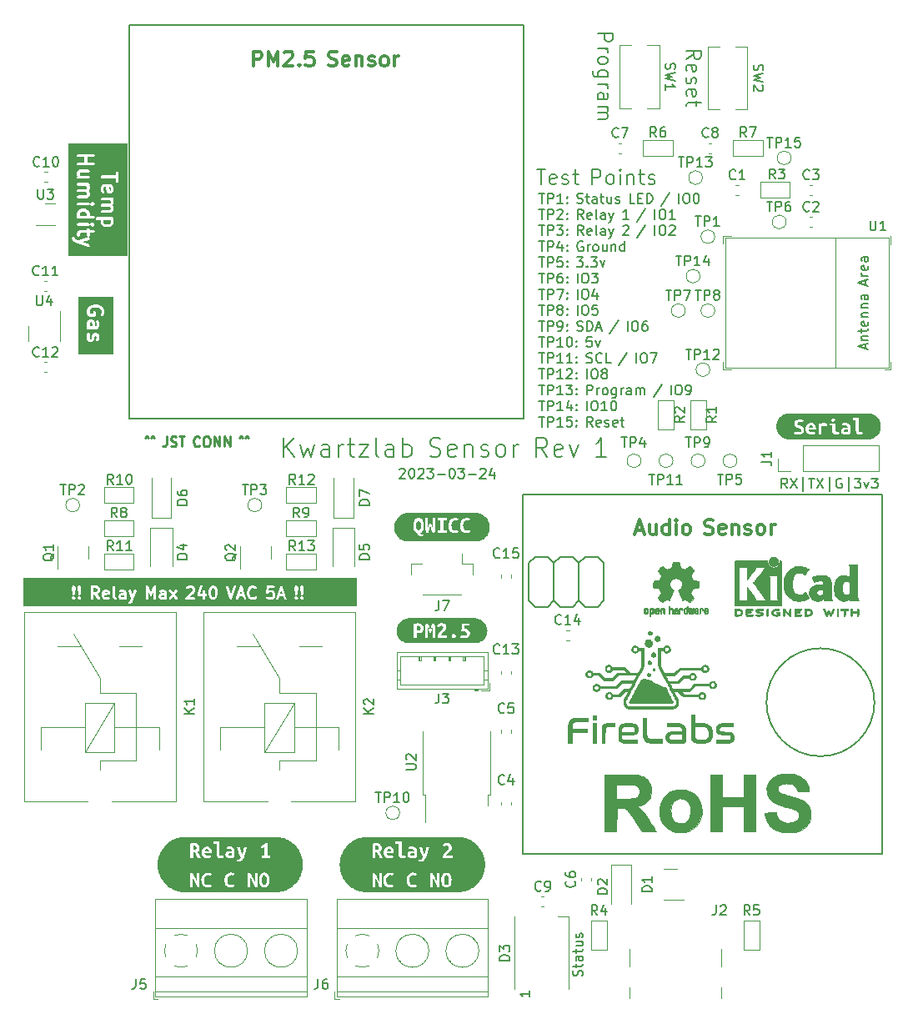
<source format=gbr>
%TF.GenerationSoftware,KiCad,Pcbnew,(7.0.0-0)*%
%TF.CreationDate,2023-03-25T06:26:20-04:00*%
%TF.ProjectId,KwartzLab-SensorBoard-Rev1,4b776172-747a-44c6-9162-2d53656e736f,1*%
%TF.SameCoordinates,Original*%
%TF.FileFunction,Legend,Top*%
%TF.FilePolarity,Positive*%
%FSLAX46Y46*%
G04 Gerber Fmt 4.6, Leading zero omitted, Abs format (unit mm)*
G04 Created by KiCad (PCBNEW (7.0.0-0)) date 2023-03-25 06:26:20*
%MOMM*%
%LPD*%
G01*
G04 APERTURE LIST*
%ADD10C,0.200000*%
%ADD11C,0.150000*%
%ADD12C,0.300000*%
%ADD13C,0.250000*%
%ADD14C,0.120000*%
%ADD15C,0.010000*%
%ADD16C,0.152400*%
G04 APERTURE END LIST*
D10*
X178215856Y-128167072D02*
G75*
G03*
X178215856Y-128167072I-5482928J0D01*
G01*
D11*
X102550000Y-59400000D02*
X142550000Y-59400000D01*
X142550000Y-59400000D02*
X142550000Y-99400000D01*
X142550000Y-99400000D02*
X102550000Y-99400000D01*
X102550000Y-99400000D02*
X102550000Y-59400000D01*
D12*
X115157142Y-63573571D02*
X115157142Y-62073571D01*
X115157142Y-62073571D02*
X115728571Y-62073571D01*
X115728571Y-62073571D02*
X115871428Y-62145000D01*
X115871428Y-62145000D02*
X115942857Y-62216428D01*
X115942857Y-62216428D02*
X116014285Y-62359285D01*
X116014285Y-62359285D02*
X116014285Y-62573571D01*
X116014285Y-62573571D02*
X115942857Y-62716428D01*
X115942857Y-62716428D02*
X115871428Y-62787857D01*
X115871428Y-62787857D02*
X115728571Y-62859285D01*
X115728571Y-62859285D02*
X115157142Y-62859285D01*
X116657142Y-63573571D02*
X116657142Y-62073571D01*
X116657142Y-62073571D02*
X117157142Y-63145000D01*
X117157142Y-63145000D02*
X117657142Y-62073571D01*
X117657142Y-62073571D02*
X117657142Y-63573571D01*
X118300000Y-62216428D02*
X118371428Y-62145000D01*
X118371428Y-62145000D02*
X118514286Y-62073571D01*
X118514286Y-62073571D02*
X118871428Y-62073571D01*
X118871428Y-62073571D02*
X119014286Y-62145000D01*
X119014286Y-62145000D02*
X119085714Y-62216428D01*
X119085714Y-62216428D02*
X119157143Y-62359285D01*
X119157143Y-62359285D02*
X119157143Y-62502142D01*
X119157143Y-62502142D02*
X119085714Y-62716428D01*
X119085714Y-62716428D02*
X118228571Y-63573571D01*
X118228571Y-63573571D02*
X119157143Y-63573571D01*
X119799999Y-63430714D02*
X119871428Y-63502142D01*
X119871428Y-63502142D02*
X119799999Y-63573571D01*
X119799999Y-63573571D02*
X119728571Y-63502142D01*
X119728571Y-63502142D02*
X119799999Y-63430714D01*
X119799999Y-63430714D02*
X119799999Y-63573571D01*
X121228571Y-62073571D02*
X120514285Y-62073571D01*
X120514285Y-62073571D02*
X120442857Y-62787857D01*
X120442857Y-62787857D02*
X120514285Y-62716428D01*
X120514285Y-62716428D02*
X120657143Y-62645000D01*
X120657143Y-62645000D02*
X121014285Y-62645000D01*
X121014285Y-62645000D02*
X121157143Y-62716428D01*
X121157143Y-62716428D02*
X121228571Y-62787857D01*
X121228571Y-62787857D02*
X121300000Y-62930714D01*
X121300000Y-62930714D02*
X121300000Y-63287857D01*
X121300000Y-63287857D02*
X121228571Y-63430714D01*
X121228571Y-63430714D02*
X121157143Y-63502142D01*
X121157143Y-63502142D02*
X121014285Y-63573571D01*
X121014285Y-63573571D02*
X120657143Y-63573571D01*
X120657143Y-63573571D02*
X120514285Y-63502142D01*
X120514285Y-63502142D02*
X120442857Y-63430714D01*
X122771428Y-63502142D02*
X122985714Y-63573571D01*
X122985714Y-63573571D02*
X123342856Y-63573571D01*
X123342856Y-63573571D02*
X123485714Y-63502142D01*
X123485714Y-63502142D02*
X123557142Y-63430714D01*
X123557142Y-63430714D02*
X123628571Y-63287857D01*
X123628571Y-63287857D02*
X123628571Y-63145000D01*
X123628571Y-63145000D02*
X123557142Y-63002142D01*
X123557142Y-63002142D02*
X123485714Y-62930714D01*
X123485714Y-62930714D02*
X123342856Y-62859285D01*
X123342856Y-62859285D02*
X123057142Y-62787857D01*
X123057142Y-62787857D02*
X122914285Y-62716428D01*
X122914285Y-62716428D02*
X122842856Y-62645000D01*
X122842856Y-62645000D02*
X122771428Y-62502142D01*
X122771428Y-62502142D02*
X122771428Y-62359285D01*
X122771428Y-62359285D02*
X122842856Y-62216428D01*
X122842856Y-62216428D02*
X122914285Y-62145000D01*
X122914285Y-62145000D02*
X123057142Y-62073571D01*
X123057142Y-62073571D02*
X123414285Y-62073571D01*
X123414285Y-62073571D02*
X123628571Y-62145000D01*
X124842856Y-63502142D02*
X124699999Y-63573571D01*
X124699999Y-63573571D02*
X124414285Y-63573571D01*
X124414285Y-63573571D02*
X124271427Y-63502142D01*
X124271427Y-63502142D02*
X124199999Y-63359285D01*
X124199999Y-63359285D02*
X124199999Y-62787857D01*
X124199999Y-62787857D02*
X124271427Y-62645000D01*
X124271427Y-62645000D02*
X124414285Y-62573571D01*
X124414285Y-62573571D02*
X124699999Y-62573571D01*
X124699999Y-62573571D02*
X124842856Y-62645000D01*
X124842856Y-62645000D02*
X124914285Y-62787857D01*
X124914285Y-62787857D02*
X124914285Y-62930714D01*
X124914285Y-62930714D02*
X124199999Y-63073571D01*
X125557141Y-62573571D02*
X125557141Y-63573571D01*
X125557141Y-62716428D02*
X125628570Y-62645000D01*
X125628570Y-62645000D02*
X125771427Y-62573571D01*
X125771427Y-62573571D02*
X125985713Y-62573571D01*
X125985713Y-62573571D02*
X126128570Y-62645000D01*
X126128570Y-62645000D02*
X126199999Y-62787857D01*
X126199999Y-62787857D02*
X126199999Y-63573571D01*
X126842856Y-63502142D02*
X126985713Y-63573571D01*
X126985713Y-63573571D02*
X127271427Y-63573571D01*
X127271427Y-63573571D02*
X127414284Y-63502142D01*
X127414284Y-63502142D02*
X127485713Y-63359285D01*
X127485713Y-63359285D02*
X127485713Y-63287857D01*
X127485713Y-63287857D02*
X127414284Y-63145000D01*
X127414284Y-63145000D02*
X127271427Y-63073571D01*
X127271427Y-63073571D02*
X127057142Y-63073571D01*
X127057142Y-63073571D02*
X126914284Y-63002142D01*
X126914284Y-63002142D02*
X126842856Y-62859285D01*
X126842856Y-62859285D02*
X126842856Y-62787857D01*
X126842856Y-62787857D02*
X126914284Y-62645000D01*
X126914284Y-62645000D02*
X127057142Y-62573571D01*
X127057142Y-62573571D02*
X127271427Y-62573571D01*
X127271427Y-62573571D02*
X127414284Y-62645000D01*
X128342856Y-63573571D02*
X128199999Y-63502142D01*
X128199999Y-63502142D02*
X128128570Y-63430714D01*
X128128570Y-63430714D02*
X128057142Y-63287857D01*
X128057142Y-63287857D02*
X128057142Y-62859285D01*
X128057142Y-62859285D02*
X128128570Y-62716428D01*
X128128570Y-62716428D02*
X128199999Y-62645000D01*
X128199999Y-62645000D02*
X128342856Y-62573571D01*
X128342856Y-62573571D02*
X128557142Y-62573571D01*
X128557142Y-62573571D02*
X128699999Y-62645000D01*
X128699999Y-62645000D02*
X128771428Y-62716428D01*
X128771428Y-62716428D02*
X128842856Y-62859285D01*
X128842856Y-62859285D02*
X128842856Y-63287857D01*
X128842856Y-63287857D02*
X128771428Y-63430714D01*
X128771428Y-63430714D02*
X128699999Y-63502142D01*
X128699999Y-63502142D02*
X128557142Y-63573571D01*
X128557142Y-63573571D02*
X128342856Y-63573571D01*
X129485713Y-63573571D02*
X129485713Y-62573571D01*
X129485713Y-62859285D02*
X129557142Y-62716428D01*
X129557142Y-62716428D02*
X129628571Y-62645000D01*
X129628571Y-62645000D02*
X129771428Y-62573571D01*
X129771428Y-62573571D02*
X129914285Y-62573571D01*
D11*
X150126428Y-60257142D02*
X151626428Y-60257142D01*
X151626428Y-60257142D02*
X151626428Y-60828571D01*
X151626428Y-60828571D02*
X151555000Y-60971428D01*
X151555000Y-60971428D02*
X151483571Y-61042857D01*
X151483571Y-61042857D02*
X151340714Y-61114285D01*
X151340714Y-61114285D02*
X151126428Y-61114285D01*
X151126428Y-61114285D02*
X150983571Y-61042857D01*
X150983571Y-61042857D02*
X150912142Y-60971428D01*
X150912142Y-60971428D02*
X150840714Y-60828571D01*
X150840714Y-60828571D02*
X150840714Y-60257142D01*
X150126428Y-61757142D02*
X151126428Y-61757142D01*
X150840714Y-61757142D02*
X150983571Y-61828571D01*
X150983571Y-61828571D02*
X151055000Y-61900000D01*
X151055000Y-61900000D02*
X151126428Y-62042857D01*
X151126428Y-62042857D02*
X151126428Y-62185714D01*
X150126428Y-62899999D02*
X150197857Y-62757142D01*
X150197857Y-62757142D02*
X150269285Y-62685713D01*
X150269285Y-62685713D02*
X150412142Y-62614285D01*
X150412142Y-62614285D02*
X150840714Y-62614285D01*
X150840714Y-62614285D02*
X150983571Y-62685713D01*
X150983571Y-62685713D02*
X151055000Y-62757142D01*
X151055000Y-62757142D02*
X151126428Y-62899999D01*
X151126428Y-62899999D02*
X151126428Y-63114285D01*
X151126428Y-63114285D02*
X151055000Y-63257142D01*
X151055000Y-63257142D02*
X150983571Y-63328571D01*
X150983571Y-63328571D02*
X150840714Y-63399999D01*
X150840714Y-63399999D02*
X150412142Y-63399999D01*
X150412142Y-63399999D02*
X150269285Y-63328571D01*
X150269285Y-63328571D02*
X150197857Y-63257142D01*
X150197857Y-63257142D02*
X150126428Y-63114285D01*
X150126428Y-63114285D02*
X150126428Y-62899999D01*
X151126428Y-64685714D02*
X149912142Y-64685714D01*
X149912142Y-64685714D02*
X149769285Y-64614285D01*
X149769285Y-64614285D02*
X149697857Y-64542856D01*
X149697857Y-64542856D02*
X149626428Y-64399999D01*
X149626428Y-64399999D02*
X149626428Y-64185714D01*
X149626428Y-64185714D02*
X149697857Y-64042856D01*
X150197857Y-64685714D02*
X150126428Y-64542856D01*
X150126428Y-64542856D02*
X150126428Y-64257142D01*
X150126428Y-64257142D02*
X150197857Y-64114285D01*
X150197857Y-64114285D02*
X150269285Y-64042856D01*
X150269285Y-64042856D02*
X150412142Y-63971428D01*
X150412142Y-63971428D02*
X150840714Y-63971428D01*
X150840714Y-63971428D02*
X150983571Y-64042856D01*
X150983571Y-64042856D02*
X151055000Y-64114285D01*
X151055000Y-64114285D02*
X151126428Y-64257142D01*
X151126428Y-64257142D02*
X151126428Y-64542856D01*
X151126428Y-64542856D02*
X151055000Y-64685714D01*
X150126428Y-65399999D02*
X151126428Y-65399999D01*
X150840714Y-65399999D02*
X150983571Y-65471428D01*
X150983571Y-65471428D02*
X151055000Y-65542857D01*
X151055000Y-65542857D02*
X151126428Y-65685714D01*
X151126428Y-65685714D02*
X151126428Y-65828571D01*
X150126428Y-66971428D02*
X150912142Y-66971428D01*
X150912142Y-66971428D02*
X151055000Y-66899999D01*
X151055000Y-66899999D02*
X151126428Y-66757142D01*
X151126428Y-66757142D02*
X151126428Y-66471428D01*
X151126428Y-66471428D02*
X151055000Y-66328570D01*
X150197857Y-66971428D02*
X150126428Y-66828570D01*
X150126428Y-66828570D02*
X150126428Y-66471428D01*
X150126428Y-66471428D02*
X150197857Y-66328570D01*
X150197857Y-66328570D02*
X150340714Y-66257142D01*
X150340714Y-66257142D02*
X150483571Y-66257142D01*
X150483571Y-66257142D02*
X150626428Y-66328570D01*
X150626428Y-66328570D02*
X150697857Y-66471428D01*
X150697857Y-66471428D02*
X150697857Y-66828570D01*
X150697857Y-66828570D02*
X150769285Y-66971428D01*
X150126428Y-67685713D02*
X151126428Y-67685713D01*
X150983571Y-67685713D02*
X151055000Y-67757142D01*
X151055000Y-67757142D02*
X151126428Y-67899999D01*
X151126428Y-67899999D02*
X151126428Y-68114285D01*
X151126428Y-68114285D02*
X151055000Y-68257142D01*
X151055000Y-68257142D02*
X150912142Y-68328571D01*
X150912142Y-68328571D02*
X150126428Y-68328571D01*
X150912142Y-68328571D02*
X151055000Y-68399999D01*
X151055000Y-68399999D02*
X151126428Y-68542856D01*
X151126428Y-68542856D02*
X151126428Y-68757142D01*
X151126428Y-68757142D02*
X151055000Y-68899999D01*
X151055000Y-68899999D02*
X150912142Y-68971428D01*
X150912142Y-68971428D02*
X150126428Y-68971428D01*
D13*
X104145238Y-101277619D02*
X104335714Y-101134761D01*
X104335714Y-101134761D02*
X104526190Y-101277619D01*
X104716667Y-101277619D02*
X104907143Y-101134761D01*
X104907143Y-101134761D02*
X105097619Y-101277619D01*
X106316667Y-101182380D02*
X106316667Y-101896666D01*
X106316667Y-101896666D02*
X106269048Y-102039523D01*
X106269048Y-102039523D02*
X106173810Y-102134761D01*
X106173810Y-102134761D02*
X106030953Y-102182380D01*
X106030953Y-102182380D02*
X105935715Y-102182380D01*
X106745239Y-102134761D02*
X106888096Y-102182380D01*
X106888096Y-102182380D02*
X107126191Y-102182380D01*
X107126191Y-102182380D02*
X107221429Y-102134761D01*
X107221429Y-102134761D02*
X107269048Y-102087142D01*
X107269048Y-102087142D02*
X107316667Y-101991904D01*
X107316667Y-101991904D02*
X107316667Y-101896666D01*
X107316667Y-101896666D02*
X107269048Y-101801428D01*
X107269048Y-101801428D02*
X107221429Y-101753809D01*
X107221429Y-101753809D02*
X107126191Y-101706190D01*
X107126191Y-101706190D02*
X106935715Y-101658571D01*
X106935715Y-101658571D02*
X106840477Y-101610952D01*
X106840477Y-101610952D02*
X106792858Y-101563333D01*
X106792858Y-101563333D02*
X106745239Y-101468095D01*
X106745239Y-101468095D02*
X106745239Y-101372857D01*
X106745239Y-101372857D02*
X106792858Y-101277619D01*
X106792858Y-101277619D02*
X106840477Y-101230000D01*
X106840477Y-101230000D02*
X106935715Y-101182380D01*
X106935715Y-101182380D02*
X107173810Y-101182380D01*
X107173810Y-101182380D02*
X107316667Y-101230000D01*
X107602382Y-101182380D02*
X108173810Y-101182380D01*
X107888096Y-102182380D02*
X107888096Y-101182380D01*
X109678572Y-102087142D02*
X109630953Y-102134761D01*
X109630953Y-102134761D02*
X109488096Y-102182380D01*
X109488096Y-102182380D02*
X109392858Y-102182380D01*
X109392858Y-102182380D02*
X109250001Y-102134761D01*
X109250001Y-102134761D02*
X109154763Y-102039523D01*
X109154763Y-102039523D02*
X109107144Y-101944285D01*
X109107144Y-101944285D02*
X109059525Y-101753809D01*
X109059525Y-101753809D02*
X109059525Y-101610952D01*
X109059525Y-101610952D02*
X109107144Y-101420476D01*
X109107144Y-101420476D02*
X109154763Y-101325238D01*
X109154763Y-101325238D02*
X109250001Y-101230000D01*
X109250001Y-101230000D02*
X109392858Y-101182380D01*
X109392858Y-101182380D02*
X109488096Y-101182380D01*
X109488096Y-101182380D02*
X109630953Y-101230000D01*
X109630953Y-101230000D02*
X109678572Y-101277619D01*
X110297620Y-101182380D02*
X110488096Y-101182380D01*
X110488096Y-101182380D02*
X110583334Y-101230000D01*
X110583334Y-101230000D02*
X110678572Y-101325238D01*
X110678572Y-101325238D02*
X110726191Y-101515714D01*
X110726191Y-101515714D02*
X110726191Y-101849047D01*
X110726191Y-101849047D02*
X110678572Y-102039523D01*
X110678572Y-102039523D02*
X110583334Y-102134761D01*
X110583334Y-102134761D02*
X110488096Y-102182380D01*
X110488096Y-102182380D02*
X110297620Y-102182380D01*
X110297620Y-102182380D02*
X110202382Y-102134761D01*
X110202382Y-102134761D02*
X110107144Y-102039523D01*
X110107144Y-102039523D02*
X110059525Y-101849047D01*
X110059525Y-101849047D02*
X110059525Y-101515714D01*
X110059525Y-101515714D02*
X110107144Y-101325238D01*
X110107144Y-101325238D02*
X110202382Y-101230000D01*
X110202382Y-101230000D02*
X110297620Y-101182380D01*
X111154763Y-102182380D02*
X111154763Y-101182380D01*
X111154763Y-101182380D02*
X111726191Y-102182380D01*
X111726191Y-102182380D02*
X111726191Y-101182380D01*
X112202382Y-102182380D02*
X112202382Y-101182380D01*
X112202382Y-101182380D02*
X112773810Y-102182380D01*
X112773810Y-102182380D02*
X112773810Y-101182380D01*
X113707144Y-101277619D02*
X113897620Y-101134761D01*
X113897620Y-101134761D02*
X114088096Y-101277619D01*
X114278573Y-101277619D02*
X114469049Y-101134761D01*
X114469049Y-101134761D02*
X114659525Y-101277619D01*
D12*
X154018642Y-110679144D02*
X154732928Y-110679144D01*
X153875785Y-111107715D02*
X154375785Y-109607715D01*
X154375785Y-109607715D02*
X154875785Y-111107715D01*
X156018642Y-110107715D02*
X156018642Y-111107715D01*
X155375784Y-110107715D02*
X155375784Y-110893429D01*
X155375784Y-110893429D02*
X155447213Y-111036286D01*
X155447213Y-111036286D02*
X155590070Y-111107715D01*
X155590070Y-111107715D02*
X155804356Y-111107715D01*
X155804356Y-111107715D02*
X155947213Y-111036286D01*
X155947213Y-111036286D02*
X156018642Y-110964858D01*
X157375785Y-111107715D02*
X157375785Y-109607715D01*
X157375785Y-111036286D02*
X157232927Y-111107715D01*
X157232927Y-111107715D02*
X156947213Y-111107715D01*
X156947213Y-111107715D02*
X156804356Y-111036286D01*
X156804356Y-111036286D02*
X156732927Y-110964858D01*
X156732927Y-110964858D02*
X156661499Y-110822001D01*
X156661499Y-110822001D02*
X156661499Y-110393429D01*
X156661499Y-110393429D02*
X156732927Y-110250572D01*
X156732927Y-110250572D02*
X156804356Y-110179144D01*
X156804356Y-110179144D02*
X156947213Y-110107715D01*
X156947213Y-110107715D02*
X157232927Y-110107715D01*
X157232927Y-110107715D02*
X157375785Y-110179144D01*
X158090070Y-111107715D02*
X158090070Y-110107715D01*
X158090070Y-109607715D02*
X158018642Y-109679144D01*
X158018642Y-109679144D02*
X158090070Y-109750572D01*
X158090070Y-109750572D02*
X158161499Y-109679144D01*
X158161499Y-109679144D02*
X158090070Y-109607715D01*
X158090070Y-109607715D02*
X158090070Y-109750572D01*
X159018642Y-111107715D02*
X158875785Y-111036286D01*
X158875785Y-111036286D02*
X158804356Y-110964858D01*
X158804356Y-110964858D02*
X158732928Y-110822001D01*
X158732928Y-110822001D02*
X158732928Y-110393429D01*
X158732928Y-110393429D02*
X158804356Y-110250572D01*
X158804356Y-110250572D02*
X158875785Y-110179144D01*
X158875785Y-110179144D02*
X159018642Y-110107715D01*
X159018642Y-110107715D02*
X159232928Y-110107715D01*
X159232928Y-110107715D02*
X159375785Y-110179144D01*
X159375785Y-110179144D02*
X159447214Y-110250572D01*
X159447214Y-110250572D02*
X159518642Y-110393429D01*
X159518642Y-110393429D02*
X159518642Y-110822001D01*
X159518642Y-110822001D02*
X159447214Y-110964858D01*
X159447214Y-110964858D02*
X159375785Y-111036286D01*
X159375785Y-111036286D02*
X159232928Y-111107715D01*
X159232928Y-111107715D02*
X159018642Y-111107715D01*
X160990071Y-111036286D02*
X161204357Y-111107715D01*
X161204357Y-111107715D02*
X161561499Y-111107715D01*
X161561499Y-111107715D02*
X161704357Y-111036286D01*
X161704357Y-111036286D02*
X161775785Y-110964858D01*
X161775785Y-110964858D02*
X161847214Y-110822001D01*
X161847214Y-110822001D02*
X161847214Y-110679144D01*
X161847214Y-110679144D02*
X161775785Y-110536286D01*
X161775785Y-110536286D02*
X161704357Y-110464858D01*
X161704357Y-110464858D02*
X161561499Y-110393429D01*
X161561499Y-110393429D02*
X161275785Y-110322001D01*
X161275785Y-110322001D02*
X161132928Y-110250572D01*
X161132928Y-110250572D02*
X161061499Y-110179144D01*
X161061499Y-110179144D02*
X160990071Y-110036286D01*
X160990071Y-110036286D02*
X160990071Y-109893429D01*
X160990071Y-109893429D02*
X161061499Y-109750572D01*
X161061499Y-109750572D02*
X161132928Y-109679144D01*
X161132928Y-109679144D02*
X161275785Y-109607715D01*
X161275785Y-109607715D02*
X161632928Y-109607715D01*
X161632928Y-109607715D02*
X161847214Y-109679144D01*
X163061499Y-111036286D02*
X162918642Y-111107715D01*
X162918642Y-111107715D02*
X162632928Y-111107715D01*
X162632928Y-111107715D02*
X162490070Y-111036286D01*
X162490070Y-111036286D02*
X162418642Y-110893429D01*
X162418642Y-110893429D02*
X162418642Y-110322001D01*
X162418642Y-110322001D02*
X162490070Y-110179144D01*
X162490070Y-110179144D02*
X162632928Y-110107715D01*
X162632928Y-110107715D02*
X162918642Y-110107715D01*
X162918642Y-110107715D02*
X163061499Y-110179144D01*
X163061499Y-110179144D02*
X163132928Y-110322001D01*
X163132928Y-110322001D02*
X163132928Y-110464858D01*
X163132928Y-110464858D02*
X162418642Y-110607715D01*
X163775784Y-110107715D02*
X163775784Y-111107715D01*
X163775784Y-110250572D02*
X163847213Y-110179144D01*
X163847213Y-110179144D02*
X163990070Y-110107715D01*
X163990070Y-110107715D02*
X164204356Y-110107715D01*
X164204356Y-110107715D02*
X164347213Y-110179144D01*
X164347213Y-110179144D02*
X164418642Y-110322001D01*
X164418642Y-110322001D02*
X164418642Y-111107715D01*
X165061499Y-111036286D02*
X165204356Y-111107715D01*
X165204356Y-111107715D02*
X165490070Y-111107715D01*
X165490070Y-111107715D02*
X165632927Y-111036286D01*
X165632927Y-111036286D02*
X165704356Y-110893429D01*
X165704356Y-110893429D02*
X165704356Y-110822001D01*
X165704356Y-110822001D02*
X165632927Y-110679144D01*
X165632927Y-110679144D02*
X165490070Y-110607715D01*
X165490070Y-110607715D02*
X165275785Y-110607715D01*
X165275785Y-110607715D02*
X165132927Y-110536286D01*
X165132927Y-110536286D02*
X165061499Y-110393429D01*
X165061499Y-110393429D02*
X165061499Y-110322001D01*
X165061499Y-110322001D02*
X165132927Y-110179144D01*
X165132927Y-110179144D02*
X165275785Y-110107715D01*
X165275785Y-110107715D02*
X165490070Y-110107715D01*
X165490070Y-110107715D02*
X165632927Y-110179144D01*
X166561499Y-111107715D02*
X166418642Y-111036286D01*
X166418642Y-111036286D02*
X166347213Y-110964858D01*
X166347213Y-110964858D02*
X166275785Y-110822001D01*
X166275785Y-110822001D02*
X166275785Y-110393429D01*
X166275785Y-110393429D02*
X166347213Y-110250572D01*
X166347213Y-110250572D02*
X166418642Y-110179144D01*
X166418642Y-110179144D02*
X166561499Y-110107715D01*
X166561499Y-110107715D02*
X166775785Y-110107715D01*
X166775785Y-110107715D02*
X166918642Y-110179144D01*
X166918642Y-110179144D02*
X166990071Y-110250572D01*
X166990071Y-110250572D02*
X167061499Y-110393429D01*
X167061499Y-110393429D02*
X167061499Y-110822001D01*
X167061499Y-110822001D02*
X166990071Y-110964858D01*
X166990071Y-110964858D02*
X166918642Y-111036286D01*
X166918642Y-111036286D02*
X166775785Y-111107715D01*
X166775785Y-111107715D02*
X166561499Y-111107715D01*
X167704356Y-111107715D02*
X167704356Y-110107715D01*
X167704356Y-110393429D02*
X167775785Y-110250572D01*
X167775785Y-110250572D02*
X167847214Y-110179144D01*
X167847214Y-110179144D02*
X167990071Y-110107715D01*
X167990071Y-110107715D02*
X168132928Y-110107715D01*
D11*
X159126428Y-62864285D02*
X159840714Y-62364285D01*
X159126428Y-62007142D02*
X160626428Y-62007142D01*
X160626428Y-62007142D02*
X160626428Y-62578571D01*
X160626428Y-62578571D02*
X160555000Y-62721428D01*
X160555000Y-62721428D02*
X160483571Y-62792857D01*
X160483571Y-62792857D02*
X160340714Y-62864285D01*
X160340714Y-62864285D02*
X160126428Y-62864285D01*
X160126428Y-62864285D02*
X159983571Y-62792857D01*
X159983571Y-62792857D02*
X159912142Y-62721428D01*
X159912142Y-62721428D02*
X159840714Y-62578571D01*
X159840714Y-62578571D02*
X159840714Y-62007142D01*
X159197857Y-64078571D02*
X159126428Y-63935714D01*
X159126428Y-63935714D02*
X159126428Y-63650000D01*
X159126428Y-63650000D02*
X159197857Y-63507142D01*
X159197857Y-63507142D02*
X159340714Y-63435714D01*
X159340714Y-63435714D02*
X159912142Y-63435714D01*
X159912142Y-63435714D02*
X160055000Y-63507142D01*
X160055000Y-63507142D02*
X160126428Y-63650000D01*
X160126428Y-63650000D02*
X160126428Y-63935714D01*
X160126428Y-63935714D02*
X160055000Y-64078571D01*
X160055000Y-64078571D02*
X159912142Y-64150000D01*
X159912142Y-64150000D02*
X159769285Y-64150000D01*
X159769285Y-64150000D02*
X159626428Y-63435714D01*
X159197857Y-64721428D02*
X159126428Y-64864285D01*
X159126428Y-64864285D02*
X159126428Y-65149999D01*
X159126428Y-65149999D02*
X159197857Y-65292856D01*
X159197857Y-65292856D02*
X159340714Y-65364285D01*
X159340714Y-65364285D02*
X159412142Y-65364285D01*
X159412142Y-65364285D02*
X159555000Y-65292856D01*
X159555000Y-65292856D02*
X159626428Y-65149999D01*
X159626428Y-65149999D02*
X159626428Y-64935714D01*
X159626428Y-64935714D02*
X159697857Y-64792856D01*
X159697857Y-64792856D02*
X159840714Y-64721428D01*
X159840714Y-64721428D02*
X159912142Y-64721428D01*
X159912142Y-64721428D02*
X160055000Y-64792856D01*
X160055000Y-64792856D02*
X160126428Y-64935714D01*
X160126428Y-64935714D02*
X160126428Y-65149999D01*
X160126428Y-65149999D02*
X160055000Y-65292856D01*
X159197857Y-66578571D02*
X159126428Y-66435714D01*
X159126428Y-66435714D02*
X159126428Y-66150000D01*
X159126428Y-66150000D02*
X159197857Y-66007142D01*
X159197857Y-66007142D02*
X159340714Y-65935714D01*
X159340714Y-65935714D02*
X159912142Y-65935714D01*
X159912142Y-65935714D02*
X160055000Y-66007142D01*
X160055000Y-66007142D02*
X160126428Y-66150000D01*
X160126428Y-66150000D02*
X160126428Y-66435714D01*
X160126428Y-66435714D02*
X160055000Y-66578571D01*
X160055000Y-66578571D02*
X159912142Y-66650000D01*
X159912142Y-66650000D02*
X159769285Y-66650000D01*
X159769285Y-66650000D02*
X159626428Y-65935714D01*
X160126428Y-67078571D02*
X160126428Y-67649999D01*
X160626428Y-67292856D02*
X159340714Y-67292856D01*
X159340714Y-67292856D02*
X159197857Y-67364285D01*
X159197857Y-67364285D02*
X159126428Y-67507142D01*
X159126428Y-67507142D02*
X159126428Y-67649999D01*
D12*
G36*
X100656428Y-79221124D02*
G01*
X100656428Y-79436018D01*
X100611721Y-79525432D01*
X100574716Y-79562436D01*
X100485304Y-79607142D01*
X100127552Y-79607142D01*
X100038137Y-79562434D01*
X100001135Y-79525432D01*
X99956428Y-79436018D01*
X99956428Y-79221124D01*
X99970562Y-79192856D01*
X100642294Y-79192856D01*
X100656428Y-79221124D01*
G37*
G36*
X98144717Y-78416135D02*
G01*
X98181722Y-78453140D01*
X98226428Y-78542553D01*
X98226428Y-78757448D01*
X98212294Y-78785715D01*
X97540562Y-78785715D01*
X97526428Y-78757446D01*
X97526428Y-78542554D01*
X97571135Y-78453138D01*
X97608138Y-78416135D01*
X97697552Y-78371429D01*
X98055304Y-78371429D01*
X98144717Y-78416135D01*
G37*
G36*
X100623196Y-75868945D02*
G01*
X100656428Y-75935410D01*
X100656428Y-76150304D01*
X100623196Y-76216767D01*
X100570844Y-76242943D01*
X100489398Y-75835714D01*
X100556731Y-75835714D01*
X100623196Y-75868945D01*
G37*
G36*
X102394286Y-82896430D02*
G01*
X96385714Y-82896430D01*
X96385714Y-81106260D01*
X96722567Y-81106260D01*
X96805282Y-81271688D01*
X96810647Y-81296350D01*
X96839861Y-81325564D01*
X96868024Y-81355842D01*
X96870864Y-81356568D01*
X96904378Y-81390083D01*
X96922683Y-81415772D01*
X96955256Y-81428801D01*
X96986053Y-81445618D01*
X96995592Y-81444935D01*
X97282644Y-81559756D01*
X97284499Y-81562163D01*
X97293172Y-81565260D01*
X97299595Y-81571865D01*
X97331349Y-81579238D01*
X97340745Y-81582997D01*
X97343593Y-81583268D01*
X98346289Y-81941373D01*
X98411790Y-81945139D01*
X98488506Y-81901846D01*
X98529638Y-81823951D01*
X98522127Y-81736184D01*
X98468356Y-81666410D01*
X97822409Y-81435715D01*
X98447190Y-81212579D01*
X98500258Y-81173999D01*
X98532191Y-81091903D01*
X98514672Y-81005574D01*
X98453261Y-80942422D01*
X98367456Y-80922497D01*
X97379434Y-81275362D01*
X97103579Y-81165020D01*
X97071135Y-81132576D01*
X97000946Y-80992199D01*
X96956261Y-80944159D01*
X96870918Y-80922337D01*
X96787325Y-80950117D01*
X96732022Y-81018681D01*
X96722567Y-81106260D01*
X96385714Y-81106260D01*
X96385714Y-80595353D01*
X97220998Y-80595353D01*
X97226428Y-80608445D01*
X97226428Y-80742997D01*
X97244912Y-80805949D01*
X97311485Y-80863634D01*
X97398677Y-80876171D01*
X97478804Y-80839578D01*
X97526428Y-80765473D01*
X97526428Y-80613983D01*
X97559660Y-80547517D01*
X97626124Y-80514286D01*
X98226428Y-80514286D01*
X98226428Y-80742997D01*
X98244912Y-80805949D01*
X98311485Y-80863634D01*
X98398677Y-80876171D01*
X98478804Y-80839578D01*
X98526428Y-80765473D01*
X98526428Y-80514286D01*
X98897996Y-80514286D01*
X98960948Y-80495802D01*
X99018633Y-80429229D01*
X99031170Y-80342037D01*
X98994577Y-80261910D01*
X98920472Y-80214286D01*
X98526428Y-80214286D01*
X98526428Y-80128433D01*
X98507944Y-80065481D01*
X98441371Y-80007796D01*
X98354179Y-79995259D01*
X98274052Y-80031852D01*
X98226428Y-80105957D01*
X98226428Y-80214286D01*
X97598789Y-80214286D01*
X97563025Y-80210425D01*
X97535609Y-80224133D01*
X97506194Y-80232770D01*
X97496912Y-80243481D01*
X97414956Y-80284460D01*
X97409127Y-80284255D01*
X97375913Y-80303982D01*
X97361484Y-80311197D01*
X97357452Y-80314947D01*
X97333390Y-80329239D01*
X97325828Y-80344362D01*
X97313444Y-80355882D01*
X97306510Y-80382997D01*
X97245878Y-80504262D01*
X97226428Y-80534528D01*
X97226428Y-80565181D01*
X97220998Y-80595353D01*
X96385714Y-80595353D01*
X96385714Y-79672249D01*
X97221686Y-79672249D01*
X97258279Y-79752376D01*
X97332384Y-79800000D01*
X98397996Y-79800000D01*
X98460948Y-79781516D01*
X98518633Y-79714943D01*
X98529575Y-79638847D01*
X98577636Y-79638847D01*
X98581245Y-79655440D01*
X98578829Y-79672249D01*
X98585883Y-79687696D01*
X98587095Y-79704631D01*
X98593934Y-79713767D01*
X98596361Y-79724922D01*
X98608367Y-79736928D01*
X98615422Y-79752376D01*
X98629706Y-79761555D01*
X98639883Y-79775151D01*
X98650579Y-79779140D01*
X98691346Y-79819907D01*
X98711314Y-79846581D01*
X98742529Y-79858223D01*
X98771769Y-79874190D01*
X98783154Y-79873375D01*
X98793848Y-79877364D01*
X98826399Y-79870282D01*
X98859633Y-79867905D01*
X98868771Y-79861064D01*
X98879923Y-79858638D01*
X98903474Y-79835086D01*
X98930152Y-79815116D01*
X98934142Y-79804418D01*
X98955420Y-79783138D01*
X98960948Y-79781516D01*
X98979232Y-79760413D01*
X99001579Y-79743686D01*
X99007512Y-79727776D01*
X99018633Y-79714943D01*
X99021049Y-79698135D01*
X99029189Y-79683230D01*
X99028374Y-79671844D01*
X99032362Y-79661153D01*
X99028752Y-79644561D01*
X99031170Y-79627751D01*
X99024114Y-79612301D01*
X99022903Y-79595367D01*
X99016064Y-79586231D01*
X99013638Y-79575077D01*
X99001631Y-79563070D01*
X98994577Y-79547624D01*
X98980290Y-79538442D01*
X98970114Y-79524848D01*
X98959419Y-79520859D01*
X98918651Y-79480091D01*
X98898687Y-79453421D01*
X98867471Y-79441777D01*
X98838231Y-79425811D01*
X98826846Y-79426625D01*
X98816154Y-79422637D01*
X98783600Y-79429718D01*
X98750368Y-79432096D01*
X98741230Y-79438936D01*
X98730079Y-79441362D01*
X98706525Y-79464915D01*
X98679848Y-79484885D01*
X98675858Y-79495581D01*
X98654578Y-79516860D01*
X98649051Y-79518484D01*
X98630769Y-79539581D01*
X98608419Y-79556313D01*
X98602483Y-79572226D01*
X98591366Y-79585057D01*
X98588949Y-79601864D01*
X98580811Y-79616768D01*
X98581625Y-79628151D01*
X98577636Y-79638847D01*
X98529575Y-79638847D01*
X98531170Y-79627751D01*
X98494577Y-79547624D01*
X98420472Y-79500000D01*
X97354860Y-79500000D01*
X97291908Y-79518484D01*
X97234223Y-79585057D01*
X97221686Y-79672249D01*
X96385714Y-79672249D01*
X96385714Y-78523924D01*
X97220998Y-78523924D01*
X97226428Y-78537016D01*
X97226428Y-78784781D01*
X97222567Y-78820545D01*
X97236274Y-78847960D01*
X97240758Y-78863229D01*
X97234223Y-78870772D01*
X97221686Y-78957964D01*
X97258279Y-79038091D01*
X97332384Y-79085715D01*
X97428982Y-79085715D01*
X97453366Y-79091950D01*
X97472128Y-79085715D01*
X98302339Y-79085715D01*
X98343731Y-79087174D01*
X98346187Y-79085715D01*
X98897996Y-79085715D01*
X98960948Y-79067231D01*
X98962790Y-79065105D01*
X99151686Y-79065105D01*
X99188279Y-79145232D01*
X99262384Y-79192856D01*
X99652733Y-79192856D01*
X99650998Y-79202495D01*
X99656428Y-79215587D01*
X99656428Y-79463353D01*
X99652567Y-79499116D01*
X99666274Y-79526530D01*
X99674912Y-79555948D01*
X99685624Y-79565230D01*
X99735282Y-79664544D01*
X99740647Y-79689206D01*
X99769853Y-79718412D01*
X99798024Y-79748698D01*
X99800864Y-79749424D01*
X99829919Y-79778480D01*
X99842809Y-79800181D01*
X99879767Y-79818660D01*
X99916053Y-79838474D01*
X99918977Y-79838264D01*
X100017836Y-79887694D01*
X100048098Y-79907142D01*
X100078750Y-79907142D01*
X100108924Y-79912572D01*
X100122016Y-79907142D01*
X100512638Y-79907142D01*
X100548401Y-79911003D01*
X100575815Y-79897295D01*
X100605234Y-79888658D01*
X100614515Y-79877946D01*
X100713831Y-79828288D01*
X100738493Y-79822924D01*
X100767704Y-79793712D01*
X100797984Y-79765547D01*
X100798710Y-79762706D01*
X100827767Y-79733649D01*
X100849467Y-79720761D01*
X100867941Y-79683811D01*
X100887761Y-79647516D01*
X100887551Y-79644591D01*
X100936980Y-79545733D01*
X100956428Y-79515472D01*
X100956428Y-79484820D01*
X100961858Y-79454646D01*
X100956428Y-79441554D01*
X100956428Y-79193791D01*
X100960289Y-79158027D01*
X100946581Y-79130612D01*
X100942097Y-79115341D01*
X100948633Y-79107799D01*
X100961170Y-79020607D01*
X100924577Y-78940480D01*
X100850472Y-78892856D01*
X100753875Y-78892856D01*
X100729492Y-78886621D01*
X100710729Y-78892856D01*
X99880521Y-78892856D01*
X99839127Y-78891396D01*
X99836669Y-78892856D01*
X99284860Y-78892856D01*
X99221908Y-78911340D01*
X99164223Y-78977913D01*
X99151686Y-79065105D01*
X98962790Y-79065105D01*
X99018633Y-79000658D01*
X99031170Y-78913466D01*
X98994577Y-78833339D01*
X98920472Y-78785715D01*
X98530123Y-78785715D01*
X98531858Y-78776075D01*
X98526428Y-78762983D01*
X98526428Y-78515219D01*
X98530289Y-78479456D01*
X98516581Y-78452041D01*
X98507944Y-78422623D01*
X98497232Y-78413341D01*
X98465971Y-78350820D01*
X99651686Y-78350820D01*
X99688279Y-78430947D01*
X99762384Y-78478571D01*
X100584066Y-78478571D01*
X100619830Y-78482432D01*
X100647245Y-78468724D01*
X100676662Y-78460087D01*
X100685943Y-78449375D01*
X100767901Y-78408396D01*
X100773730Y-78408602D01*
X100806934Y-78388880D01*
X100821373Y-78381661D01*
X100825407Y-78377908D01*
X100849467Y-78363618D01*
X100857028Y-78348494D01*
X100869413Y-78336975D01*
X100876346Y-78309858D01*
X100936980Y-78188590D01*
X100956428Y-78158329D01*
X100956428Y-78127677D01*
X100961858Y-78097503D01*
X100956428Y-78084411D01*
X100956428Y-77908075D01*
X100960289Y-77872312D01*
X100946581Y-77844897D01*
X100937944Y-77815479D01*
X100927232Y-77806197D01*
X100886254Y-77724240D01*
X100886460Y-77718411D01*
X100870200Y-77691036D01*
X100876346Y-77667001D01*
X100936980Y-77545733D01*
X100956428Y-77515472D01*
X100956428Y-77484820D01*
X100961858Y-77454646D01*
X100956428Y-77441554D01*
X100956428Y-77265218D01*
X100960289Y-77229455D01*
X100946581Y-77202040D01*
X100937944Y-77172622D01*
X100927232Y-77163340D01*
X100917453Y-77143782D01*
X100948633Y-77107799D01*
X100961170Y-77020607D01*
X100924577Y-76940480D01*
X100850472Y-76892856D01*
X100701858Y-76892856D01*
X100696802Y-76890095D01*
X100658204Y-76892856D01*
X99784860Y-76892856D01*
X99721908Y-76911340D01*
X99664223Y-76977913D01*
X99651686Y-77065105D01*
X99688279Y-77145232D01*
X99762384Y-77192856D01*
X100601439Y-77192856D01*
X100611722Y-77203139D01*
X100656428Y-77292552D01*
X100656428Y-77436018D01*
X100623196Y-77502481D01*
X100556731Y-77535714D01*
X99784860Y-77535714D01*
X99721908Y-77554198D01*
X99664223Y-77620771D01*
X99651686Y-77707963D01*
X99688279Y-77788090D01*
X99762384Y-77835714D01*
X100556731Y-77835714D01*
X100623196Y-77868946D01*
X100656428Y-77935409D01*
X100656428Y-78078875D01*
X100623196Y-78145338D01*
X100556731Y-78178571D01*
X99784860Y-78178571D01*
X99721908Y-78197055D01*
X99664223Y-78263628D01*
X99651686Y-78350820D01*
X98465971Y-78350820D01*
X98447574Y-78314025D01*
X98442210Y-78289364D01*
X98412998Y-78260152D01*
X98384833Y-78229873D01*
X98381992Y-78229146D01*
X98352935Y-78200089D01*
X98340047Y-78178390D01*
X98303095Y-78159914D01*
X98266802Y-78140096D01*
X98263877Y-78140305D01*
X98165016Y-78090874D01*
X98134758Y-78071429D01*
X98104107Y-78071429D01*
X98073932Y-78065999D01*
X98060840Y-78071429D01*
X97670218Y-78071429D01*
X97634455Y-78067568D01*
X97607040Y-78081275D01*
X97577622Y-78089913D01*
X97568340Y-78100624D01*
X97469022Y-78150282D01*
X97444362Y-78155648D01*
X97415154Y-78184855D01*
X97384872Y-78213024D01*
X97384145Y-78215864D01*
X97355088Y-78244922D01*
X97333390Y-78257810D01*
X97314915Y-78294759D01*
X97295096Y-78331056D01*
X97295305Y-78333979D01*
X97245878Y-78432833D01*
X97226428Y-78463099D01*
X97226428Y-78493752D01*
X97220998Y-78523924D01*
X96385714Y-78523924D01*
X96385714Y-77600820D01*
X97221686Y-77600820D01*
X97258279Y-77680947D01*
X97332384Y-77728571D01*
X98397996Y-77728571D01*
X98460948Y-77710087D01*
X98518633Y-77643514D01*
X98529575Y-77567418D01*
X98577636Y-77567418D01*
X98581245Y-77584011D01*
X98578829Y-77600820D01*
X98585883Y-77616267D01*
X98587095Y-77633202D01*
X98593934Y-77642338D01*
X98596361Y-77653493D01*
X98608367Y-77665499D01*
X98615422Y-77680947D01*
X98629706Y-77690126D01*
X98639883Y-77703722D01*
X98650579Y-77707711D01*
X98691346Y-77748478D01*
X98711314Y-77775152D01*
X98742529Y-77786794D01*
X98771769Y-77802761D01*
X98783154Y-77801946D01*
X98793848Y-77805935D01*
X98826399Y-77798853D01*
X98859633Y-77796476D01*
X98868771Y-77789635D01*
X98879923Y-77787209D01*
X98903474Y-77763657D01*
X98930152Y-77743687D01*
X98934142Y-77732989D01*
X98955420Y-77711709D01*
X98960948Y-77710087D01*
X98979232Y-77688984D01*
X99001579Y-77672257D01*
X99007512Y-77656347D01*
X99018633Y-77643514D01*
X99021049Y-77626706D01*
X99029189Y-77611801D01*
X99028374Y-77600415D01*
X99032362Y-77589724D01*
X99028752Y-77573132D01*
X99031170Y-77556322D01*
X99024114Y-77540872D01*
X99022903Y-77523938D01*
X99016064Y-77514802D01*
X99013638Y-77503648D01*
X99001631Y-77491641D01*
X98994577Y-77476195D01*
X98980290Y-77467013D01*
X98970114Y-77453419D01*
X98959419Y-77449430D01*
X98918651Y-77408662D01*
X98898687Y-77381992D01*
X98867471Y-77370348D01*
X98838231Y-77354382D01*
X98826846Y-77355196D01*
X98816154Y-77351208D01*
X98783600Y-77358289D01*
X98750368Y-77360667D01*
X98741230Y-77367507D01*
X98730079Y-77369933D01*
X98706525Y-77393486D01*
X98679848Y-77413456D01*
X98675858Y-77424152D01*
X98654578Y-77445431D01*
X98649051Y-77447055D01*
X98630769Y-77468152D01*
X98608419Y-77484884D01*
X98602483Y-77500797D01*
X98591366Y-77513628D01*
X98588949Y-77530435D01*
X98580811Y-77545339D01*
X98581625Y-77556722D01*
X98577636Y-77567418D01*
X98529575Y-77567418D01*
X98531170Y-77556322D01*
X98494577Y-77476195D01*
X98420472Y-77428571D01*
X97354860Y-77428571D01*
X97291908Y-77447055D01*
X97234223Y-77513628D01*
X97221686Y-77600820D01*
X96385714Y-77600820D01*
X96385714Y-76886535D01*
X97221686Y-76886535D01*
X97258279Y-76966662D01*
X97332384Y-77014286D01*
X98154066Y-77014286D01*
X98189830Y-77018147D01*
X98217245Y-77004439D01*
X98246662Y-76995802D01*
X98255943Y-76985090D01*
X98337901Y-76944111D01*
X98343730Y-76944317D01*
X98376934Y-76924595D01*
X98391373Y-76917376D01*
X98395407Y-76913623D01*
X98419467Y-76899333D01*
X98427028Y-76884209D01*
X98439413Y-76872690D01*
X98446346Y-76845573D01*
X98506980Y-76724305D01*
X98526428Y-76694044D01*
X98526428Y-76663392D01*
X98531858Y-76633218D01*
X98526428Y-76620126D01*
X98526428Y-76443790D01*
X98530289Y-76408027D01*
X98516581Y-76380612D01*
X98507944Y-76351194D01*
X98497232Y-76341912D01*
X98456254Y-76259955D01*
X98456460Y-76254126D01*
X98440200Y-76226751D01*
X98446346Y-76202716D01*
X98506980Y-76081448D01*
X98526428Y-76051187D01*
X98526428Y-76020535D01*
X98531858Y-75990361D01*
X98526428Y-75977269D01*
X98526428Y-75916781D01*
X99650998Y-75916781D01*
X99656428Y-75929873D01*
X99656428Y-76177639D01*
X99652567Y-76213402D01*
X99666274Y-76240816D01*
X99674912Y-76270234D01*
X99685624Y-76279516D01*
X99753339Y-76414944D01*
X99798024Y-76462984D01*
X99883367Y-76484806D01*
X99966960Y-76457026D01*
X100022263Y-76388462D01*
X100031718Y-76300882D01*
X99956428Y-76150304D01*
X99956428Y-75935410D01*
X99989660Y-75868945D01*
X100056124Y-75835714D01*
X100183457Y-75835714D01*
X100297145Y-76404152D01*
X100294543Y-76422249D01*
X100305611Y-76446486D01*
X100306428Y-76450567D01*
X100314537Y-76466031D01*
X100331136Y-76502376D01*
X100334849Y-76504762D01*
X100336899Y-76508671D01*
X100371635Y-76528403D01*
X100405241Y-76550000D01*
X100409654Y-76550000D01*
X100413492Y-76552180D01*
X100453389Y-76550000D01*
X100584066Y-76550000D01*
X100619830Y-76553861D01*
X100647245Y-76540153D01*
X100676662Y-76531516D01*
X100685943Y-76520804D01*
X100767901Y-76479825D01*
X100773730Y-76480031D01*
X100806934Y-76460309D01*
X100821373Y-76453090D01*
X100825407Y-76449337D01*
X100849467Y-76435047D01*
X100857028Y-76419923D01*
X100869413Y-76408404D01*
X100876346Y-76381287D01*
X100936980Y-76260019D01*
X100956428Y-76229758D01*
X100956428Y-76199106D01*
X100961858Y-76168932D01*
X100956428Y-76155840D01*
X100956428Y-75908077D01*
X100960289Y-75872313D01*
X100946581Y-75844898D01*
X100937944Y-75815480D01*
X100927232Y-75806198D01*
X100886254Y-75724241D01*
X100886460Y-75718411D01*
X100866732Y-75685198D01*
X100859519Y-75670770D01*
X100855768Y-75666737D01*
X100841476Y-75642675D01*
X100826352Y-75635113D01*
X100814834Y-75622730D01*
X100787717Y-75615795D01*
X100666446Y-75555161D01*
X100636186Y-75535714D01*
X100605534Y-75535714D01*
X100575360Y-75530284D01*
X100562268Y-75535714D01*
X100346059Y-75535714D01*
X100342221Y-75533534D01*
X100302324Y-75535714D01*
X100028790Y-75535714D01*
X99993027Y-75531853D01*
X99965612Y-75545560D01*
X99936194Y-75554198D01*
X99926912Y-75564909D01*
X99844955Y-75605887D01*
X99839127Y-75605682D01*
X99805922Y-75625404D01*
X99791484Y-75632623D01*
X99787449Y-75636375D01*
X99763390Y-75650666D01*
X99755828Y-75665789D01*
X99743444Y-75677309D01*
X99736510Y-75704424D01*
X99675873Y-75825697D01*
X99656428Y-75855956D01*
X99656428Y-75886607D01*
X99650998Y-75916781D01*
X98526428Y-75916781D01*
X98526428Y-75800933D01*
X98530289Y-75765170D01*
X98516581Y-75737755D01*
X98507944Y-75708337D01*
X98497232Y-75699055D01*
X98487453Y-75679497D01*
X98518633Y-75643514D01*
X98531170Y-75556322D01*
X98494577Y-75476195D01*
X98420472Y-75428571D01*
X98271858Y-75428571D01*
X98266802Y-75425810D01*
X98228204Y-75428571D01*
X97354860Y-75428571D01*
X97291908Y-75447055D01*
X97234223Y-75513628D01*
X97221686Y-75600820D01*
X97258279Y-75680947D01*
X97332384Y-75728571D01*
X98171439Y-75728571D01*
X98181722Y-75738854D01*
X98226428Y-75828267D01*
X98226428Y-75971733D01*
X98193196Y-76038196D01*
X98126731Y-76071429D01*
X97354860Y-76071429D01*
X97291908Y-76089913D01*
X97234223Y-76156486D01*
X97221686Y-76243678D01*
X97258279Y-76323805D01*
X97332384Y-76371429D01*
X98126731Y-76371429D01*
X98193196Y-76404661D01*
X98226428Y-76471124D01*
X98226428Y-76614590D01*
X98193196Y-76681053D01*
X98126731Y-76714286D01*
X97354860Y-76714286D01*
X97291908Y-76732770D01*
X97234223Y-76799343D01*
X97221686Y-76886535D01*
X96385714Y-76886535D01*
X96385714Y-74452495D01*
X97220998Y-74452495D01*
X97226428Y-74465587D01*
X97226428Y-74641925D01*
X97222567Y-74677688D01*
X97236274Y-74705102D01*
X97244912Y-74734520D01*
X97255624Y-74743802D01*
X97265402Y-74763358D01*
X97234223Y-74799343D01*
X97221686Y-74886535D01*
X97258279Y-74966662D01*
X97332384Y-75014286D01*
X97480999Y-75014286D01*
X97486053Y-75017046D01*
X97524643Y-75014286D01*
X98397996Y-75014286D01*
X98460948Y-74995802D01*
X98518633Y-74929229D01*
X98529907Y-74850820D01*
X99651686Y-74850820D01*
X99688279Y-74930947D01*
X99762384Y-74978571D01*
X101156428Y-74978571D01*
X101156428Y-75278711D01*
X101174912Y-75341663D01*
X101241485Y-75399348D01*
X101328677Y-75411885D01*
X101408804Y-75375292D01*
X101456428Y-75301187D01*
X101456428Y-74839302D01*
X101461170Y-74806322D01*
X101456428Y-74795939D01*
X101456428Y-74378432D01*
X101437944Y-74315480D01*
X101371371Y-74257795D01*
X101284179Y-74245258D01*
X101204052Y-74281851D01*
X101156428Y-74355956D01*
X101156428Y-74678571D01*
X99784860Y-74678571D01*
X99721908Y-74697055D01*
X99664223Y-74763628D01*
X99651686Y-74850820D01*
X98529907Y-74850820D01*
X98531170Y-74842037D01*
X98494577Y-74761910D01*
X98420472Y-74714286D01*
X97581417Y-74714286D01*
X97571135Y-74704004D01*
X97526428Y-74614590D01*
X97526428Y-74471125D01*
X97559660Y-74404659D01*
X97626124Y-74371428D01*
X98397996Y-74371428D01*
X98460948Y-74352944D01*
X98518633Y-74286371D01*
X98531170Y-74199179D01*
X98494577Y-74119052D01*
X98420472Y-74071428D01*
X97598789Y-74071428D01*
X97563025Y-74067567D01*
X97535609Y-74081275D01*
X97506194Y-74089912D01*
X97496912Y-74100623D01*
X97414956Y-74141602D01*
X97409127Y-74141397D01*
X97375913Y-74161124D01*
X97361484Y-74168339D01*
X97357452Y-74172089D01*
X97333390Y-74186381D01*
X97325828Y-74201504D01*
X97313444Y-74213024D01*
X97306510Y-74240139D01*
X97245878Y-74361404D01*
X97226428Y-74391670D01*
X97226428Y-74422323D01*
X97220998Y-74452495D01*
X96385714Y-74452495D01*
X96385714Y-73529391D01*
X97221686Y-73529391D01*
X97258279Y-73609518D01*
X97332384Y-73657142D01*
X98151411Y-73657142D01*
X98184391Y-73661884D01*
X98194774Y-73657142D01*
X98897996Y-73657142D01*
X98960948Y-73638658D01*
X99018633Y-73572085D01*
X99031170Y-73484893D01*
X98994577Y-73404766D01*
X98920472Y-73357142D01*
X98312142Y-73357142D01*
X98312142Y-72799999D01*
X98897996Y-72799999D01*
X98960948Y-72781515D01*
X99018633Y-72714942D01*
X99031170Y-72627750D01*
X98994577Y-72547623D01*
X98920472Y-72499999D01*
X98172873Y-72499999D01*
X98139893Y-72495257D01*
X98129510Y-72499999D01*
X97354860Y-72499999D01*
X97291908Y-72518483D01*
X97234223Y-72585056D01*
X97221686Y-72672248D01*
X97258279Y-72752375D01*
X97332384Y-72799999D01*
X98012142Y-72799999D01*
X98012142Y-73357142D01*
X97354860Y-73357142D01*
X97291908Y-73375626D01*
X97234223Y-73442199D01*
X97221686Y-73529391D01*
X96385714Y-73529391D01*
X96385714Y-71403571D01*
X102394286Y-71403571D01*
X102394286Y-82896430D01*
G37*
D10*
X118182857Y-103236523D02*
X118182857Y-101336523D01*
X119268572Y-103236523D02*
X118454286Y-102150809D01*
X119268572Y-101336523D02*
X118182857Y-102422238D01*
X119901905Y-101969857D02*
X120263810Y-103236523D01*
X120263810Y-103236523D02*
X120625715Y-102331761D01*
X120625715Y-102331761D02*
X120987619Y-103236523D01*
X120987619Y-103236523D02*
X121349524Y-101969857D01*
X122887619Y-103236523D02*
X122887619Y-102241285D01*
X122887619Y-102241285D02*
X122797143Y-102060333D01*
X122797143Y-102060333D02*
X122616191Y-101969857D01*
X122616191Y-101969857D02*
X122254286Y-101969857D01*
X122254286Y-101969857D02*
X122073333Y-102060333D01*
X122887619Y-103146047D02*
X122706667Y-103236523D01*
X122706667Y-103236523D02*
X122254286Y-103236523D01*
X122254286Y-103236523D02*
X122073333Y-103146047D01*
X122073333Y-103146047D02*
X121982857Y-102965095D01*
X121982857Y-102965095D02*
X121982857Y-102784142D01*
X121982857Y-102784142D02*
X122073333Y-102603190D01*
X122073333Y-102603190D02*
X122254286Y-102512714D01*
X122254286Y-102512714D02*
X122706667Y-102512714D01*
X122706667Y-102512714D02*
X122887619Y-102422238D01*
X123792381Y-103236523D02*
X123792381Y-101969857D01*
X123792381Y-102331761D02*
X123882858Y-102150809D01*
X123882858Y-102150809D02*
X123973334Y-102060333D01*
X123973334Y-102060333D02*
X124154286Y-101969857D01*
X124154286Y-101969857D02*
X124335239Y-101969857D01*
X124697143Y-101969857D02*
X125420952Y-101969857D01*
X124968571Y-101336523D02*
X124968571Y-102965095D01*
X124968571Y-102965095D02*
X125059048Y-103146047D01*
X125059048Y-103146047D02*
X125240000Y-103236523D01*
X125240000Y-103236523D02*
X125420952Y-103236523D01*
X125873333Y-101969857D02*
X126868571Y-101969857D01*
X126868571Y-101969857D02*
X125873333Y-103236523D01*
X125873333Y-103236523D02*
X126868571Y-103236523D01*
X127863809Y-103236523D02*
X127682857Y-103146047D01*
X127682857Y-103146047D02*
X127592380Y-102965095D01*
X127592380Y-102965095D02*
X127592380Y-101336523D01*
X129401904Y-103236523D02*
X129401904Y-102241285D01*
X129401904Y-102241285D02*
X129311428Y-102060333D01*
X129311428Y-102060333D02*
X129130476Y-101969857D01*
X129130476Y-101969857D02*
X128768571Y-101969857D01*
X128768571Y-101969857D02*
X128587618Y-102060333D01*
X129401904Y-103146047D02*
X129220952Y-103236523D01*
X129220952Y-103236523D02*
X128768571Y-103236523D01*
X128768571Y-103236523D02*
X128587618Y-103146047D01*
X128587618Y-103146047D02*
X128497142Y-102965095D01*
X128497142Y-102965095D02*
X128497142Y-102784142D01*
X128497142Y-102784142D02*
X128587618Y-102603190D01*
X128587618Y-102603190D02*
X128768571Y-102512714D01*
X128768571Y-102512714D02*
X129220952Y-102512714D01*
X129220952Y-102512714D02*
X129401904Y-102422238D01*
X130306666Y-103236523D02*
X130306666Y-101336523D01*
X130306666Y-102060333D02*
X130487619Y-101969857D01*
X130487619Y-101969857D02*
X130849524Y-101969857D01*
X130849524Y-101969857D02*
X131030476Y-102060333D01*
X131030476Y-102060333D02*
X131120952Y-102150809D01*
X131120952Y-102150809D02*
X131211428Y-102331761D01*
X131211428Y-102331761D02*
X131211428Y-102874619D01*
X131211428Y-102874619D02*
X131120952Y-103055571D01*
X131120952Y-103055571D02*
X131030476Y-103146047D01*
X131030476Y-103146047D02*
X130849524Y-103236523D01*
X130849524Y-103236523D02*
X130487619Y-103236523D01*
X130487619Y-103236523D02*
X130306666Y-103146047D01*
X133075238Y-103146047D02*
X133346667Y-103236523D01*
X133346667Y-103236523D02*
X133799048Y-103236523D01*
X133799048Y-103236523D02*
X133980000Y-103146047D01*
X133980000Y-103146047D02*
X134070476Y-103055571D01*
X134070476Y-103055571D02*
X134160953Y-102874619D01*
X134160953Y-102874619D02*
X134160953Y-102693666D01*
X134160953Y-102693666D02*
X134070476Y-102512714D01*
X134070476Y-102512714D02*
X133980000Y-102422238D01*
X133980000Y-102422238D02*
X133799048Y-102331761D01*
X133799048Y-102331761D02*
X133437143Y-102241285D01*
X133437143Y-102241285D02*
X133256191Y-102150809D01*
X133256191Y-102150809D02*
X133165714Y-102060333D01*
X133165714Y-102060333D02*
X133075238Y-101879380D01*
X133075238Y-101879380D02*
X133075238Y-101698428D01*
X133075238Y-101698428D02*
X133165714Y-101517476D01*
X133165714Y-101517476D02*
X133256191Y-101427000D01*
X133256191Y-101427000D02*
X133437143Y-101336523D01*
X133437143Y-101336523D02*
X133889524Y-101336523D01*
X133889524Y-101336523D02*
X134160953Y-101427000D01*
X135699048Y-103146047D02*
X135518096Y-103236523D01*
X135518096Y-103236523D02*
X135156191Y-103236523D01*
X135156191Y-103236523D02*
X134975238Y-103146047D01*
X134975238Y-103146047D02*
X134884762Y-102965095D01*
X134884762Y-102965095D02*
X134884762Y-102241285D01*
X134884762Y-102241285D02*
X134975238Y-102060333D01*
X134975238Y-102060333D02*
X135156191Y-101969857D01*
X135156191Y-101969857D02*
X135518096Y-101969857D01*
X135518096Y-101969857D02*
X135699048Y-102060333D01*
X135699048Y-102060333D02*
X135789524Y-102241285D01*
X135789524Y-102241285D02*
X135789524Y-102422238D01*
X135789524Y-102422238D02*
X134884762Y-102603190D01*
X136603809Y-101969857D02*
X136603809Y-103236523D01*
X136603809Y-102150809D02*
X136694286Y-102060333D01*
X136694286Y-102060333D02*
X136875238Y-101969857D01*
X136875238Y-101969857D02*
X137146667Y-101969857D01*
X137146667Y-101969857D02*
X137327619Y-102060333D01*
X137327619Y-102060333D02*
X137418095Y-102241285D01*
X137418095Y-102241285D02*
X137418095Y-103236523D01*
X138232381Y-103146047D02*
X138413334Y-103236523D01*
X138413334Y-103236523D02*
X138775238Y-103236523D01*
X138775238Y-103236523D02*
X138956191Y-103146047D01*
X138956191Y-103146047D02*
X139046667Y-102965095D01*
X139046667Y-102965095D02*
X139046667Y-102874619D01*
X139046667Y-102874619D02*
X138956191Y-102693666D01*
X138956191Y-102693666D02*
X138775238Y-102603190D01*
X138775238Y-102603190D02*
X138503810Y-102603190D01*
X138503810Y-102603190D02*
X138322857Y-102512714D01*
X138322857Y-102512714D02*
X138232381Y-102331761D01*
X138232381Y-102331761D02*
X138232381Y-102241285D01*
X138232381Y-102241285D02*
X138322857Y-102060333D01*
X138322857Y-102060333D02*
X138503810Y-101969857D01*
X138503810Y-101969857D02*
X138775238Y-101969857D01*
X138775238Y-101969857D02*
X138956191Y-102060333D01*
X140132381Y-103236523D02*
X139951429Y-103146047D01*
X139951429Y-103146047D02*
X139860952Y-103055571D01*
X139860952Y-103055571D02*
X139770476Y-102874619D01*
X139770476Y-102874619D02*
X139770476Y-102331761D01*
X139770476Y-102331761D02*
X139860952Y-102150809D01*
X139860952Y-102150809D02*
X139951429Y-102060333D01*
X139951429Y-102060333D02*
X140132381Y-101969857D01*
X140132381Y-101969857D02*
X140403810Y-101969857D01*
X140403810Y-101969857D02*
X140584762Y-102060333D01*
X140584762Y-102060333D02*
X140675238Y-102150809D01*
X140675238Y-102150809D02*
X140765714Y-102331761D01*
X140765714Y-102331761D02*
X140765714Y-102874619D01*
X140765714Y-102874619D02*
X140675238Y-103055571D01*
X140675238Y-103055571D02*
X140584762Y-103146047D01*
X140584762Y-103146047D02*
X140403810Y-103236523D01*
X140403810Y-103236523D02*
X140132381Y-103236523D01*
X141580000Y-103236523D02*
X141580000Y-101969857D01*
X141580000Y-102331761D02*
X141670477Y-102150809D01*
X141670477Y-102150809D02*
X141760953Y-102060333D01*
X141760953Y-102060333D02*
X141941905Y-101969857D01*
X141941905Y-101969857D02*
X142122858Y-101969857D01*
X144981905Y-103236523D02*
X144348571Y-102331761D01*
X143896190Y-103236523D02*
X143896190Y-101336523D01*
X143896190Y-101336523D02*
X144620000Y-101336523D01*
X144620000Y-101336523D02*
X144800952Y-101427000D01*
X144800952Y-101427000D02*
X144891429Y-101517476D01*
X144891429Y-101517476D02*
X144981905Y-101698428D01*
X144981905Y-101698428D02*
X144981905Y-101969857D01*
X144981905Y-101969857D02*
X144891429Y-102150809D01*
X144891429Y-102150809D02*
X144800952Y-102241285D01*
X144800952Y-102241285D02*
X144620000Y-102331761D01*
X144620000Y-102331761D02*
X143896190Y-102331761D01*
X146520000Y-103146047D02*
X146339048Y-103236523D01*
X146339048Y-103236523D02*
X145977143Y-103236523D01*
X145977143Y-103236523D02*
X145796190Y-103146047D01*
X145796190Y-103146047D02*
X145705714Y-102965095D01*
X145705714Y-102965095D02*
X145705714Y-102241285D01*
X145705714Y-102241285D02*
X145796190Y-102060333D01*
X145796190Y-102060333D02*
X145977143Y-101969857D01*
X145977143Y-101969857D02*
X146339048Y-101969857D01*
X146339048Y-101969857D02*
X146520000Y-102060333D01*
X146520000Y-102060333D02*
X146610476Y-102241285D01*
X146610476Y-102241285D02*
X146610476Y-102422238D01*
X146610476Y-102422238D02*
X145705714Y-102603190D01*
X147243809Y-101969857D02*
X147696190Y-103236523D01*
X147696190Y-103236523D02*
X148148571Y-101969857D01*
X151007619Y-103236523D02*
X149921904Y-103236523D01*
X150464761Y-103236523D02*
X150464761Y-101336523D01*
X150464761Y-101336523D02*
X150283809Y-101607952D01*
X150283809Y-101607952D02*
X150102857Y-101788904D01*
X150102857Y-101788904D02*
X149921904Y-101879380D01*
D11*
X129990476Y-104527619D02*
X130038095Y-104480000D01*
X130038095Y-104480000D02*
X130133333Y-104432380D01*
X130133333Y-104432380D02*
X130371428Y-104432380D01*
X130371428Y-104432380D02*
X130466666Y-104480000D01*
X130466666Y-104480000D02*
X130514285Y-104527619D01*
X130514285Y-104527619D02*
X130561904Y-104622857D01*
X130561904Y-104622857D02*
X130561904Y-104718095D01*
X130561904Y-104718095D02*
X130514285Y-104860952D01*
X130514285Y-104860952D02*
X129942857Y-105432380D01*
X129942857Y-105432380D02*
X130561904Y-105432380D01*
X131180952Y-104432380D02*
X131276190Y-104432380D01*
X131276190Y-104432380D02*
X131371428Y-104480000D01*
X131371428Y-104480000D02*
X131419047Y-104527619D01*
X131419047Y-104527619D02*
X131466666Y-104622857D01*
X131466666Y-104622857D02*
X131514285Y-104813333D01*
X131514285Y-104813333D02*
X131514285Y-105051428D01*
X131514285Y-105051428D02*
X131466666Y-105241904D01*
X131466666Y-105241904D02*
X131419047Y-105337142D01*
X131419047Y-105337142D02*
X131371428Y-105384761D01*
X131371428Y-105384761D02*
X131276190Y-105432380D01*
X131276190Y-105432380D02*
X131180952Y-105432380D01*
X131180952Y-105432380D02*
X131085714Y-105384761D01*
X131085714Y-105384761D02*
X131038095Y-105337142D01*
X131038095Y-105337142D02*
X130990476Y-105241904D01*
X130990476Y-105241904D02*
X130942857Y-105051428D01*
X130942857Y-105051428D02*
X130942857Y-104813333D01*
X130942857Y-104813333D02*
X130990476Y-104622857D01*
X130990476Y-104622857D02*
X131038095Y-104527619D01*
X131038095Y-104527619D02*
X131085714Y-104480000D01*
X131085714Y-104480000D02*
X131180952Y-104432380D01*
X131895238Y-104527619D02*
X131942857Y-104480000D01*
X131942857Y-104480000D02*
X132038095Y-104432380D01*
X132038095Y-104432380D02*
X132276190Y-104432380D01*
X132276190Y-104432380D02*
X132371428Y-104480000D01*
X132371428Y-104480000D02*
X132419047Y-104527619D01*
X132419047Y-104527619D02*
X132466666Y-104622857D01*
X132466666Y-104622857D02*
X132466666Y-104718095D01*
X132466666Y-104718095D02*
X132419047Y-104860952D01*
X132419047Y-104860952D02*
X131847619Y-105432380D01*
X131847619Y-105432380D02*
X132466666Y-105432380D01*
X132800000Y-104432380D02*
X133419047Y-104432380D01*
X133419047Y-104432380D02*
X133085714Y-104813333D01*
X133085714Y-104813333D02*
X133228571Y-104813333D01*
X133228571Y-104813333D02*
X133323809Y-104860952D01*
X133323809Y-104860952D02*
X133371428Y-104908571D01*
X133371428Y-104908571D02*
X133419047Y-105003809D01*
X133419047Y-105003809D02*
X133419047Y-105241904D01*
X133419047Y-105241904D02*
X133371428Y-105337142D01*
X133371428Y-105337142D02*
X133323809Y-105384761D01*
X133323809Y-105384761D02*
X133228571Y-105432380D01*
X133228571Y-105432380D02*
X132942857Y-105432380D01*
X132942857Y-105432380D02*
X132847619Y-105384761D01*
X132847619Y-105384761D02*
X132800000Y-105337142D01*
X133847619Y-105051428D02*
X134609524Y-105051428D01*
X135276190Y-104432380D02*
X135371428Y-104432380D01*
X135371428Y-104432380D02*
X135466666Y-104480000D01*
X135466666Y-104480000D02*
X135514285Y-104527619D01*
X135514285Y-104527619D02*
X135561904Y-104622857D01*
X135561904Y-104622857D02*
X135609523Y-104813333D01*
X135609523Y-104813333D02*
X135609523Y-105051428D01*
X135609523Y-105051428D02*
X135561904Y-105241904D01*
X135561904Y-105241904D02*
X135514285Y-105337142D01*
X135514285Y-105337142D02*
X135466666Y-105384761D01*
X135466666Y-105384761D02*
X135371428Y-105432380D01*
X135371428Y-105432380D02*
X135276190Y-105432380D01*
X135276190Y-105432380D02*
X135180952Y-105384761D01*
X135180952Y-105384761D02*
X135133333Y-105337142D01*
X135133333Y-105337142D02*
X135085714Y-105241904D01*
X135085714Y-105241904D02*
X135038095Y-105051428D01*
X135038095Y-105051428D02*
X135038095Y-104813333D01*
X135038095Y-104813333D02*
X135085714Y-104622857D01*
X135085714Y-104622857D02*
X135133333Y-104527619D01*
X135133333Y-104527619D02*
X135180952Y-104480000D01*
X135180952Y-104480000D02*
X135276190Y-104432380D01*
X135942857Y-104432380D02*
X136561904Y-104432380D01*
X136561904Y-104432380D02*
X136228571Y-104813333D01*
X136228571Y-104813333D02*
X136371428Y-104813333D01*
X136371428Y-104813333D02*
X136466666Y-104860952D01*
X136466666Y-104860952D02*
X136514285Y-104908571D01*
X136514285Y-104908571D02*
X136561904Y-105003809D01*
X136561904Y-105003809D02*
X136561904Y-105241904D01*
X136561904Y-105241904D02*
X136514285Y-105337142D01*
X136514285Y-105337142D02*
X136466666Y-105384761D01*
X136466666Y-105384761D02*
X136371428Y-105432380D01*
X136371428Y-105432380D02*
X136085714Y-105432380D01*
X136085714Y-105432380D02*
X135990476Y-105384761D01*
X135990476Y-105384761D02*
X135942857Y-105337142D01*
X136990476Y-105051428D02*
X137752381Y-105051428D01*
X138180952Y-104527619D02*
X138228571Y-104480000D01*
X138228571Y-104480000D02*
X138323809Y-104432380D01*
X138323809Y-104432380D02*
X138561904Y-104432380D01*
X138561904Y-104432380D02*
X138657142Y-104480000D01*
X138657142Y-104480000D02*
X138704761Y-104527619D01*
X138704761Y-104527619D02*
X138752380Y-104622857D01*
X138752380Y-104622857D02*
X138752380Y-104718095D01*
X138752380Y-104718095D02*
X138704761Y-104860952D01*
X138704761Y-104860952D02*
X138133333Y-105432380D01*
X138133333Y-105432380D02*
X138752380Y-105432380D01*
X139609523Y-104765714D02*
X139609523Y-105432380D01*
X139371428Y-104384761D02*
X139133333Y-105099047D01*
X139133333Y-105099047D02*
X139752380Y-105099047D01*
X148534761Y-155959523D02*
X148582380Y-155816666D01*
X148582380Y-155816666D02*
X148582380Y-155578571D01*
X148582380Y-155578571D02*
X148534761Y-155483333D01*
X148534761Y-155483333D02*
X148487142Y-155435714D01*
X148487142Y-155435714D02*
X148391904Y-155388095D01*
X148391904Y-155388095D02*
X148296666Y-155388095D01*
X148296666Y-155388095D02*
X148201428Y-155435714D01*
X148201428Y-155435714D02*
X148153809Y-155483333D01*
X148153809Y-155483333D02*
X148106190Y-155578571D01*
X148106190Y-155578571D02*
X148058571Y-155769047D01*
X148058571Y-155769047D02*
X148010952Y-155864285D01*
X148010952Y-155864285D02*
X147963333Y-155911904D01*
X147963333Y-155911904D02*
X147868095Y-155959523D01*
X147868095Y-155959523D02*
X147772857Y-155959523D01*
X147772857Y-155959523D02*
X147677619Y-155911904D01*
X147677619Y-155911904D02*
X147630000Y-155864285D01*
X147630000Y-155864285D02*
X147582380Y-155769047D01*
X147582380Y-155769047D02*
X147582380Y-155530952D01*
X147582380Y-155530952D02*
X147630000Y-155388095D01*
X147915714Y-155102380D02*
X147915714Y-154721428D01*
X147582380Y-154959523D02*
X148439523Y-154959523D01*
X148439523Y-154959523D02*
X148534761Y-154911904D01*
X148534761Y-154911904D02*
X148582380Y-154816666D01*
X148582380Y-154816666D02*
X148582380Y-154721428D01*
X148582380Y-153959523D02*
X148058571Y-153959523D01*
X148058571Y-153959523D02*
X147963333Y-154007142D01*
X147963333Y-154007142D02*
X147915714Y-154102380D01*
X147915714Y-154102380D02*
X147915714Y-154292856D01*
X147915714Y-154292856D02*
X147963333Y-154388094D01*
X148534761Y-153959523D02*
X148582380Y-154054761D01*
X148582380Y-154054761D02*
X148582380Y-154292856D01*
X148582380Y-154292856D02*
X148534761Y-154388094D01*
X148534761Y-154388094D02*
X148439523Y-154435713D01*
X148439523Y-154435713D02*
X148344285Y-154435713D01*
X148344285Y-154435713D02*
X148249047Y-154388094D01*
X148249047Y-154388094D02*
X148201428Y-154292856D01*
X148201428Y-154292856D02*
X148201428Y-154054761D01*
X148201428Y-154054761D02*
X148153809Y-153959523D01*
X147915714Y-153626189D02*
X147915714Y-153245237D01*
X147582380Y-153483332D02*
X148439523Y-153483332D01*
X148439523Y-153483332D02*
X148534761Y-153435713D01*
X148534761Y-153435713D02*
X148582380Y-153340475D01*
X148582380Y-153340475D02*
X148582380Y-153245237D01*
X147915714Y-152483332D02*
X148582380Y-152483332D01*
X147915714Y-152911903D02*
X148439523Y-152911903D01*
X148439523Y-152911903D02*
X148534761Y-152864284D01*
X148534761Y-152864284D02*
X148582380Y-152769046D01*
X148582380Y-152769046D02*
X148582380Y-152626189D01*
X148582380Y-152626189D02*
X148534761Y-152530951D01*
X148534761Y-152530951D02*
X148487142Y-152483332D01*
X148534761Y-152054760D02*
X148582380Y-151959522D01*
X148582380Y-151959522D02*
X148582380Y-151769046D01*
X148582380Y-151769046D02*
X148534761Y-151673808D01*
X148534761Y-151673808D02*
X148439523Y-151626189D01*
X148439523Y-151626189D02*
X148391904Y-151626189D01*
X148391904Y-151626189D02*
X148296666Y-151673808D01*
X148296666Y-151673808D02*
X148249047Y-151769046D01*
X148249047Y-151769046D02*
X148249047Y-151911903D01*
X148249047Y-151911903D02*
X148201428Y-152007141D01*
X148201428Y-152007141D02*
X148106190Y-152054760D01*
X148106190Y-152054760D02*
X148058571Y-152054760D01*
X148058571Y-152054760D02*
X147963333Y-152007141D01*
X147963333Y-152007141D02*
X147915714Y-151911903D01*
X147915714Y-151911903D02*
X147915714Y-151769046D01*
X147915714Y-151769046D02*
X147963333Y-151673808D01*
D12*
G36*
X98764624Y-89618945D02*
G01*
X98797857Y-89685411D01*
X98797857Y-89999069D01*
X98797756Y-90000000D01*
X98540562Y-90000000D01*
X98526428Y-89971731D01*
X98526428Y-89685410D01*
X98559660Y-89618945D01*
X98626124Y-89585714D01*
X98698161Y-89585714D01*
X98764624Y-89618945D01*
G37*
G36*
X100964286Y-92835715D02*
G01*
X97385714Y-92835715D01*
X97385714Y-90952495D01*
X98220998Y-90952495D01*
X98226428Y-90965587D01*
X98226428Y-91213353D01*
X98222567Y-91249116D01*
X98236274Y-91276530D01*
X98244912Y-91305948D01*
X98255624Y-91315230D01*
X98296602Y-91397185D01*
X98296397Y-91403015D01*
X98316126Y-91436233D01*
X98323339Y-91450658D01*
X98327087Y-91454687D01*
X98341380Y-91478752D01*
X98356505Y-91486314D01*
X98368024Y-91498698D01*
X98395137Y-91505630D01*
X98516408Y-91566266D01*
X98546670Y-91585714D01*
X98577323Y-91585714D01*
X98607495Y-91591144D01*
X98620587Y-91585714D01*
X98654066Y-91585714D01*
X98689830Y-91589575D01*
X98717245Y-91575867D01*
X98746662Y-91567230D01*
X98755943Y-91556518D01*
X98837901Y-91515539D01*
X98843730Y-91515745D01*
X98876934Y-91496023D01*
X98891373Y-91488804D01*
X98895407Y-91485051D01*
X98919467Y-91470761D01*
X98927028Y-91455637D01*
X98939413Y-91444118D01*
X98946346Y-91417001D01*
X99006980Y-91295733D01*
X99026428Y-91265472D01*
X99026428Y-91234820D01*
X99031858Y-91204646D01*
X99026428Y-91191554D01*
X99026428Y-91042553D01*
X99059660Y-90976088D01*
X99126124Y-90942857D01*
X99126731Y-90942857D01*
X99193196Y-90976088D01*
X99226428Y-91042553D01*
X99226428Y-91186018D01*
X99161190Y-91316494D01*
X99149570Y-91381067D01*
X99183317Y-91462434D01*
X99255698Y-91512641D01*
X99343730Y-91515745D01*
X99419467Y-91470761D01*
X99506980Y-91295733D01*
X99526428Y-91265472D01*
X99526428Y-91234820D01*
X99531858Y-91204646D01*
X99526428Y-91191554D01*
X99526428Y-91015220D01*
X99530289Y-90979456D01*
X99516581Y-90952041D01*
X99507944Y-90922623D01*
X99497232Y-90913341D01*
X99456254Y-90831384D01*
X99456460Y-90825554D01*
X99436732Y-90792341D01*
X99429519Y-90777913D01*
X99425768Y-90773880D01*
X99411476Y-90749818D01*
X99396352Y-90742256D01*
X99384834Y-90729873D01*
X99357717Y-90722938D01*
X99236446Y-90662304D01*
X99206186Y-90642857D01*
X99175534Y-90642857D01*
X99145360Y-90637427D01*
X99132268Y-90642857D01*
X99098790Y-90642857D01*
X99063027Y-90638996D01*
X99035612Y-90652703D01*
X99006194Y-90661341D01*
X98996912Y-90672052D01*
X98914955Y-90713030D01*
X98909127Y-90712825D01*
X98875922Y-90732547D01*
X98861484Y-90739766D01*
X98857449Y-90743518D01*
X98833390Y-90757809D01*
X98825828Y-90772932D01*
X98813444Y-90784452D01*
X98806510Y-90811567D01*
X98745873Y-90932840D01*
X98726428Y-90963099D01*
X98726428Y-90993750D01*
X98720998Y-91023924D01*
X98726428Y-91037016D01*
X98726428Y-91186018D01*
X98693196Y-91252481D01*
X98626731Y-91285714D01*
X98626124Y-91285714D01*
X98559660Y-91252482D01*
X98526428Y-91186018D01*
X98526428Y-90971125D01*
X98591666Y-90840649D01*
X98603287Y-90776076D01*
X98569540Y-90694709D01*
X98497160Y-90644502D01*
X98409127Y-90641397D01*
X98333390Y-90686381D01*
X98245878Y-90861404D01*
X98226428Y-90891670D01*
X98226428Y-90922323D01*
X98220998Y-90952495D01*
X97385714Y-90952495D01*
X97385714Y-89666781D01*
X98220998Y-89666781D01*
X98226428Y-89679873D01*
X98226428Y-89999066D01*
X98222567Y-90034830D01*
X98236274Y-90062245D01*
X98240758Y-90077514D01*
X98234223Y-90085057D01*
X98221686Y-90172249D01*
X98258279Y-90252376D01*
X98332384Y-90300000D01*
X98428982Y-90300000D01*
X98453366Y-90306235D01*
X98472128Y-90300000D01*
X99000407Y-90300000D01*
X99024794Y-90306236D01*
X99043559Y-90300000D01*
X99154066Y-90300000D01*
X99189830Y-90303861D01*
X99217245Y-90290153D01*
X99246662Y-90281516D01*
X99255943Y-90270804D01*
X99337901Y-90229825D01*
X99343730Y-90230031D01*
X99376934Y-90210309D01*
X99391373Y-90203090D01*
X99395407Y-90199337D01*
X99419467Y-90185047D01*
X99427028Y-90169923D01*
X99439413Y-90158404D01*
X99446346Y-90131287D01*
X99506980Y-90010019D01*
X99526428Y-89979758D01*
X99526428Y-89949106D01*
X99531858Y-89918932D01*
X99526428Y-89905840D01*
X99526428Y-89658077D01*
X99530289Y-89622313D01*
X99516581Y-89594898D01*
X99507944Y-89565480D01*
X99497232Y-89556198D01*
X99429519Y-89420770D01*
X99384834Y-89372730D01*
X99299492Y-89350907D01*
X99215898Y-89378686D01*
X99160595Y-89447249D01*
X99151139Y-89534829D01*
X99226428Y-89685410D01*
X99226428Y-89900304D01*
X99193196Y-89966767D01*
X99126731Y-90000000D01*
X99111990Y-90000000D01*
X99097857Y-89971733D01*
X99097857Y-89658076D01*
X99101718Y-89622312D01*
X99088010Y-89594896D01*
X99079373Y-89565480D01*
X99068661Y-89556198D01*
X99027682Y-89474240D01*
X99027888Y-89468412D01*
X99008166Y-89435207D01*
X99000947Y-89420769D01*
X98997194Y-89416734D01*
X98982904Y-89392675D01*
X98967780Y-89385113D01*
X98956261Y-89372729D01*
X98929144Y-89365795D01*
X98807873Y-89305159D01*
X98777615Y-89285714D01*
X98746964Y-89285714D01*
X98716789Y-89280284D01*
X98703697Y-89285714D01*
X98598790Y-89285714D01*
X98563027Y-89281853D01*
X98535612Y-89295560D01*
X98506194Y-89304198D01*
X98496912Y-89314909D01*
X98414955Y-89355887D01*
X98409127Y-89355682D01*
X98375922Y-89375404D01*
X98361484Y-89382623D01*
X98357449Y-89386375D01*
X98333390Y-89400666D01*
X98325828Y-89415789D01*
X98313444Y-89427309D01*
X98306510Y-89454424D01*
X98245873Y-89575697D01*
X98226428Y-89605956D01*
X98226428Y-89636607D01*
X98220998Y-89666781D01*
X97385714Y-89666781D01*
X97385714Y-88584222D01*
X98220198Y-88584222D01*
X98233261Y-88623413D01*
X98244912Y-88663091D01*
X98247127Y-88665010D01*
X98302999Y-88832626D01*
X98310647Y-88867779D01*
X98332323Y-88889455D01*
X98349818Y-88914628D01*
X98362913Y-88920045D01*
X98394081Y-88951213D01*
X98401136Y-88966661D01*
X98424623Y-88981755D01*
X98428470Y-88985602D01*
X98442698Y-88993371D01*
X98475241Y-89014285D01*
X98480998Y-89014285D01*
X98486053Y-89017045D01*
X98524638Y-89014285D01*
X99008554Y-89014285D01*
X99041534Y-89019027D01*
X99071840Y-89005186D01*
X99103805Y-88995801D01*
X99111279Y-88987175D01*
X99121661Y-88982434D01*
X99139673Y-88954406D01*
X99161490Y-88929228D01*
X99163114Y-88917930D01*
X99169285Y-88908329D01*
X99169285Y-88875016D01*
X99174027Y-88842036D01*
X99169285Y-88831653D01*
X99169285Y-88557003D01*
X99150801Y-88494051D01*
X99084228Y-88436366D01*
X98997036Y-88423829D01*
X98916909Y-88460422D01*
X98869285Y-88534527D01*
X98869285Y-88714285D01*
X98581417Y-88714285D01*
X98578961Y-88711828D01*
X98526428Y-88554229D01*
X98526428Y-88460055D01*
X98578962Y-88302454D01*
X98679568Y-88201848D01*
X98785922Y-88148670D01*
X99037749Y-88085714D01*
X99215107Y-88085714D01*
X99466927Y-88148668D01*
X99573287Y-88201848D01*
X99673895Y-88302456D01*
X99726428Y-88460055D01*
X99726428Y-88614590D01*
X99661190Y-88745066D01*
X99649570Y-88809639D01*
X99683317Y-88891006D01*
X99755698Y-88941213D01*
X99843730Y-88944317D01*
X99919467Y-88899333D01*
X100006980Y-88724305D01*
X100026428Y-88694044D01*
X100026428Y-88663392D01*
X100031858Y-88633218D01*
X100026428Y-88620126D01*
X100026428Y-88454519D01*
X100032658Y-88430064D01*
X100019595Y-88390875D01*
X100007944Y-88351194D01*
X100005728Y-88349274D01*
X99949857Y-88181660D01*
X99942210Y-88146505D01*
X99920533Y-88124828D01*
X99903040Y-88099657D01*
X99889943Y-88094239D01*
X99781505Y-87985802D01*
X99768618Y-87964104D01*
X99731666Y-87945628D01*
X99695373Y-87925810D01*
X99692448Y-87926019D01*
X99610264Y-87884927D01*
X99598394Y-87872303D01*
X99571638Y-87865614D01*
X99567076Y-87863333D01*
X99550788Y-87860401D01*
X99293901Y-87796180D01*
X99277615Y-87785714D01*
X99252035Y-87785714D01*
X99249027Y-87784962D01*
X99230522Y-87785714D01*
X99043972Y-87785714D01*
X99025634Y-87779510D01*
X99000818Y-87785714D01*
X98997717Y-87785714D01*
X98979943Y-87790932D01*
X98723110Y-87855141D01*
X98705882Y-87853281D01*
X98681213Y-87865615D01*
X98676267Y-87866852D01*
X98661997Y-87875223D01*
X98540454Y-87935995D01*
X98515792Y-87941361D01*
X98486571Y-87970581D01*
X98456301Y-87998738D01*
X98455574Y-88001578D01*
X98347501Y-88109651D01*
X98319482Y-88132210D01*
X98309788Y-88161290D01*
X98295096Y-88188197D01*
X98296107Y-88202334D01*
X98240072Y-88370438D01*
X98226428Y-88391670D01*
X98226428Y-88432983D01*
X98224933Y-88474307D01*
X98226428Y-88476829D01*
X98226428Y-88559765D01*
X98220198Y-88584222D01*
X97385714Y-88584222D01*
X97385714Y-86985714D01*
X100964286Y-86985714D01*
X100964286Y-92835715D01*
G37*
D13*
G36*
X118103713Y-117171000D02*
G01*
X117879141Y-117171000D01*
X117991427Y-116834142D01*
X118103713Y-117171000D01*
G37*
G36*
X114012285Y-117171000D02*
G01*
X113787713Y-117171000D01*
X113899999Y-116834142D01*
X114012285Y-117171000D01*
G37*
G36*
X111163099Y-116598732D02*
G01*
X111191552Y-116627185D01*
X111233487Y-116711055D01*
X111283571Y-116911389D01*
X111283571Y-117166325D01*
X111233487Y-117366658D01*
X111191553Y-117450526D01*
X111163099Y-117478981D01*
X111093349Y-117513857D01*
X111038080Y-117513857D01*
X110968330Y-117478981D01*
X110939875Y-117450527D01*
X110897940Y-117366658D01*
X110847857Y-117166326D01*
X110847857Y-116911388D01*
X110897940Y-116711055D01*
X110939874Y-116627186D01*
X110968330Y-116598731D01*
X111038080Y-116563857D01*
X111093349Y-116563857D01*
X111163099Y-116598732D01*
G37*
G36*
X106106429Y-117504460D02*
G01*
X106087635Y-117513857D01*
X105860937Y-117513857D01*
X105810312Y-117488544D01*
X105785000Y-117437920D01*
X105785000Y-117382651D01*
X105810312Y-117332026D01*
X105860938Y-117306714D01*
X106106429Y-117306714D01*
X106106429Y-117504460D01*
G37*
G36*
X102015000Y-117504460D02*
G01*
X101996206Y-117513857D01*
X101769508Y-117513857D01*
X101718883Y-117488544D01*
X101693571Y-117437920D01*
X101693571Y-117382651D01*
X101718883Y-117332026D01*
X101769509Y-117306714D01*
X102015000Y-117306714D01*
X102015000Y-117504460D01*
G37*
G36*
X100332545Y-116989169D02*
G01*
X100349813Y-117023704D01*
X100036429Y-117086381D01*
X100036429Y-117039794D01*
X100061741Y-116989169D01*
X100112367Y-116963857D01*
X100281921Y-116963857D01*
X100332545Y-116989169D01*
G37*
G36*
X99265956Y-116598732D02*
G01*
X99294411Y-116627186D01*
X99329286Y-116696937D01*
X99329286Y-116809348D01*
X99294410Y-116879097D01*
X99265956Y-116907551D01*
X99196205Y-116942428D01*
X99060741Y-116942428D01*
X99030664Y-116939311D01*
X99024496Y-116942428D01*
X98893572Y-116942428D01*
X98893572Y-116563857D01*
X99196206Y-116563857D01*
X99265956Y-116598732D01*
G37*
G36*
X125620000Y-118446429D02*
G01*
X91753571Y-118446429D01*
X91753571Y-118043448D01*
X102466946Y-118043448D01*
X102490096Y-118113108D01*
X102547233Y-118159195D01*
X102620216Y-118167074D01*
X102753314Y-118100525D01*
X102773863Y-118096055D01*
X102798209Y-118071708D01*
X102823438Y-118048241D01*
X102824042Y-118045875D01*
X102849592Y-118020325D01*
X102871000Y-118005073D01*
X102881861Y-117977919D01*
X102895870Y-117952264D01*
X102895301Y-117944317D01*
X102986224Y-117717008D01*
X102988229Y-117715464D01*
X102990810Y-117708237D01*
X102996314Y-117702885D01*
X103002459Y-117676421D01*
X103005590Y-117668594D01*
X103005815Y-117666220D01*
X103292333Y-116863974D01*
X103295471Y-116809388D01*
X103259394Y-116745459D01*
X103194482Y-116711183D01*
X103121343Y-116717442D01*
X103063198Y-116762250D01*
X102882856Y-117267206D01*
X102708815Y-116779890D01*
X102676664Y-116735666D01*
X102608251Y-116709055D01*
X102536311Y-116723654D01*
X102483685Y-116774830D01*
X102467080Y-116846334D01*
X102749228Y-117636352D01*
X102662040Y-117854325D01*
X102637384Y-117878981D01*
X102525166Y-117935091D01*
X102485132Y-117972330D01*
X102466946Y-118043448D01*
X91753571Y-118043448D01*
X91753571Y-117572420D01*
X96718626Y-117572420D01*
X96724527Y-117599546D01*
X96726508Y-117627241D01*
X96732208Y-117634855D01*
X96734230Y-117644149D01*
X96753860Y-117663780D01*
X96770499Y-117686006D01*
X96779410Y-117689329D01*
X96794766Y-117704685D01*
X96796118Y-117709290D01*
X96813700Y-117724525D01*
X96827642Y-117743149D01*
X96840900Y-117748094D01*
X96851595Y-117757361D01*
X96865602Y-117759374D01*
X96878021Y-117766156D01*
X96887507Y-117765477D01*
X96896420Y-117768802D01*
X96910247Y-117765794D01*
X96924254Y-117767808D01*
X96937126Y-117761929D01*
X96951241Y-117760920D01*
X96958855Y-117755219D01*
X96968149Y-117753198D01*
X96978154Y-117743192D01*
X96991027Y-117737314D01*
X96998677Y-117725409D01*
X97010006Y-117716929D01*
X97013329Y-117708017D01*
X97044925Y-117676422D01*
X97067149Y-117659786D01*
X97076851Y-117633772D01*
X97090156Y-117609407D01*
X97089477Y-117599920D01*
X97092802Y-117591008D01*
X97088758Y-117572420D01*
X97290055Y-117572420D01*
X97295956Y-117599546D01*
X97297937Y-117627241D01*
X97303637Y-117634855D01*
X97305659Y-117644149D01*
X97325289Y-117663780D01*
X97341928Y-117686006D01*
X97350839Y-117689329D01*
X97366195Y-117704685D01*
X97367547Y-117709290D01*
X97385129Y-117724525D01*
X97399071Y-117743149D01*
X97412329Y-117748094D01*
X97423024Y-117757361D01*
X97437031Y-117759374D01*
X97449450Y-117766156D01*
X97458936Y-117765477D01*
X97467849Y-117768802D01*
X97481676Y-117765794D01*
X97495683Y-117767808D01*
X97508555Y-117761929D01*
X97522670Y-117760920D01*
X97530284Y-117755219D01*
X97539578Y-117753198D01*
X97549583Y-117743192D01*
X97562456Y-117737314D01*
X97570106Y-117725409D01*
X97581435Y-117716929D01*
X97584758Y-117708017D01*
X97616354Y-117676422D01*
X97638578Y-117659786D01*
X97648280Y-117633772D01*
X97661585Y-117609407D01*
X97660906Y-117599920D01*
X97664231Y-117591008D01*
X97658329Y-117563878D01*
X97656349Y-117536187D01*
X97650648Y-117528572D01*
X97648627Y-117519278D01*
X97628994Y-117499645D01*
X97612358Y-117477422D01*
X97603446Y-117474098D01*
X97588091Y-117458742D01*
X97586739Y-117454138D01*
X97569156Y-117438902D01*
X97555215Y-117420279D01*
X97541956Y-117415333D01*
X97531262Y-117406067D01*
X97517255Y-117404053D01*
X97504835Y-117397271D01*
X97495347Y-117397949D01*
X97486437Y-117394626D01*
X97472609Y-117397633D01*
X97458603Y-117395620D01*
X97445730Y-117401498D01*
X97431616Y-117402508D01*
X97424001Y-117408208D01*
X97414707Y-117410230D01*
X97404701Y-117420236D01*
X97391830Y-117426114D01*
X97384179Y-117438018D01*
X97372851Y-117446499D01*
X97369527Y-117455410D01*
X97337934Y-117487003D01*
X97315708Y-117503642D01*
X97306005Y-117529655D01*
X97292700Y-117554022D01*
X97293378Y-117563509D01*
X97290055Y-117572420D01*
X97088758Y-117572420D01*
X97086900Y-117563878D01*
X97084920Y-117536187D01*
X97079219Y-117528572D01*
X97077198Y-117519278D01*
X97057565Y-117499645D01*
X97040929Y-117477422D01*
X97032017Y-117474098D01*
X97016662Y-117458742D01*
X97015310Y-117454138D01*
X96997727Y-117438902D01*
X96983786Y-117420279D01*
X96970527Y-117415333D01*
X96959833Y-117406067D01*
X96945826Y-117404053D01*
X96933406Y-117397271D01*
X96923918Y-117397949D01*
X96915008Y-117394626D01*
X96901180Y-117397633D01*
X96887174Y-117395620D01*
X96874301Y-117401498D01*
X96860187Y-117402508D01*
X96852572Y-117408208D01*
X96843278Y-117410230D01*
X96833272Y-117420236D01*
X96820401Y-117426114D01*
X96812750Y-117438018D01*
X96801422Y-117446499D01*
X96798098Y-117455410D01*
X96766505Y-117487003D01*
X96744279Y-117503642D01*
X96734576Y-117529655D01*
X96721271Y-117554022D01*
X96721949Y-117563509D01*
X96718626Y-117572420D01*
X91753571Y-117572420D01*
X91753571Y-116469804D01*
X96720955Y-116469804D01*
X96723940Y-116505628D01*
X96726508Y-116541527D01*
X96726984Y-116542164D01*
X96780280Y-117181713D01*
X96779653Y-117189243D01*
X96780714Y-117194412D01*
X96780714Y-117199686D01*
X96782199Y-117204745D01*
X96782638Y-117210005D01*
X96785361Y-117217052D01*
X96790647Y-117242802D01*
X96794546Y-117246793D01*
X96796118Y-117252147D01*
X96800335Y-117255801D01*
X96802346Y-117261005D01*
X96823573Y-117276510D01*
X96841941Y-117295314D01*
X96847377Y-117296563D01*
X96851595Y-117300218D01*
X96857117Y-117301012D01*
X96861623Y-117304303D01*
X96887864Y-117305870D01*
X96913481Y-117311759D01*
X96918730Y-117309870D01*
X96924254Y-117310665D01*
X96929329Y-117308347D01*
X96934899Y-117308680D01*
X96957821Y-117295811D01*
X96982556Y-117286916D01*
X96985952Y-117282488D01*
X96991027Y-117280171D01*
X96994043Y-117275477D01*
X96998909Y-117272746D01*
X97011235Y-117249527D01*
X97027234Y-117228671D01*
X97027697Y-117223111D01*
X97030714Y-117218417D01*
X97030714Y-117212838D01*
X97033330Y-117207910D01*
X97031147Y-117181714D01*
X97085995Y-116523543D01*
X97092802Y-116505294D01*
X97085164Y-116470184D01*
X97085086Y-116469804D01*
X97292384Y-116469804D01*
X97295369Y-116505628D01*
X97297937Y-116541527D01*
X97298413Y-116542164D01*
X97351709Y-117181713D01*
X97351082Y-117189243D01*
X97352143Y-117194412D01*
X97352143Y-117199686D01*
X97353628Y-117204745D01*
X97354067Y-117210005D01*
X97356790Y-117217052D01*
X97362076Y-117242802D01*
X97365975Y-117246793D01*
X97367547Y-117252147D01*
X97371764Y-117255801D01*
X97373775Y-117261005D01*
X97395002Y-117276510D01*
X97413370Y-117295314D01*
X97418806Y-117296563D01*
X97423024Y-117300218D01*
X97428546Y-117301012D01*
X97433052Y-117304303D01*
X97459293Y-117305870D01*
X97484910Y-117311759D01*
X97490159Y-117309870D01*
X97495683Y-117310665D01*
X97500758Y-117308347D01*
X97506328Y-117308680D01*
X97529250Y-117295811D01*
X97553985Y-117286916D01*
X97557381Y-117282488D01*
X97562456Y-117280171D01*
X97565472Y-117275477D01*
X97570338Y-117272746D01*
X97582664Y-117249527D01*
X97598663Y-117228671D01*
X97599126Y-117223111D01*
X97602143Y-117218417D01*
X97602143Y-117212838D01*
X97604759Y-117207910D01*
X97602576Y-117181714D01*
X97610555Y-117085968D01*
X98639621Y-117085968D01*
X98643572Y-117094620D01*
X98643572Y-117656829D01*
X98658976Y-117709290D01*
X98714453Y-117757361D01*
X98787112Y-117767808D01*
X98853885Y-117737314D01*
X98893572Y-117675560D01*
X98893572Y-117192428D01*
X98989204Y-117192428D01*
X99362188Y-117725263D01*
X99404892Y-117759407D01*
X99477908Y-117766975D01*
X99543423Y-117733866D01*
X99580639Y-117670593D01*
X99577738Y-117597243D01*
X99285727Y-117180083D01*
X99296148Y-117177024D01*
X99303881Y-117168098D01*
X99381886Y-117129096D01*
X99402435Y-117124626D01*
X99426781Y-117100279D01*
X99452010Y-117076812D01*
X99452614Y-117074446D01*
X99474450Y-117052611D01*
X99492532Y-117041872D01*
X99501333Y-117024269D01*
X99781905Y-117024269D01*
X99786429Y-117035177D01*
X99786429Y-117205833D01*
X99784613Y-117209030D01*
X99786429Y-117242265D01*
X99786429Y-117460703D01*
X99783212Y-117490502D01*
X99794635Y-117513349D01*
X99801833Y-117537861D01*
X99810758Y-117545594D01*
X99842527Y-117609133D01*
X99842356Y-117613989D01*
X99858788Y-117641655D01*
X99864806Y-117653691D01*
X99867933Y-117657053D01*
X99879842Y-117677103D01*
X99892446Y-117683405D01*
X99902045Y-117693724D01*
X99924639Y-117699501D01*
X100020941Y-117747653D01*
X100046155Y-117763857D01*
X100071701Y-117763857D01*
X100096843Y-117768381D01*
X100107751Y-117763857D01*
X100304704Y-117763857D01*
X100334503Y-117767074D01*
X100357350Y-117755650D01*
X100381862Y-117748453D01*
X100389595Y-117739527D01*
X100497692Y-117685480D01*
X100537725Y-117648241D01*
X100555911Y-117577123D01*
X100532761Y-117507463D01*
X100511734Y-117490502D01*
X100868926Y-117490502D01*
X100880349Y-117513349D01*
X100887547Y-117537861D01*
X100896472Y-117545594D01*
X100928241Y-117609133D01*
X100928070Y-117613989D01*
X100944502Y-117641655D01*
X100950520Y-117653691D01*
X100953647Y-117657053D01*
X100965556Y-117677103D01*
X100978160Y-117683405D01*
X100987759Y-117693724D01*
X101010352Y-117699501D01*
X101128744Y-117758698D01*
X101182555Y-117768381D01*
X101250361Y-117740260D01*
X101292200Y-117679944D01*
X101294787Y-117606583D01*
X101257301Y-117543468D01*
X101147455Y-117488544D01*
X101122143Y-117437920D01*
X101122143Y-117367126D01*
X101439047Y-117367126D01*
X101443571Y-117378034D01*
X101443571Y-117460703D01*
X101440354Y-117490502D01*
X101451777Y-117513349D01*
X101458975Y-117537861D01*
X101467900Y-117545594D01*
X101499669Y-117609133D01*
X101499498Y-117613989D01*
X101515930Y-117641655D01*
X101521948Y-117653691D01*
X101525075Y-117657053D01*
X101536984Y-117677103D01*
X101549588Y-117683405D01*
X101559187Y-117693724D01*
X101581781Y-117699501D01*
X101678083Y-117747653D01*
X101703297Y-117763857D01*
X101728843Y-117763857D01*
X101753985Y-117768381D01*
X101764893Y-117763857D01*
X102018989Y-117763857D01*
X102048788Y-117767074D01*
X102071635Y-117755650D01*
X102080800Y-117752959D01*
X102085881Y-117757361D01*
X102158540Y-117767808D01*
X102225313Y-117737314D01*
X102265000Y-117675560D01*
X102265000Y-117597442D01*
X102270196Y-117577123D01*
X102265000Y-117561488D01*
X102265000Y-117140299D01*
X102270196Y-117119980D01*
X102265000Y-117104345D01*
X102265000Y-117017015D01*
X102268218Y-116987211D01*
X102256792Y-116964359D01*
X102249596Y-116939852D01*
X102240671Y-116932119D01*
X102208901Y-116868580D01*
X102209073Y-116863725D01*
X102192641Y-116836059D01*
X102186623Y-116824023D01*
X102183495Y-116820660D01*
X102171587Y-116800611D01*
X102158982Y-116794308D01*
X102149384Y-116783990D01*
X102126790Y-116778212D01*
X102030487Y-116730060D01*
X102005274Y-116713857D01*
X101979728Y-116713857D01*
X101954587Y-116709333D01*
X101943679Y-116713857D01*
X101746731Y-116713857D01*
X101716927Y-116710639D01*
X101694076Y-116722064D01*
X101669567Y-116729261D01*
X101661833Y-116738185D01*
X101553738Y-116792234D01*
X101513704Y-116829473D01*
X101495518Y-116900591D01*
X101518668Y-116970251D01*
X101575805Y-117016338D01*
X101648788Y-117024217D01*
X101769509Y-116963857D01*
X101939063Y-116963857D01*
X101989687Y-116989169D01*
X102015000Y-117039794D01*
X102015000Y-117047317D01*
X101996206Y-117056714D01*
X101746731Y-117056714D01*
X101716927Y-117053496D01*
X101694076Y-117064921D01*
X101669567Y-117072118D01*
X101661833Y-117081042D01*
X101598295Y-117112812D01*
X101593440Y-117112641D01*
X101565771Y-117129074D01*
X101553738Y-117135091D01*
X101550376Y-117138217D01*
X101530325Y-117150127D01*
X101524022Y-117162731D01*
X101513704Y-117172330D01*
X101507926Y-117194923D01*
X101459775Y-117291224D01*
X101443571Y-117316439D01*
X101443571Y-117341985D01*
X101439047Y-117367126D01*
X101122143Y-117367126D01*
X101122143Y-116458458D01*
X104216920Y-116458458D01*
X104220714Y-116466588D01*
X104220714Y-117656829D01*
X104236118Y-117709290D01*
X104291595Y-117757361D01*
X104364254Y-117767808D01*
X104431027Y-117737314D01*
X104470714Y-117675560D01*
X104470714Y-117002303D01*
X104632024Y-117347969D01*
X104646559Y-117380500D01*
X104663108Y-117391329D01*
X104676185Y-117406172D01*
X104693188Y-117411013D01*
X104707983Y-117420694D01*
X104727762Y-117420856D01*
X104746786Y-117426273D01*
X104763708Y-117421152D01*
X104781387Y-117421298D01*
X104798113Y-117410741D01*
X104817046Y-117405013D01*
X104828514Y-117391556D01*
X104843466Y-117382120D01*
X104851830Y-117364196D01*
X104864659Y-117349143D01*
X104867031Y-117331623D01*
X105020714Y-117002302D01*
X105020714Y-117656829D01*
X105036118Y-117709290D01*
X105091595Y-117757361D01*
X105164254Y-117767808D01*
X105231027Y-117737314D01*
X105270714Y-117675560D01*
X105270714Y-117367126D01*
X105530476Y-117367126D01*
X105535000Y-117378034D01*
X105535000Y-117460703D01*
X105531783Y-117490502D01*
X105543206Y-117513349D01*
X105550404Y-117537861D01*
X105559329Y-117545594D01*
X105591098Y-117609133D01*
X105590927Y-117613989D01*
X105607359Y-117641655D01*
X105613377Y-117653691D01*
X105616504Y-117657053D01*
X105628413Y-117677103D01*
X105641017Y-117683405D01*
X105650616Y-117693724D01*
X105673210Y-117699501D01*
X105769512Y-117747653D01*
X105794726Y-117763857D01*
X105820272Y-117763857D01*
X105845414Y-117768381D01*
X105856322Y-117763857D01*
X106110418Y-117763857D01*
X106140217Y-117767074D01*
X106163064Y-117755650D01*
X106172229Y-117752959D01*
X106177310Y-117757361D01*
X106249969Y-117767808D01*
X106316742Y-117737314D01*
X106356429Y-117675560D01*
X106356429Y-117626529D01*
X106558879Y-117626529D01*
X106572802Y-117698603D01*
X106623481Y-117751708D01*
X106694825Y-117768984D01*
X106764185Y-117744945D01*
X107002857Y-117441180D01*
X107229957Y-117730216D01*
X107274481Y-117761951D01*
X107347803Y-117765475D01*
X107411390Y-117728799D01*
X107445055Y-117663567D01*
X107444469Y-117657397D01*
X108251049Y-117657397D01*
X108256927Y-117670269D01*
X108257937Y-117684384D01*
X108271878Y-117703007D01*
X108281543Y-117724170D01*
X108293447Y-117731820D01*
X108301928Y-117743149D01*
X108323725Y-117751279D01*
X108343297Y-117763857D01*
X108357448Y-117763857D01*
X108370706Y-117768802D01*
X108393437Y-117763857D01*
X109140829Y-117763857D01*
X109193290Y-117748453D01*
X109241361Y-117692976D01*
X109251808Y-117620317D01*
X109221314Y-117553544D01*
X109159560Y-117513857D01*
X108681776Y-117513857D01*
X108938235Y-117257397D01*
X109451049Y-117257397D01*
X109454012Y-117263887D01*
X109453755Y-117271018D01*
X109469067Y-117296852D01*
X109481543Y-117324170D01*
X109487545Y-117328027D01*
X109491184Y-117334166D01*
X109518034Y-117347621D01*
X109543297Y-117363857D01*
X109550431Y-117363857D01*
X109556811Y-117367054D01*
X109586674Y-117363857D01*
X110026429Y-117363857D01*
X110026429Y-117656829D01*
X110041833Y-117709290D01*
X110097310Y-117757361D01*
X110169969Y-117767808D01*
X110236742Y-117737314D01*
X110276429Y-117675560D01*
X110276429Y-117363857D01*
X110340829Y-117363857D01*
X110393290Y-117348453D01*
X110441361Y-117292976D01*
X110451808Y-117220317D01*
X110431763Y-117176424D01*
X110592687Y-117176424D01*
X110597857Y-117197104D01*
X110597857Y-117199686D01*
X110602201Y-117214483D01*
X110653332Y-117419004D01*
X110651783Y-117433359D01*
X110662059Y-117453912D01*
X110663091Y-117458038D01*
X110670069Y-117469932D01*
X110718331Y-117566457D01*
X110722802Y-117587006D01*
X110747148Y-117611352D01*
X110770616Y-117636581D01*
X110772981Y-117637185D01*
X110794816Y-117659021D01*
X110805556Y-117677103D01*
X110836368Y-117692509D01*
X110866593Y-117709013D01*
X110869027Y-117708838D01*
X110946653Y-117747652D01*
X110971868Y-117763857D01*
X110997414Y-117763857D01*
X111022555Y-117768381D01*
X111033463Y-117763857D01*
X111116132Y-117763857D01*
X111145931Y-117767074D01*
X111168778Y-117755650D01*
X111193290Y-117748453D01*
X111201023Y-117739527D01*
X111279029Y-117700525D01*
X111299578Y-117696055D01*
X111323924Y-117671708D01*
X111349153Y-117648241D01*
X111349757Y-117645875D01*
X111371593Y-117624040D01*
X111389676Y-117613300D01*
X111405081Y-117582488D01*
X111421585Y-117552264D01*
X111421410Y-117549829D01*
X111453275Y-117486099D01*
X111463794Y-117476209D01*
X111469368Y-117453912D01*
X111471269Y-117450111D01*
X111473710Y-117436544D01*
X111524849Y-117231987D01*
X111533571Y-117218417D01*
X111533571Y-117197103D01*
X111534198Y-117194595D01*
X111533571Y-117179173D01*
X111533571Y-116916572D01*
X111538741Y-116901291D01*
X111533571Y-116880611D01*
X111533571Y-116878028D01*
X111529224Y-116863225D01*
X111478095Y-116658710D01*
X111479646Y-116644355D01*
X111469367Y-116623797D01*
X111468337Y-116619676D01*
X111461365Y-116607793D01*
X111413097Y-116511255D01*
X111408627Y-116490706D01*
X111384283Y-116466362D01*
X111363078Y-116443566D01*
X112341236Y-116443566D01*
X112745692Y-117656934D01*
X112745183Y-117671018D01*
X112757074Y-117691080D01*
X112758526Y-117695435D01*
X112766201Y-117706479D01*
X112782612Y-117734166D01*
X112786956Y-117736342D01*
X112789729Y-117740333D01*
X112819466Y-117752635D01*
X112848239Y-117767054D01*
X112853070Y-117766536D01*
X112857560Y-117768394D01*
X112889226Y-117762665D01*
X112921228Y-117759240D01*
X112925012Y-117756192D01*
X112929794Y-117755328D01*
X112953337Y-117733388D01*
X112978407Y-117713205D01*
X112979943Y-117708595D01*
X112983498Y-117705283D01*
X112991442Y-117674099D01*
X112992469Y-117671018D01*
X113373754Y-117671018D01*
X113411183Y-117734166D01*
X113476810Y-117767054D01*
X113549799Y-117759240D01*
X113606978Y-117713205D01*
X113704380Y-117421000D01*
X114095619Y-117421000D01*
X114187097Y-117695435D01*
X114218300Y-117740333D01*
X114286131Y-117768394D01*
X114358365Y-117755328D01*
X114412069Y-117705283D01*
X114430191Y-117634148D01*
X114313649Y-117284523D01*
X114314665Y-117277460D01*
X114302187Y-117250138D01*
X114258568Y-117119281D01*
X114512686Y-117119281D01*
X114517856Y-117139961D01*
X114517856Y-117142543D01*
X114522200Y-117157340D01*
X114573331Y-117361861D01*
X114571782Y-117376216D01*
X114582058Y-117396769D01*
X114583090Y-117400895D01*
X114590068Y-117412789D01*
X114638329Y-117509312D01*
X114642800Y-117529863D01*
X114667159Y-117554222D01*
X114690615Y-117579438D01*
X114692979Y-117580042D01*
X114778282Y-117665346D01*
X114797079Y-117688693D01*
X114821313Y-117696771D01*
X114843734Y-117709014D01*
X114855514Y-117708171D01*
X114988461Y-117752487D01*
X115006153Y-117763857D01*
X115040590Y-117763857D01*
X115075017Y-117765102D01*
X115077117Y-117763857D01*
X115141471Y-117763857D01*
X115161851Y-117769049D01*
X115194529Y-117758156D01*
X115227575Y-117748453D01*
X115229173Y-117746607D01*
X115361717Y-117702426D01*
X115391005Y-117696055D01*
X115409067Y-117677992D01*
X115430046Y-117663413D01*
X115434560Y-117652499D01*
X115486809Y-117600252D01*
X115513012Y-117552264D01*
X115510367Y-117515277D01*
X116432911Y-117515277D01*
X116448515Y-117587006D01*
X116520529Y-117659021D01*
X116531269Y-117677103D01*
X116562079Y-117692508D01*
X116592306Y-117709013D01*
X116594740Y-117708838D01*
X116672368Y-117747653D01*
X116697582Y-117763857D01*
X116723128Y-117763857D01*
X116748270Y-117768381D01*
X116759178Y-117763857D01*
X117013274Y-117763857D01*
X117043073Y-117767074D01*
X117065920Y-117755650D01*
X117090432Y-117748453D01*
X117098165Y-117739527D01*
X117176170Y-117700525D01*
X117196721Y-117696055D01*
X117221070Y-117671705D01*
X117221809Y-117671018D01*
X117465182Y-117671018D01*
X117502611Y-117734166D01*
X117568238Y-117767054D01*
X117641227Y-117759240D01*
X117698406Y-117713205D01*
X117795808Y-117421000D01*
X118187047Y-117421000D01*
X118278525Y-117695435D01*
X118309728Y-117740333D01*
X118377559Y-117768394D01*
X118449793Y-117755328D01*
X118503497Y-117705283D01*
X118521619Y-117634148D01*
X118501043Y-117572420D01*
X119324339Y-117572420D01*
X119330240Y-117599546D01*
X119332221Y-117627241D01*
X119337921Y-117634855D01*
X119339943Y-117644149D01*
X119359573Y-117663780D01*
X119376212Y-117686006D01*
X119385123Y-117689329D01*
X119400479Y-117704685D01*
X119401831Y-117709290D01*
X119419413Y-117724525D01*
X119433355Y-117743149D01*
X119446613Y-117748094D01*
X119457308Y-117757361D01*
X119471315Y-117759374D01*
X119483734Y-117766156D01*
X119493220Y-117765477D01*
X119502133Y-117768802D01*
X119515960Y-117765794D01*
X119529967Y-117767808D01*
X119542839Y-117761929D01*
X119556954Y-117760920D01*
X119564568Y-117755219D01*
X119573862Y-117753198D01*
X119583867Y-117743192D01*
X119596740Y-117737314D01*
X119604390Y-117725409D01*
X119615719Y-117716929D01*
X119619042Y-117708017D01*
X119650638Y-117676422D01*
X119672862Y-117659786D01*
X119682564Y-117633772D01*
X119695869Y-117609407D01*
X119695190Y-117599920D01*
X119698515Y-117591008D01*
X119694471Y-117572420D01*
X119895768Y-117572420D01*
X119901669Y-117599546D01*
X119903650Y-117627241D01*
X119909350Y-117634855D01*
X119911372Y-117644149D01*
X119931002Y-117663780D01*
X119947641Y-117686006D01*
X119956552Y-117689329D01*
X119971908Y-117704685D01*
X119973260Y-117709290D01*
X119990842Y-117724525D01*
X120004784Y-117743149D01*
X120018042Y-117748094D01*
X120028737Y-117757361D01*
X120042744Y-117759374D01*
X120055163Y-117766156D01*
X120064649Y-117765477D01*
X120073562Y-117768802D01*
X120087389Y-117765794D01*
X120101396Y-117767808D01*
X120114268Y-117761929D01*
X120128383Y-117760920D01*
X120135997Y-117755219D01*
X120145291Y-117753198D01*
X120155296Y-117743192D01*
X120168169Y-117737314D01*
X120175819Y-117725409D01*
X120187148Y-117716929D01*
X120190471Y-117708017D01*
X120222067Y-117676422D01*
X120244291Y-117659786D01*
X120253993Y-117633772D01*
X120267298Y-117609407D01*
X120266619Y-117599920D01*
X120269944Y-117591008D01*
X120264042Y-117563878D01*
X120262062Y-117536187D01*
X120256361Y-117528572D01*
X120254340Y-117519278D01*
X120234707Y-117499645D01*
X120218071Y-117477422D01*
X120209159Y-117474098D01*
X120193804Y-117458742D01*
X120192452Y-117454138D01*
X120174869Y-117438902D01*
X120160928Y-117420279D01*
X120147669Y-117415333D01*
X120136975Y-117406067D01*
X120122968Y-117404053D01*
X120110548Y-117397271D01*
X120101060Y-117397949D01*
X120092150Y-117394626D01*
X120078322Y-117397633D01*
X120064316Y-117395620D01*
X120051443Y-117401498D01*
X120037329Y-117402508D01*
X120029714Y-117408208D01*
X120020420Y-117410230D01*
X120010414Y-117420236D01*
X119997543Y-117426114D01*
X119989892Y-117438018D01*
X119978564Y-117446499D01*
X119975240Y-117455410D01*
X119943647Y-117487003D01*
X119921421Y-117503642D01*
X119911718Y-117529655D01*
X119898413Y-117554022D01*
X119899091Y-117563509D01*
X119895768Y-117572420D01*
X119694471Y-117572420D01*
X119692613Y-117563878D01*
X119690633Y-117536187D01*
X119684932Y-117528572D01*
X119682911Y-117519278D01*
X119663278Y-117499645D01*
X119646642Y-117477422D01*
X119637730Y-117474098D01*
X119622375Y-117458742D01*
X119621023Y-117454138D01*
X119603440Y-117438902D01*
X119589499Y-117420279D01*
X119576240Y-117415333D01*
X119565546Y-117406067D01*
X119551539Y-117404053D01*
X119539119Y-117397271D01*
X119529631Y-117397949D01*
X119520721Y-117394626D01*
X119506893Y-117397633D01*
X119492887Y-117395620D01*
X119480014Y-117401498D01*
X119465900Y-117402508D01*
X119458285Y-117408208D01*
X119448991Y-117410230D01*
X119438985Y-117420236D01*
X119426114Y-117426114D01*
X119418463Y-117438018D01*
X119407135Y-117446499D01*
X119403811Y-117455410D01*
X119372218Y-117487003D01*
X119349992Y-117503642D01*
X119340289Y-117529655D01*
X119326984Y-117554022D01*
X119327662Y-117563509D01*
X119324339Y-117572420D01*
X118501043Y-117572420D01*
X118405077Y-117284523D01*
X118406093Y-117277460D01*
X118393615Y-117250138D01*
X118133504Y-116469804D01*
X119326668Y-116469804D01*
X119329653Y-116505628D01*
X119332221Y-116541527D01*
X119332697Y-116542164D01*
X119385993Y-117181713D01*
X119385366Y-117189243D01*
X119386427Y-117194412D01*
X119386427Y-117199686D01*
X119387912Y-117204745D01*
X119388351Y-117210005D01*
X119391074Y-117217052D01*
X119396360Y-117242802D01*
X119400259Y-117246793D01*
X119401831Y-117252147D01*
X119406048Y-117255801D01*
X119408059Y-117261005D01*
X119429286Y-117276510D01*
X119447654Y-117295314D01*
X119453090Y-117296563D01*
X119457308Y-117300218D01*
X119462830Y-117301012D01*
X119467336Y-117304303D01*
X119493577Y-117305870D01*
X119519194Y-117311759D01*
X119524443Y-117309870D01*
X119529967Y-117310665D01*
X119535042Y-117308347D01*
X119540612Y-117308680D01*
X119563534Y-117295811D01*
X119588269Y-117286916D01*
X119591665Y-117282488D01*
X119596740Y-117280171D01*
X119599756Y-117275477D01*
X119604622Y-117272746D01*
X119616948Y-117249527D01*
X119632947Y-117228671D01*
X119633410Y-117223111D01*
X119636427Y-117218417D01*
X119636427Y-117212838D01*
X119639043Y-117207910D01*
X119636860Y-117181714D01*
X119691708Y-116523543D01*
X119698515Y-116505294D01*
X119690877Y-116470184D01*
X119690799Y-116469804D01*
X119898097Y-116469804D01*
X119901082Y-116505628D01*
X119903650Y-116541527D01*
X119904126Y-116542164D01*
X119957422Y-117181713D01*
X119956795Y-117189243D01*
X119957856Y-117194412D01*
X119957856Y-117199686D01*
X119959341Y-117204745D01*
X119959780Y-117210005D01*
X119962503Y-117217052D01*
X119967789Y-117242802D01*
X119971688Y-117246793D01*
X119973260Y-117252147D01*
X119977477Y-117255801D01*
X119979488Y-117261005D01*
X120000715Y-117276510D01*
X120019083Y-117295314D01*
X120024519Y-117296563D01*
X120028737Y-117300218D01*
X120034259Y-117301012D01*
X120038765Y-117304303D01*
X120065006Y-117305870D01*
X120090623Y-117311759D01*
X120095872Y-117309870D01*
X120101396Y-117310665D01*
X120106471Y-117308347D01*
X120112041Y-117308680D01*
X120134963Y-117295811D01*
X120159698Y-117286916D01*
X120163094Y-117282488D01*
X120168169Y-117280171D01*
X120171185Y-117275477D01*
X120176051Y-117272746D01*
X120188377Y-117249527D01*
X120204376Y-117228671D01*
X120204839Y-117223111D01*
X120207856Y-117218417D01*
X120207856Y-117212838D01*
X120210472Y-117207910D01*
X120208289Y-117181714D01*
X120263137Y-116523543D01*
X120269944Y-116505294D01*
X120262306Y-116470184D01*
X120255066Y-116434912D01*
X120254509Y-116434342D01*
X120254340Y-116433564D01*
X120228882Y-116408106D01*
X120203772Y-116382400D01*
X120202997Y-116382221D01*
X120193804Y-116373028D01*
X120192452Y-116368424D01*
X120174869Y-116353188D01*
X120160928Y-116334565D01*
X120147669Y-116329619D01*
X120136975Y-116320353D01*
X120122968Y-116318339D01*
X120110548Y-116311557D01*
X120101060Y-116312235D01*
X120092150Y-116308912D01*
X120078322Y-116311919D01*
X120064316Y-116309906D01*
X120051443Y-116315784D01*
X120037329Y-116316794D01*
X120029714Y-116322494D01*
X120020420Y-116324516D01*
X120010414Y-116334522D01*
X119997543Y-116340400D01*
X119989892Y-116352304D01*
X119978564Y-116360785D01*
X119975240Y-116369696D01*
X119949504Y-116395431D01*
X119932518Y-116404968D01*
X119915638Y-116436763D01*
X119898413Y-116468308D01*
X119898469Y-116469101D01*
X119898097Y-116469804D01*
X119690799Y-116469804D01*
X119683637Y-116434912D01*
X119683080Y-116434342D01*
X119682911Y-116433564D01*
X119657453Y-116408106D01*
X119632343Y-116382400D01*
X119631568Y-116382221D01*
X119622375Y-116373028D01*
X119621023Y-116368424D01*
X119603440Y-116353188D01*
X119589499Y-116334565D01*
X119576240Y-116329619D01*
X119565546Y-116320353D01*
X119551539Y-116318339D01*
X119539119Y-116311557D01*
X119529631Y-116312235D01*
X119520721Y-116308912D01*
X119506893Y-116311919D01*
X119492887Y-116309906D01*
X119480014Y-116315784D01*
X119465900Y-116316794D01*
X119458285Y-116322494D01*
X119448991Y-116324516D01*
X119438985Y-116334522D01*
X119426114Y-116340400D01*
X119418463Y-116352304D01*
X119407135Y-116360785D01*
X119403811Y-116369696D01*
X119378075Y-116395431D01*
X119361089Y-116404968D01*
X119344209Y-116436763D01*
X119326984Y-116468308D01*
X119327040Y-116469101D01*
X119326668Y-116469804D01*
X118133504Y-116469804D01*
X118117162Y-116420779D01*
X118117672Y-116406696D01*
X118105780Y-116386633D01*
X118104329Y-116382279D01*
X118096653Y-116371234D01*
X118080243Y-116343548D01*
X118075899Y-116341371D01*
X118073126Y-116337381D01*
X118043381Y-116325076D01*
X118014616Y-116310661D01*
X118009786Y-116311177D01*
X118005295Y-116309320D01*
X117973622Y-116315049D01*
X117941627Y-116318474D01*
X117937842Y-116321521D01*
X117933061Y-116322386D01*
X117909517Y-116344325D01*
X117884448Y-116364509D01*
X117882911Y-116369118D01*
X117879357Y-116372431D01*
X117871412Y-116403614D01*
X117594979Y-117232913D01*
X117587209Y-117241881D01*
X117583582Y-117267105D01*
X117467158Y-117616378D01*
X117465182Y-117671018D01*
X117221809Y-117671018D01*
X117246295Y-117648241D01*
X117246900Y-117645874D01*
X117268733Y-117624040D01*
X117286816Y-117613301D01*
X117302222Y-117582488D01*
X117318727Y-117552262D01*
X117318552Y-117549827D01*
X117357366Y-117472201D01*
X117373570Y-117446988D01*
X117373570Y-117421442D01*
X117378094Y-117396300D01*
X117373570Y-117385392D01*
X117373570Y-117131302D01*
X117376788Y-117101498D01*
X117365362Y-117078647D01*
X117358166Y-117054138D01*
X117349241Y-117046404D01*
X117310239Y-116968401D01*
X117305769Y-116947851D01*
X117281409Y-116923491D01*
X117257954Y-116898275D01*
X117255589Y-116897670D01*
X117233753Y-116875834D01*
X117223014Y-116857752D01*
X117192206Y-116842348D01*
X117161979Y-116825843D01*
X117159543Y-116826017D01*
X117081917Y-116787204D01*
X117056702Y-116771000D01*
X117031155Y-116771000D01*
X117006014Y-116766476D01*
X116995106Y-116771000D01*
X116741013Y-116771000D01*
X116712713Y-116767944D01*
X116733123Y-116563857D01*
X117209399Y-116563857D01*
X117261860Y-116548453D01*
X117309931Y-116492976D01*
X117320378Y-116420317D01*
X117289884Y-116353544D01*
X117228130Y-116313857D01*
X116635228Y-116313857D01*
X116614382Y-116308701D01*
X116582197Y-116319679D01*
X116549566Y-116329261D01*
X116547660Y-116331460D01*
X116544906Y-116332400D01*
X116523762Y-116359040D01*
X116501495Y-116384738D01*
X116501080Y-116387617D01*
X116499271Y-116389898D01*
X116495885Y-116423749D01*
X116491048Y-116457397D01*
X116492256Y-116460043D01*
X116440998Y-116972626D01*
X116435556Y-116982593D01*
X116437409Y-117008511D01*
X116436688Y-117015730D01*
X116438685Y-117026349D01*
X116440793Y-117055812D01*
X116445380Y-117061940D01*
X116446796Y-117069463D01*
X116467081Y-117090929D01*
X116484784Y-117114577D01*
X116491956Y-117117252D01*
X116497214Y-117122816D01*
X116525888Y-117129908D01*
X116553562Y-117140230D01*
X116561041Y-117138602D01*
X116568473Y-117140441D01*
X116596430Y-117130904D01*
X116625291Y-117124626D01*
X116630703Y-117119213D01*
X116637949Y-117116742D01*
X116656312Y-117093604D01*
X116694042Y-117055874D01*
X116763793Y-117021000D01*
X116990491Y-117021000D01*
X117060239Y-117055873D01*
X117088695Y-117084329D01*
X117123570Y-117154080D01*
X117123570Y-117380777D01*
X117088694Y-117450527D01*
X117060240Y-117478981D01*
X116990491Y-117513857D01*
X116763793Y-117513857D01*
X116694043Y-117478981D01*
X116638536Y-117423475D01*
X116590548Y-117397271D01*
X116517329Y-117402508D01*
X116458564Y-117446499D01*
X116432911Y-117515277D01*
X115510367Y-117515277D01*
X115507776Y-117479044D01*
X115463785Y-117420279D01*
X115395007Y-117394626D01*
X115323277Y-117410230D01*
X115261047Y-117472459D01*
X115136858Y-117513857D01*
X115063141Y-117513857D01*
X114938949Y-117472459D01*
X114859874Y-117393383D01*
X114817939Y-117309515D01*
X114767856Y-117109183D01*
X114767856Y-116968530D01*
X114817939Y-116768198D01*
X114859874Y-116684328D01*
X114938949Y-116605253D01*
X115063140Y-116563857D01*
X115136857Y-116563857D01*
X115261048Y-116605254D01*
X115310034Y-116654239D01*
X115358022Y-116680442D01*
X115431241Y-116675205D01*
X115490006Y-116631214D01*
X115515658Y-116562435D01*
X115500054Y-116490706D01*
X115421716Y-116412369D01*
X115402918Y-116389021D01*
X115378680Y-116380941D01*
X115356261Y-116368700D01*
X115344483Y-116369542D01*
X115211536Y-116325226D01*
X115193845Y-116313857D01*
X115159408Y-116313857D01*
X115124981Y-116312612D01*
X115122881Y-116313857D01*
X115058527Y-116313857D01*
X115038147Y-116308665D01*
X115005467Y-116319558D01*
X114972423Y-116329261D01*
X114970824Y-116331105D01*
X114838280Y-116375287D01*
X114808991Y-116381659D01*
X114790926Y-116399723D01*
X114769951Y-116414301D01*
X114765436Y-116425213D01*
X114679836Y-116510814D01*
X114661753Y-116521555D01*
X114646345Y-116552369D01*
X114629842Y-116582593D01*
X114630016Y-116585028D01*
X114598152Y-116648755D01*
X114587633Y-116658646D01*
X114582058Y-116680942D01*
X114580158Y-116684744D01*
X114577716Y-116698310D01*
X114526576Y-116902869D01*
X114517856Y-116916439D01*
X114517856Y-116937752D01*
X114517229Y-116940260D01*
X114517856Y-116955683D01*
X114517856Y-117103999D01*
X114512686Y-117119281D01*
X114258568Y-117119281D01*
X114025734Y-116420779D01*
X114026244Y-116406696D01*
X114014352Y-116386633D01*
X114012901Y-116382279D01*
X114005225Y-116371234D01*
X113988815Y-116343548D01*
X113984471Y-116341371D01*
X113981698Y-116337381D01*
X113951953Y-116325076D01*
X113923188Y-116310661D01*
X113918358Y-116311177D01*
X113913867Y-116309320D01*
X113882194Y-116315049D01*
X113850199Y-116318474D01*
X113846414Y-116321521D01*
X113841633Y-116322386D01*
X113818089Y-116344325D01*
X113793020Y-116364509D01*
X113791483Y-116369118D01*
X113787929Y-116372431D01*
X113779984Y-116403614D01*
X113503551Y-117232913D01*
X113495781Y-117241881D01*
X113492154Y-117267105D01*
X113375730Y-117616378D01*
X113373754Y-117671018D01*
X112992469Y-117671018D01*
X113395697Y-116461336D01*
X113397673Y-116406696D01*
X113360244Y-116343548D01*
X113294617Y-116310661D01*
X113221628Y-116318474D01*
X113164449Y-116364509D01*
X112871427Y-117243571D01*
X112584330Y-116382279D01*
X112553127Y-116337381D01*
X112485296Y-116309320D01*
X112413062Y-116322386D01*
X112359358Y-116372431D01*
X112341236Y-116443566D01*
X111363078Y-116443566D01*
X111360814Y-116441132D01*
X111358446Y-116440526D01*
X111336612Y-116418693D01*
X111325873Y-116400611D01*
X111295060Y-116385204D01*
X111264834Y-116368700D01*
X111262399Y-116368874D01*
X111184773Y-116330060D01*
X111159560Y-116313857D01*
X111134014Y-116313857D01*
X111108873Y-116309333D01*
X111097965Y-116313857D01*
X111015301Y-116313857D01*
X110985497Y-116310639D01*
X110962645Y-116322064D01*
X110938138Y-116329261D01*
X110930405Y-116338185D01*
X110852399Y-116377188D01*
X110831852Y-116381658D01*
X110807500Y-116406008D01*
X110782276Y-116429473D01*
X110781671Y-116431837D01*
X110759836Y-116453672D01*
X110741754Y-116464412D01*
X110726350Y-116495217D01*
X110709844Y-116525448D01*
X110710018Y-116527883D01*
X110678152Y-116591613D01*
X110667634Y-116601504D01*
X110662060Y-116623798D01*
X110660159Y-116627601D01*
X110657717Y-116641171D01*
X110606577Y-116845727D01*
X110597857Y-116859297D01*
X110597857Y-116880610D01*
X110597230Y-116883118D01*
X110597857Y-116898541D01*
X110597857Y-117161142D01*
X110592687Y-117176424D01*
X110431763Y-117176424D01*
X110421314Y-117153544D01*
X110359560Y-117113857D01*
X110276429Y-117113857D01*
X110276429Y-116820885D01*
X110261025Y-116768424D01*
X110205548Y-116720353D01*
X110132889Y-116709906D01*
X110066116Y-116740400D01*
X110026429Y-116802154D01*
X110026429Y-117113857D01*
X109753428Y-117113857D01*
X109989983Y-116404193D01*
X109991959Y-116349553D01*
X109954530Y-116286405D01*
X109888903Y-116253517D01*
X109815914Y-116261331D01*
X109758735Y-116307366D01*
X109469267Y-117175769D01*
X109461496Y-117184738D01*
X109457868Y-117209964D01*
X109455731Y-117216378D01*
X109455322Y-117227675D01*
X109451049Y-117257397D01*
X108938235Y-117257397D01*
X109149347Y-117046285D01*
X109172693Y-117027490D01*
X109180771Y-117003255D01*
X109193014Y-116980834D01*
X109192171Y-116969055D01*
X109236487Y-116836108D01*
X109247857Y-116818417D01*
X109247857Y-116783980D01*
X109249102Y-116749553D01*
X109247857Y-116747453D01*
X109247857Y-116674159D01*
X109251075Y-116644355D01*
X109239649Y-116621504D01*
X109232453Y-116596995D01*
X109223528Y-116589261D01*
X109184525Y-116511256D01*
X109180055Y-116490707D01*
X109155703Y-116466355D01*
X109132241Y-116441132D01*
X109129874Y-116440526D01*
X109108042Y-116418694D01*
X109097302Y-116400611D01*
X109066487Y-116385203D01*
X109036264Y-116368700D01*
X109033828Y-116368874D01*
X108956202Y-116330060D01*
X108930989Y-116313857D01*
X108905443Y-116313857D01*
X108880302Y-116309333D01*
X108869394Y-116313857D01*
X108615303Y-116313857D01*
X108585499Y-116310639D01*
X108562648Y-116322064D01*
X108538139Y-116329261D01*
X108530405Y-116338185D01*
X108452402Y-116377187D01*
X108431852Y-116381658D01*
X108407492Y-116406017D01*
X108382276Y-116429473D01*
X108381671Y-116431837D01*
X108336047Y-116477461D01*
X108309844Y-116525448D01*
X108315080Y-116598668D01*
X108359070Y-116657433D01*
X108427848Y-116683087D01*
X108499577Y-116667484D01*
X108568330Y-116598731D01*
X108638081Y-116563857D01*
X108864778Y-116563857D01*
X108934528Y-116598732D01*
X108962981Y-116627185D01*
X108997857Y-116696937D01*
X108997857Y-116761429D01*
X108956459Y-116885620D01*
X108314170Y-117527909D01*
X108309567Y-117529261D01*
X108288458Y-117553621D01*
X108278903Y-117563177D01*
X108276729Y-117567157D01*
X108261496Y-117584738D01*
X108259482Y-117598744D01*
X108252700Y-117611165D01*
X108254359Y-117634370D01*
X108251049Y-117657397D01*
X107444469Y-117657397D01*
X107438109Y-117590489D01*
X107161825Y-117238856D01*
X107426536Y-116901953D01*
X107446835Y-116851185D01*
X107432912Y-116779111D01*
X107382233Y-116726006D01*
X107310889Y-116708730D01*
X107241529Y-116732769D01*
X107002856Y-117036533D01*
X106775757Y-116747498D01*
X106731233Y-116715763D01*
X106657911Y-116712239D01*
X106594324Y-116748915D01*
X106560659Y-116814147D01*
X106567605Y-116887225D01*
X106843888Y-117238857D01*
X106579178Y-117575761D01*
X106558879Y-117626529D01*
X106356429Y-117626529D01*
X106356429Y-117597442D01*
X106361625Y-117577123D01*
X106356429Y-117561488D01*
X106356429Y-117140299D01*
X106361625Y-117119980D01*
X106356429Y-117104345D01*
X106356429Y-117017015D01*
X106359647Y-116987211D01*
X106348221Y-116964359D01*
X106341025Y-116939852D01*
X106332100Y-116932119D01*
X106300330Y-116868580D01*
X106300502Y-116863725D01*
X106284070Y-116836059D01*
X106278052Y-116824023D01*
X106274924Y-116820660D01*
X106263016Y-116800611D01*
X106250411Y-116794308D01*
X106240813Y-116783990D01*
X106218219Y-116778212D01*
X106121916Y-116730060D01*
X106096703Y-116713857D01*
X106071157Y-116713857D01*
X106046016Y-116709333D01*
X106035108Y-116713857D01*
X105838160Y-116713857D01*
X105808356Y-116710639D01*
X105785505Y-116722064D01*
X105760996Y-116729261D01*
X105753262Y-116738185D01*
X105645167Y-116792234D01*
X105605133Y-116829473D01*
X105586947Y-116900591D01*
X105610097Y-116970251D01*
X105667234Y-117016338D01*
X105740217Y-117024217D01*
X105860938Y-116963857D01*
X106030492Y-116963857D01*
X106081116Y-116989169D01*
X106106429Y-117039794D01*
X106106429Y-117047317D01*
X106087635Y-117056714D01*
X105838160Y-117056714D01*
X105808356Y-117053496D01*
X105785505Y-117064921D01*
X105760996Y-117072118D01*
X105753262Y-117081042D01*
X105689724Y-117112812D01*
X105684869Y-117112641D01*
X105657200Y-117129074D01*
X105645167Y-117135091D01*
X105641805Y-117138217D01*
X105621754Y-117150127D01*
X105615451Y-117162731D01*
X105605133Y-117172330D01*
X105599355Y-117194923D01*
X105551204Y-117291224D01*
X105535000Y-117316439D01*
X105535000Y-117341985D01*
X105530476Y-117367126D01*
X105270714Y-117367126D01*
X105270714Y-116448313D01*
X105274813Y-116421378D01*
X105263277Y-116395559D01*
X105255310Y-116368424D01*
X105248528Y-116362547D01*
X105244869Y-116354357D01*
X105221205Y-116338872D01*
X105199833Y-116320353D01*
X105190953Y-116319076D01*
X105183445Y-116314163D01*
X105155162Y-116313930D01*
X105127174Y-116309906D01*
X105119013Y-116313632D01*
X105110041Y-116313559D01*
X105086123Y-116328653D01*
X105060401Y-116340400D01*
X105055551Y-116347946D01*
X105047962Y-116352736D01*
X105036000Y-116378367D01*
X105020714Y-116402154D01*
X105020714Y-116411125D01*
X104745713Y-117000411D01*
X104462985Y-116394563D01*
X104455310Y-116368424D01*
X104433939Y-116349906D01*
X104415243Y-116328685D01*
X104406613Y-116326228D01*
X104399833Y-116320353D01*
X104371839Y-116316328D01*
X104344642Y-116308585D01*
X104336055Y-116311183D01*
X104327174Y-116309906D01*
X104301448Y-116321654D01*
X104274382Y-116329844D01*
X104268562Y-116336672D01*
X104260401Y-116340400D01*
X104245110Y-116364192D01*
X104226769Y-116385715D01*
X104225565Y-116394605D01*
X104220714Y-116402154D01*
X104220714Y-116430436D01*
X104216920Y-116458458D01*
X101122143Y-116458458D01*
X101122143Y-116420885D01*
X101106739Y-116368424D01*
X101051262Y-116320353D01*
X100978603Y-116309906D01*
X100911830Y-116340400D01*
X100872143Y-116402154D01*
X100872143Y-117460703D01*
X100868926Y-117490502D01*
X100511734Y-117490502D01*
X100475625Y-117461376D01*
X100402642Y-117453496D01*
X100281921Y-117513857D01*
X100112366Y-117513857D01*
X100061741Y-117488544D01*
X100036429Y-117437920D01*
X100036429Y-117341333D01*
X100486320Y-117251354D01*
X100501398Y-117253522D01*
X100521591Y-117244299D01*
X100524996Y-117243619D01*
X100537894Y-117236854D01*
X100568171Y-117223028D01*
X100570159Y-117219934D01*
X100573417Y-117218226D01*
X100589863Y-117189274D01*
X100607858Y-117161274D01*
X100607858Y-117157597D01*
X100609675Y-117154398D01*
X100607858Y-117121153D01*
X100607858Y-117017015D01*
X100611076Y-116987211D01*
X100599650Y-116964359D01*
X100592454Y-116939852D01*
X100583529Y-116932119D01*
X100551759Y-116868580D01*
X100551931Y-116863725D01*
X100535499Y-116836059D01*
X100529481Y-116824023D01*
X100526353Y-116820660D01*
X100514445Y-116800611D01*
X100501840Y-116794308D01*
X100492242Y-116783990D01*
X100469648Y-116778212D01*
X100373345Y-116730060D01*
X100348132Y-116713857D01*
X100322586Y-116713857D01*
X100297445Y-116709333D01*
X100286537Y-116713857D01*
X100089589Y-116713857D01*
X100059785Y-116710639D01*
X100036934Y-116722064D01*
X100012425Y-116729261D01*
X100004691Y-116738185D01*
X99941153Y-116769955D01*
X99936298Y-116769784D01*
X99908629Y-116786217D01*
X99896596Y-116792234D01*
X99893234Y-116795360D01*
X99873183Y-116807270D01*
X99866880Y-116819874D01*
X99856562Y-116829473D01*
X99850784Y-116852066D01*
X99802633Y-116948367D01*
X99786429Y-116973582D01*
X99786429Y-116999128D01*
X99781905Y-117024269D01*
X99501333Y-117024269D01*
X99507938Y-117011059D01*
X99524442Y-116980835D01*
X99524267Y-116978400D01*
X99563081Y-116900774D01*
X99579286Y-116875560D01*
X99579286Y-116850014D01*
X99583810Y-116824873D01*
X99579286Y-116813965D01*
X99579286Y-116674159D01*
X99582504Y-116644355D01*
X99571078Y-116621504D01*
X99563882Y-116596995D01*
X99554957Y-116589261D01*
X99515954Y-116511257D01*
X99511484Y-116490706D01*
X99487126Y-116466348D01*
X99463670Y-116441132D01*
X99461303Y-116440526D01*
X99439469Y-116418692D01*
X99428730Y-116400611D01*
X99397915Y-116385203D01*
X99367691Y-116368700D01*
X99365257Y-116368874D01*
X99287632Y-116330061D01*
X99262418Y-116313857D01*
X99236872Y-116313857D01*
X99211731Y-116309333D01*
X99200823Y-116313857D01*
X98777511Y-116313857D01*
X98750032Y-116309906D01*
X98724777Y-116321439D01*
X98698139Y-116329261D01*
X98691910Y-116336448D01*
X98683259Y-116340400D01*
X98668248Y-116363756D01*
X98650068Y-116384738D01*
X98648714Y-116394152D01*
X98643572Y-116402154D01*
X98643572Y-116429918D01*
X98639621Y-116457397D01*
X98643572Y-116466049D01*
X98643572Y-117058489D01*
X98639621Y-117085968D01*
X97610555Y-117085968D01*
X97657424Y-116523543D01*
X97664231Y-116505294D01*
X97656593Y-116470184D01*
X97649353Y-116434912D01*
X97648796Y-116434342D01*
X97648627Y-116433564D01*
X97623169Y-116408106D01*
X97598059Y-116382400D01*
X97597284Y-116382221D01*
X97588091Y-116373028D01*
X97586739Y-116368424D01*
X97569156Y-116353188D01*
X97555215Y-116334565D01*
X97541956Y-116329619D01*
X97531262Y-116320353D01*
X97517255Y-116318339D01*
X97504835Y-116311557D01*
X97495347Y-116312235D01*
X97486437Y-116308912D01*
X97472609Y-116311919D01*
X97458603Y-116309906D01*
X97445730Y-116315784D01*
X97431616Y-116316794D01*
X97424001Y-116322494D01*
X97414707Y-116324516D01*
X97404701Y-116334522D01*
X97391830Y-116340400D01*
X97384179Y-116352304D01*
X97372851Y-116360785D01*
X97369527Y-116369696D01*
X97343791Y-116395431D01*
X97326805Y-116404968D01*
X97309925Y-116436763D01*
X97292700Y-116468308D01*
X97292756Y-116469101D01*
X97292384Y-116469804D01*
X97085086Y-116469804D01*
X97077924Y-116434912D01*
X97077367Y-116434342D01*
X97077198Y-116433564D01*
X97051740Y-116408106D01*
X97026630Y-116382400D01*
X97025855Y-116382221D01*
X97016662Y-116373028D01*
X97015310Y-116368424D01*
X96997727Y-116353188D01*
X96983786Y-116334565D01*
X96970527Y-116329619D01*
X96959833Y-116320353D01*
X96945826Y-116318339D01*
X96933406Y-116311557D01*
X96923918Y-116312235D01*
X96915008Y-116308912D01*
X96901180Y-116311919D01*
X96887174Y-116309906D01*
X96874301Y-116315784D01*
X96860187Y-116316794D01*
X96852572Y-116322494D01*
X96843278Y-116324516D01*
X96833272Y-116334522D01*
X96820401Y-116340400D01*
X96812750Y-116352304D01*
X96801422Y-116360785D01*
X96798098Y-116369696D01*
X96772362Y-116395431D01*
X96755376Y-116404968D01*
X96738496Y-116436763D01*
X96721271Y-116468308D01*
X96721327Y-116469101D01*
X96720955Y-116469804D01*
X91753571Y-116469804D01*
X91753571Y-115528571D01*
X125620000Y-115528571D01*
X125620000Y-118446429D01*
G37*
D11*
X169359523Y-106432380D02*
X169026190Y-105956190D01*
X168788095Y-106432380D02*
X168788095Y-105432380D01*
X168788095Y-105432380D02*
X169169047Y-105432380D01*
X169169047Y-105432380D02*
X169264285Y-105480000D01*
X169264285Y-105480000D02*
X169311904Y-105527619D01*
X169311904Y-105527619D02*
X169359523Y-105622857D01*
X169359523Y-105622857D02*
X169359523Y-105765714D01*
X169359523Y-105765714D02*
X169311904Y-105860952D01*
X169311904Y-105860952D02*
X169264285Y-105908571D01*
X169264285Y-105908571D02*
X169169047Y-105956190D01*
X169169047Y-105956190D02*
X168788095Y-105956190D01*
X169692857Y-105432380D02*
X170359523Y-106432380D01*
X170359523Y-105432380D02*
X169692857Y-106432380D01*
X170978571Y-106765714D02*
X170978571Y-105337142D01*
X171550000Y-105432380D02*
X172121428Y-105432380D01*
X171835714Y-106432380D02*
X171835714Y-105432380D01*
X172359524Y-105432380D02*
X173026190Y-106432380D01*
X173026190Y-105432380D02*
X172359524Y-106432380D01*
X173645238Y-106765714D02*
X173645238Y-105337142D01*
X174883333Y-105480000D02*
X174788095Y-105432380D01*
X174788095Y-105432380D02*
X174645238Y-105432380D01*
X174645238Y-105432380D02*
X174502381Y-105480000D01*
X174502381Y-105480000D02*
X174407143Y-105575238D01*
X174407143Y-105575238D02*
X174359524Y-105670476D01*
X174359524Y-105670476D02*
X174311905Y-105860952D01*
X174311905Y-105860952D02*
X174311905Y-106003809D01*
X174311905Y-106003809D02*
X174359524Y-106194285D01*
X174359524Y-106194285D02*
X174407143Y-106289523D01*
X174407143Y-106289523D02*
X174502381Y-106384761D01*
X174502381Y-106384761D02*
X174645238Y-106432380D01*
X174645238Y-106432380D02*
X174740476Y-106432380D01*
X174740476Y-106432380D02*
X174883333Y-106384761D01*
X174883333Y-106384761D02*
X174930952Y-106337142D01*
X174930952Y-106337142D02*
X174930952Y-106003809D01*
X174930952Y-106003809D02*
X174740476Y-106003809D01*
X175597619Y-106765714D02*
X175597619Y-105337142D01*
X176216667Y-105432380D02*
X176835714Y-105432380D01*
X176835714Y-105432380D02*
X176502381Y-105813333D01*
X176502381Y-105813333D02*
X176645238Y-105813333D01*
X176645238Y-105813333D02*
X176740476Y-105860952D01*
X176740476Y-105860952D02*
X176788095Y-105908571D01*
X176788095Y-105908571D02*
X176835714Y-106003809D01*
X176835714Y-106003809D02*
X176835714Y-106241904D01*
X176835714Y-106241904D02*
X176788095Y-106337142D01*
X176788095Y-106337142D02*
X176740476Y-106384761D01*
X176740476Y-106384761D02*
X176645238Y-106432380D01*
X176645238Y-106432380D02*
X176359524Y-106432380D01*
X176359524Y-106432380D02*
X176264286Y-106384761D01*
X176264286Y-106384761D02*
X176216667Y-106337142D01*
X177169048Y-105765714D02*
X177407143Y-106432380D01*
X177407143Y-106432380D02*
X177645238Y-105765714D01*
X177930953Y-105432380D02*
X178550000Y-105432380D01*
X178550000Y-105432380D02*
X178216667Y-105813333D01*
X178216667Y-105813333D02*
X178359524Y-105813333D01*
X178359524Y-105813333D02*
X178454762Y-105860952D01*
X178454762Y-105860952D02*
X178502381Y-105908571D01*
X178502381Y-105908571D02*
X178550000Y-106003809D01*
X178550000Y-106003809D02*
X178550000Y-106241904D01*
X178550000Y-106241904D02*
X178502381Y-106337142D01*
X178502381Y-106337142D02*
X178454762Y-106384761D01*
X178454762Y-106384761D02*
X178359524Y-106432380D01*
X178359524Y-106432380D02*
X178073810Y-106432380D01*
X178073810Y-106432380D02*
X177978572Y-106384761D01*
X177978572Y-106384761D02*
X177930953Y-106337142D01*
X144145238Y-76502380D02*
X144716666Y-76502380D01*
X144430952Y-77502380D02*
X144430952Y-76502380D01*
X145050000Y-77502380D02*
X145050000Y-76502380D01*
X145050000Y-76502380D02*
X145430952Y-76502380D01*
X145430952Y-76502380D02*
X145526190Y-76550000D01*
X145526190Y-76550000D02*
X145573809Y-76597619D01*
X145573809Y-76597619D02*
X145621428Y-76692857D01*
X145621428Y-76692857D02*
X145621428Y-76835714D01*
X145621428Y-76835714D02*
X145573809Y-76930952D01*
X145573809Y-76930952D02*
X145526190Y-76978571D01*
X145526190Y-76978571D02*
X145430952Y-77026190D01*
X145430952Y-77026190D02*
X145050000Y-77026190D01*
X146573809Y-77502380D02*
X146002381Y-77502380D01*
X146288095Y-77502380D02*
X146288095Y-76502380D01*
X146288095Y-76502380D02*
X146192857Y-76645238D01*
X146192857Y-76645238D02*
X146097619Y-76740476D01*
X146097619Y-76740476D02*
X146002381Y-76788095D01*
X147002381Y-77407142D02*
X147050000Y-77454761D01*
X147050000Y-77454761D02*
X147002381Y-77502380D01*
X147002381Y-77502380D02*
X146954762Y-77454761D01*
X146954762Y-77454761D02*
X147002381Y-77407142D01*
X147002381Y-77407142D02*
X147002381Y-77502380D01*
X147002381Y-76883333D02*
X147050000Y-76930952D01*
X147050000Y-76930952D02*
X147002381Y-76978571D01*
X147002381Y-76978571D02*
X146954762Y-76930952D01*
X146954762Y-76930952D02*
X147002381Y-76883333D01*
X147002381Y-76883333D02*
X147002381Y-76978571D01*
X148030952Y-77454761D02*
X148173809Y-77502380D01*
X148173809Y-77502380D02*
X148411904Y-77502380D01*
X148411904Y-77502380D02*
X148507142Y-77454761D01*
X148507142Y-77454761D02*
X148554761Y-77407142D01*
X148554761Y-77407142D02*
X148602380Y-77311904D01*
X148602380Y-77311904D02*
X148602380Y-77216666D01*
X148602380Y-77216666D02*
X148554761Y-77121428D01*
X148554761Y-77121428D02*
X148507142Y-77073809D01*
X148507142Y-77073809D02*
X148411904Y-77026190D01*
X148411904Y-77026190D02*
X148221428Y-76978571D01*
X148221428Y-76978571D02*
X148126190Y-76930952D01*
X148126190Y-76930952D02*
X148078571Y-76883333D01*
X148078571Y-76883333D02*
X148030952Y-76788095D01*
X148030952Y-76788095D02*
X148030952Y-76692857D01*
X148030952Y-76692857D02*
X148078571Y-76597619D01*
X148078571Y-76597619D02*
X148126190Y-76550000D01*
X148126190Y-76550000D02*
X148221428Y-76502380D01*
X148221428Y-76502380D02*
X148459523Y-76502380D01*
X148459523Y-76502380D02*
X148602380Y-76550000D01*
X148888095Y-76835714D02*
X149269047Y-76835714D01*
X149030952Y-76502380D02*
X149030952Y-77359523D01*
X149030952Y-77359523D02*
X149078571Y-77454761D01*
X149078571Y-77454761D02*
X149173809Y-77502380D01*
X149173809Y-77502380D02*
X149269047Y-77502380D01*
X150030952Y-77502380D02*
X150030952Y-76978571D01*
X150030952Y-76978571D02*
X149983333Y-76883333D01*
X149983333Y-76883333D02*
X149888095Y-76835714D01*
X149888095Y-76835714D02*
X149697619Y-76835714D01*
X149697619Y-76835714D02*
X149602381Y-76883333D01*
X150030952Y-77454761D02*
X149935714Y-77502380D01*
X149935714Y-77502380D02*
X149697619Y-77502380D01*
X149697619Y-77502380D02*
X149602381Y-77454761D01*
X149602381Y-77454761D02*
X149554762Y-77359523D01*
X149554762Y-77359523D02*
X149554762Y-77264285D01*
X149554762Y-77264285D02*
X149602381Y-77169047D01*
X149602381Y-77169047D02*
X149697619Y-77121428D01*
X149697619Y-77121428D02*
X149935714Y-77121428D01*
X149935714Y-77121428D02*
X150030952Y-77073809D01*
X150364286Y-76835714D02*
X150745238Y-76835714D01*
X150507143Y-76502380D02*
X150507143Y-77359523D01*
X150507143Y-77359523D02*
X150554762Y-77454761D01*
X150554762Y-77454761D02*
X150650000Y-77502380D01*
X150650000Y-77502380D02*
X150745238Y-77502380D01*
X151507143Y-76835714D02*
X151507143Y-77502380D01*
X151078572Y-76835714D02*
X151078572Y-77359523D01*
X151078572Y-77359523D02*
X151126191Y-77454761D01*
X151126191Y-77454761D02*
X151221429Y-77502380D01*
X151221429Y-77502380D02*
X151364286Y-77502380D01*
X151364286Y-77502380D02*
X151459524Y-77454761D01*
X151459524Y-77454761D02*
X151507143Y-77407142D01*
X151935715Y-77454761D02*
X152030953Y-77502380D01*
X152030953Y-77502380D02*
X152221429Y-77502380D01*
X152221429Y-77502380D02*
X152316667Y-77454761D01*
X152316667Y-77454761D02*
X152364286Y-77359523D01*
X152364286Y-77359523D02*
X152364286Y-77311904D01*
X152364286Y-77311904D02*
X152316667Y-77216666D01*
X152316667Y-77216666D02*
X152221429Y-77169047D01*
X152221429Y-77169047D02*
X152078572Y-77169047D01*
X152078572Y-77169047D02*
X151983334Y-77121428D01*
X151983334Y-77121428D02*
X151935715Y-77026190D01*
X151935715Y-77026190D02*
X151935715Y-76978571D01*
X151935715Y-76978571D02*
X151983334Y-76883333D01*
X151983334Y-76883333D02*
X152078572Y-76835714D01*
X152078572Y-76835714D02*
X152221429Y-76835714D01*
X152221429Y-76835714D02*
X152316667Y-76883333D01*
X153869048Y-77502380D02*
X153392858Y-77502380D01*
X153392858Y-77502380D02*
X153392858Y-76502380D01*
X154202382Y-76978571D02*
X154535715Y-76978571D01*
X154678572Y-77502380D02*
X154202382Y-77502380D01*
X154202382Y-77502380D02*
X154202382Y-76502380D01*
X154202382Y-76502380D02*
X154678572Y-76502380D01*
X155107144Y-77502380D02*
X155107144Y-76502380D01*
X155107144Y-76502380D02*
X155345239Y-76502380D01*
X155345239Y-76502380D02*
X155488096Y-76550000D01*
X155488096Y-76550000D02*
X155583334Y-76645238D01*
X155583334Y-76645238D02*
X155630953Y-76740476D01*
X155630953Y-76740476D02*
X155678572Y-76930952D01*
X155678572Y-76930952D02*
X155678572Y-77073809D01*
X155678572Y-77073809D02*
X155630953Y-77264285D01*
X155630953Y-77264285D02*
X155583334Y-77359523D01*
X155583334Y-77359523D02*
X155488096Y-77454761D01*
X155488096Y-77454761D02*
X155345239Y-77502380D01*
X155345239Y-77502380D02*
X155107144Y-77502380D01*
X157421429Y-76454761D02*
X156564287Y-77740476D01*
X158354763Y-77502380D02*
X158354763Y-76502380D01*
X159021429Y-76502380D02*
X159211905Y-76502380D01*
X159211905Y-76502380D02*
X159307143Y-76550000D01*
X159307143Y-76550000D02*
X159402381Y-76645238D01*
X159402381Y-76645238D02*
X159450000Y-76835714D01*
X159450000Y-76835714D02*
X159450000Y-77169047D01*
X159450000Y-77169047D02*
X159402381Y-77359523D01*
X159402381Y-77359523D02*
X159307143Y-77454761D01*
X159307143Y-77454761D02*
X159211905Y-77502380D01*
X159211905Y-77502380D02*
X159021429Y-77502380D01*
X159021429Y-77502380D02*
X158926191Y-77454761D01*
X158926191Y-77454761D02*
X158830953Y-77359523D01*
X158830953Y-77359523D02*
X158783334Y-77169047D01*
X158783334Y-77169047D02*
X158783334Y-76835714D01*
X158783334Y-76835714D02*
X158830953Y-76645238D01*
X158830953Y-76645238D02*
X158926191Y-76550000D01*
X158926191Y-76550000D02*
X159021429Y-76502380D01*
X160069048Y-76502380D02*
X160164286Y-76502380D01*
X160164286Y-76502380D02*
X160259524Y-76550000D01*
X160259524Y-76550000D02*
X160307143Y-76597619D01*
X160307143Y-76597619D02*
X160354762Y-76692857D01*
X160354762Y-76692857D02*
X160402381Y-76883333D01*
X160402381Y-76883333D02*
X160402381Y-77121428D01*
X160402381Y-77121428D02*
X160354762Y-77311904D01*
X160354762Y-77311904D02*
X160307143Y-77407142D01*
X160307143Y-77407142D02*
X160259524Y-77454761D01*
X160259524Y-77454761D02*
X160164286Y-77502380D01*
X160164286Y-77502380D02*
X160069048Y-77502380D01*
X160069048Y-77502380D02*
X159973810Y-77454761D01*
X159973810Y-77454761D02*
X159926191Y-77407142D01*
X159926191Y-77407142D02*
X159878572Y-77311904D01*
X159878572Y-77311904D02*
X159830953Y-77121428D01*
X159830953Y-77121428D02*
X159830953Y-76883333D01*
X159830953Y-76883333D02*
X159878572Y-76692857D01*
X159878572Y-76692857D02*
X159926191Y-76597619D01*
X159926191Y-76597619D02*
X159973810Y-76550000D01*
X159973810Y-76550000D02*
X160069048Y-76502380D01*
X144145238Y-78122380D02*
X144716666Y-78122380D01*
X144430952Y-79122380D02*
X144430952Y-78122380D01*
X145050000Y-79122380D02*
X145050000Y-78122380D01*
X145050000Y-78122380D02*
X145430952Y-78122380D01*
X145430952Y-78122380D02*
X145526190Y-78170000D01*
X145526190Y-78170000D02*
X145573809Y-78217619D01*
X145573809Y-78217619D02*
X145621428Y-78312857D01*
X145621428Y-78312857D02*
X145621428Y-78455714D01*
X145621428Y-78455714D02*
X145573809Y-78550952D01*
X145573809Y-78550952D02*
X145526190Y-78598571D01*
X145526190Y-78598571D02*
X145430952Y-78646190D01*
X145430952Y-78646190D02*
X145050000Y-78646190D01*
X146002381Y-78217619D02*
X146050000Y-78170000D01*
X146050000Y-78170000D02*
X146145238Y-78122380D01*
X146145238Y-78122380D02*
X146383333Y-78122380D01*
X146383333Y-78122380D02*
X146478571Y-78170000D01*
X146478571Y-78170000D02*
X146526190Y-78217619D01*
X146526190Y-78217619D02*
X146573809Y-78312857D01*
X146573809Y-78312857D02*
X146573809Y-78408095D01*
X146573809Y-78408095D02*
X146526190Y-78550952D01*
X146526190Y-78550952D02*
X145954762Y-79122380D01*
X145954762Y-79122380D02*
X146573809Y-79122380D01*
X147002381Y-79027142D02*
X147050000Y-79074761D01*
X147050000Y-79074761D02*
X147002381Y-79122380D01*
X147002381Y-79122380D02*
X146954762Y-79074761D01*
X146954762Y-79074761D02*
X147002381Y-79027142D01*
X147002381Y-79027142D02*
X147002381Y-79122380D01*
X147002381Y-78503333D02*
X147050000Y-78550952D01*
X147050000Y-78550952D02*
X147002381Y-78598571D01*
X147002381Y-78598571D02*
X146954762Y-78550952D01*
X146954762Y-78550952D02*
X147002381Y-78503333D01*
X147002381Y-78503333D02*
X147002381Y-78598571D01*
X148649999Y-79122380D02*
X148316666Y-78646190D01*
X148078571Y-79122380D02*
X148078571Y-78122380D01*
X148078571Y-78122380D02*
X148459523Y-78122380D01*
X148459523Y-78122380D02*
X148554761Y-78170000D01*
X148554761Y-78170000D02*
X148602380Y-78217619D01*
X148602380Y-78217619D02*
X148649999Y-78312857D01*
X148649999Y-78312857D02*
X148649999Y-78455714D01*
X148649999Y-78455714D02*
X148602380Y-78550952D01*
X148602380Y-78550952D02*
X148554761Y-78598571D01*
X148554761Y-78598571D02*
X148459523Y-78646190D01*
X148459523Y-78646190D02*
X148078571Y-78646190D01*
X149459523Y-79074761D02*
X149364285Y-79122380D01*
X149364285Y-79122380D02*
X149173809Y-79122380D01*
X149173809Y-79122380D02*
X149078571Y-79074761D01*
X149078571Y-79074761D02*
X149030952Y-78979523D01*
X149030952Y-78979523D02*
X149030952Y-78598571D01*
X149030952Y-78598571D02*
X149078571Y-78503333D01*
X149078571Y-78503333D02*
X149173809Y-78455714D01*
X149173809Y-78455714D02*
X149364285Y-78455714D01*
X149364285Y-78455714D02*
X149459523Y-78503333D01*
X149459523Y-78503333D02*
X149507142Y-78598571D01*
X149507142Y-78598571D02*
X149507142Y-78693809D01*
X149507142Y-78693809D02*
X149030952Y-78789047D01*
X150078571Y-79122380D02*
X149983333Y-79074761D01*
X149983333Y-79074761D02*
X149935714Y-78979523D01*
X149935714Y-78979523D02*
X149935714Y-78122380D01*
X150888095Y-79122380D02*
X150888095Y-78598571D01*
X150888095Y-78598571D02*
X150840476Y-78503333D01*
X150840476Y-78503333D02*
X150745238Y-78455714D01*
X150745238Y-78455714D02*
X150554762Y-78455714D01*
X150554762Y-78455714D02*
X150459524Y-78503333D01*
X150888095Y-79074761D02*
X150792857Y-79122380D01*
X150792857Y-79122380D02*
X150554762Y-79122380D01*
X150554762Y-79122380D02*
X150459524Y-79074761D01*
X150459524Y-79074761D02*
X150411905Y-78979523D01*
X150411905Y-78979523D02*
X150411905Y-78884285D01*
X150411905Y-78884285D02*
X150459524Y-78789047D01*
X150459524Y-78789047D02*
X150554762Y-78741428D01*
X150554762Y-78741428D02*
X150792857Y-78741428D01*
X150792857Y-78741428D02*
X150888095Y-78693809D01*
X151269048Y-78455714D02*
X151507143Y-79122380D01*
X151745238Y-78455714D02*
X151507143Y-79122380D01*
X151507143Y-79122380D02*
X151411905Y-79360476D01*
X151411905Y-79360476D02*
X151364286Y-79408095D01*
X151364286Y-79408095D02*
X151269048Y-79455714D01*
X153250000Y-79122380D02*
X152678572Y-79122380D01*
X152964286Y-79122380D02*
X152964286Y-78122380D01*
X152964286Y-78122380D02*
X152869048Y-78265238D01*
X152869048Y-78265238D02*
X152773810Y-78360476D01*
X152773810Y-78360476D02*
X152678572Y-78408095D01*
X154992857Y-78074761D02*
X154135715Y-79360476D01*
X155926191Y-79122380D02*
X155926191Y-78122380D01*
X156592857Y-78122380D02*
X156783333Y-78122380D01*
X156783333Y-78122380D02*
X156878571Y-78170000D01*
X156878571Y-78170000D02*
X156973809Y-78265238D01*
X156973809Y-78265238D02*
X157021428Y-78455714D01*
X157021428Y-78455714D02*
X157021428Y-78789047D01*
X157021428Y-78789047D02*
X156973809Y-78979523D01*
X156973809Y-78979523D02*
X156878571Y-79074761D01*
X156878571Y-79074761D02*
X156783333Y-79122380D01*
X156783333Y-79122380D02*
X156592857Y-79122380D01*
X156592857Y-79122380D02*
X156497619Y-79074761D01*
X156497619Y-79074761D02*
X156402381Y-78979523D01*
X156402381Y-78979523D02*
X156354762Y-78789047D01*
X156354762Y-78789047D02*
X156354762Y-78455714D01*
X156354762Y-78455714D02*
X156402381Y-78265238D01*
X156402381Y-78265238D02*
X156497619Y-78170000D01*
X156497619Y-78170000D02*
X156592857Y-78122380D01*
X157973809Y-79122380D02*
X157402381Y-79122380D01*
X157688095Y-79122380D02*
X157688095Y-78122380D01*
X157688095Y-78122380D02*
X157592857Y-78265238D01*
X157592857Y-78265238D02*
X157497619Y-78360476D01*
X157497619Y-78360476D02*
X157402381Y-78408095D01*
X144145238Y-79742380D02*
X144716666Y-79742380D01*
X144430952Y-80742380D02*
X144430952Y-79742380D01*
X145050000Y-80742380D02*
X145050000Y-79742380D01*
X145050000Y-79742380D02*
X145430952Y-79742380D01*
X145430952Y-79742380D02*
X145526190Y-79790000D01*
X145526190Y-79790000D02*
X145573809Y-79837619D01*
X145573809Y-79837619D02*
X145621428Y-79932857D01*
X145621428Y-79932857D02*
X145621428Y-80075714D01*
X145621428Y-80075714D02*
X145573809Y-80170952D01*
X145573809Y-80170952D02*
X145526190Y-80218571D01*
X145526190Y-80218571D02*
X145430952Y-80266190D01*
X145430952Y-80266190D02*
X145050000Y-80266190D01*
X145954762Y-79742380D02*
X146573809Y-79742380D01*
X146573809Y-79742380D02*
X146240476Y-80123333D01*
X146240476Y-80123333D02*
X146383333Y-80123333D01*
X146383333Y-80123333D02*
X146478571Y-80170952D01*
X146478571Y-80170952D02*
X146526190Y-80218571D01*
X146526190Y-80218571D02*
X146573809Y-80313809D01*
X146573809Y-80313809D02*
X146573809Y-80551904D01*
X146573809Y-80551904D02*
X146526190Y-80647142D01*
X146526190Y-80647142D02*
X146478571Y-80694761D01*
X146478571Y-80694761D02*
X146383333Y-80742380D01*
X146383333Y-80742380D02*
X146097619Y-80742380D01*
X146097619Y-80742380D02*
X146002381Y-80694761D01*
X146002381Y-80694761D02*
X145954762Y-80647142D01*
X147002381Y-80647142D02*
X147050000Y-80694761D01*
X147050000Y-80694761D02*
X147002381Y-80742380D01*
X147002381Y-80742380D02*
X146954762Y-80694761D01*
X146954762Y-80694761D02*
X147002381Y-80647142D01*
X147002381Y-80647142D02*
X147002381Y-80742380D01*
X147002381Y-80123333D02*
X147050000Y-80170952D01*
X147050000Y-80170952D02*
X147002381Y-80218571D01*
X147002381Y-80218571D02*
X146954762Y-80170952D01*
X146954762Y-80170952D02*
X147002381Y-80123333D01*
X147002381Y-80123333D02*
X147002381Y-80218571D01*
X148649999Y-80742380D02*
X148316666Y-80266190D01*
X148078571Y-80742380D02*
X148078571Y-79742380D01*
X148078571Y-79742380D02*
X148459523Y-79742380D01*
X148459523Y-79742380D02*
X148554761Y-79790000D01*
X148554761Y-79790000D02*
X148602380Y-79837619D01*
X148602380Y-79837619D02*
X148649999Y-79932857D01*
X148649999Y-79932857D02*
X148649999Y-80075714D01*
X148649999Y-80075714D02*
X148602380Y-80170952D01*
X148602380Y-80170952D02*
X148554761Y-80218571D01*
X148554761Y-80218571D02*
X148459523Y-80266190D01*
X148459523Y-80266190D02*
X148078571Y-80266190D01*
X149459523Y-80694761D02*
X149364285Y-80742380D01*
X149364285Y-80742380D02*
X149173809Y-80742380D01*
X149173809Y-80742380D02*
X149078571Y-80694761D01*
X149078571Y-80694761D02*
X149030952Y-80599523D01*
X149030952Y-80599523D02*
X149030952Y-80218571D01*
X149030952Y-80218571D02*
X149078571Y-80123333D01*
X149078571Y-80123333D02*
X149173809Y-80075714D01*
X149173809Y-80075714D02*
X149364285Y-80075714D01*
X149364285Y-80075714D02*
X149459523Y-80123333D01*
X149459523Y-80123333D02*
X149507142Y-80218571D01*
X149507142Y-80218571D02*
X149507142Y-80313809D01*
X149507142Y-80313809D02*
X149030952Y-80409047D01*
X150078571Y-80742380D02*
X149983333Y-80694761D01*
X149983333Y-80694761D02*
X149935714Y-80599523D01*
X149935714Y-80599523D02*
X149935714Y-79742380D01*
X150888095Y-80742380D02*
X150888095Y-80218571D01*
X150888095Y-80218571D02*
X150840476Y-80123333D01*
X150840476Y-80123333D02*
X150745238Y-80075714D01*
X150745238Y-80075714D02*
X150554762Y-80075714D01*
X150554762Y-80075714D02*
X150459524Y-80123333D01*
X150888095Y-80694761D02*
X150792857Y-80742380D01*
X150792857Y-80742380D02*
X150554762Y-80742380D01*
X150554762Y-80742380D02*
X150459524Y-80694761D01*
X150459524Y-80694761D02*
X150411905Y-80599523D01*
X150411905Y-80599523D02*
X150411905Y-80504285D01*
X150411905Y-80504285D02*
X150459524Y-80409047D01*
X150459524Y-80409047D02*
X150554762Y-80361428D01*
X150554762Y-80361428D02*
X150792857Y-80361428D01*
X150792857Y-80361428D02*
X150888095Y-80313809D01*
X151269048Y-80075714D02*
X151507143Y-80742380D01*
X151745238Y-80075714D02*
X151507143Y-80742380D01*
X151507143Y-80742380D02*
X151411905Y-80980476D01*
X151411905Y-80980476D02*
X151364286Y-81028095D01*
X151364286Y-81028095D02*
X151269048Y-81075714D01*
X152678572Y-79837619D02*
X152726191Y-79790000D01*
X152726191Y-79790000D02*
X152821429Y-79742380D01*
X152821429Y-79742380D02*
X153059524Y-79742380D01*
X153059524Y-79742380D02*
X153154762Y-79790000D01*
X153154762Y-79790000D02*
X153202381Y-79837619D01*
X153202381Y-79837619D02*
X153250000Y-79932857D01*
X153250000Y-79932857D02*
X153250000Y-80028095D01*
X153250000Y-80028095D02*
X153202381Y-80170952D01*
X153202381Y-80170952D02*
X152630953Y-80742380D01*
X152630953Y-80742380D02*
X153250000Y-80742380D01*
X154992857Y-79694761D02*
X154135715Y-80980476D01*
X155926191Y-80742380D02*
X155926191Y-79742380D01*
X156592857Y-79742380D02*
X156783333Y-79742380D01*
X156783333Y-79742380D02*
X156878571Y-79790000D01*
X156878571Y-79790000D02*
X156973809Y-79885238D01*
X156973809Y-79885238D02*
X157021428Y-80075714D01*
X157021428Y-80075714D02*
X157021428Y-80409047D01*
X157021428Y-80409047D02*
X156973809Y-80599523D01*
X156973809Y-80599523D02*
X156878571Y-80694761D01*
X156878571Y-80694761D02*
X156783333Y-80742380D01*
X156783333Y-80742380D02*
X156592857Y-80742380D01*
X156592857Y-80742380D02*
X156497619Y-80694761D01*
X156497619Y-80694761D02*
X156402381Y-80599523D01*
X156402381Y-80599523D02*
X156354762Y-80409047D01*
X156354762Y-80409047D02*
X156354762Y-80075714D01*
X156354762Y-80075714D02*
X156402381Y-79885238D01*
X156402381Y-79885238D02*
X156497619Y-79790000D01*
X156497619Y-79790000D02*
X156592857Y-79742380D01*
X157402381Y-79837619D02*
X157450000Y-79790000D01*
X157450000Y-79790000D02*
X157545238Y-79742380D01*
X157545238Y-79742380D02*
X157783333Y-79742380D01*
X157783333Y-79742380D02*
X157878571Y-79790000D01*
X157878571Y-79790000D02*
X157926190Y-79837619D01*
X157926190Y-79837619D02*
X157973809Y-79932857D01*
X157973809Y-79932857D02*
X157973809Y-80028095D01*
X157973809Y-80028095D02*
X157926190Y-80170952D01*
X157926190Y-80170952D02*
X157354762Y-80742380D01*
X157354762Y-80742380D02*
X157973809Y-80742380D01*
X144145238Y-81362380D02*
X144716666Y-81362380D01*
X144430952Y-82362380D02*
X144430952Y-81362380D01*
X145050000Y-82362380D02*
X145050000Y-81362380D01*
X145050000Y-81362380D02*
X145430952Y-81362380D01*
X145430952Y-81362380D02*
X145526190Y-81410000D01*
X145526190Y-81410000D02*
X145573809Y-81457619D01*
X145573809Y-81457619D02*
X145621428Y-81552857D01*
X145621428Y-81552857D02*
X145621428Y-81695714D01*
X145621428Y-81695714D02*
X145573809Y-81790952D01*
X145573809Y-81790952D02*
X145526190Y-81838571D01*
X145526190Y-81838571D02*
X145430952Y-81886190D01*
X145430952Y-81886190D02*
X145050000Y-81886190D01*
X146478571Y-81695714D02*
X146478571Y-82362380D01*
X146240476Y-81314761D02*
X146002381Y-82029047D01*
X146002381Y-82029047D02*
X146621428Y-82029047D01*
X147002381Y-82267142D02*
X147050000Y-82314761D01*
X147050000Y-82314761D02*
X147002381Y-82362380D01*
X147002381Y-82362380D02*
X146954762Y-82314761D01*
X146954762Y-82314761D02*
X147002381Y-82267142D01*
X147002381Y-82267142D02*
X147002381Y-82362380D01*
X147002381Y-81743333D02*
X147050000Y-81790952D01*
X147050000Y-81790952D02*
X147002381Y-81838571D01*
X147002381Y-81838571D02*
X146954762Y-81790952D01*
X146954762Y-81790952D02*
X147002381Y-81743333D01*
X147002381Y-81743333D02*
X147002381Y-81838571D01*
X148602380Y-81410000D02*
X148507142Y-81362380D01*
X148507142Y-81362380D02*
X148364285Y-81362380D01*
X148364285Y-81362380D02*
X148221428Y-81410000D01*
X148221428Y-81410000D02*
X148126190Y-81505238D01*
X148126190Y-81505238D02*
X148078571Y-81600476D01*
X148078571Y-81600476D02*
X148030952Y-81790952D01*
X148030952Y-81790952D02*
X148030952Y-81933809D01*
X148030952Y-81933809D02*
X148078571Y-82124285D01*
X148078571Y-82124285D02*
X148126190Y-82219523D01*
X148126190Y-82219523D02*
X148221428Y-82314761D01*
X148221428Y-82314761D02*
X148364285Y-82362380D01*
X148364285Y-82362380D02*
X148459523Y-82362380D01*
X148459523Y-82362380D02*
X148602380Y-82314761D01*
X148602380Y-82314761D02*
X148649999Y-82267142D01*
X148649999Y-82267142D02*
X148649999Y-81933809D01*
X148649999Y-81933809D02*
X148459523Y-81933809D01*
X149078571Y-82362380D02*
X149078571Y-81695714D01*
X149078571Y-81886190D02*
X149126190Y-81790952D01*
X149126190Y-81790952D02*
X149173809Y-81743333D01*
X149173809Y-81743333D02*
X149269047Y-81695714D01*
X149269047Y-81695714D02*
X149364285Y-81695714D01*
X149840476Y-82362380D02*
X149745238Y-82314761D01*
X149745238Y-82314761D02*
X149697619Y-82267142D01*
X149697619Y-82267142D02*
X149650000Y-82171904D01*
X149650000Y-82171904D02*
X149650000Y-81886190D01*
X149650000Y-81886190D02*
X149697619Y-81790952D01*
X149697619Y-81790952D02*
X149745238Y-81743333D01*
X149745238Y-81743333D02*
X149840476Y-81695714D01*
X149840476Y-81695714D02*
X149983333Y-81695714D01*
X149983333Y-81695714D02*
X150078571Y-81743333D01*
X150078571Y-81743333D02*
X150126190Y-81790952D01*
X150126190Y-81790952D02*
X150173809Y-81886190D01*
X150173809Y-81886190D02*
X150173809Y-82171904D01*
X150173809Y-82171904D02*
X150126190Y-82267142D01*
X150126190Y-82267142D02*
X150078571Y-82314761D01*
X150078571Y-82314761D02*
X149983333Y-82362380D01*
X149983333Y-82362380D02*
X149840476Y-82362380D01*
X151030952Y-81695714D02*
X151030952Y-82362380D01*
X150602381Y-81695714D02*
X150602381Y-82219523D01*
X150602381Y-82219523D02*
X150650000Y-82314761D01*
X150650000Y-82314761D02*
X150745238Y-82362380D01*
X150745238Y-82362380D02*
X150888095Y-82362380D01*
X150888095Y-82362380D02*
X150983333Y-82314761D01*
X150983333Y-82314761D02*
X151030952Y-82267142D01*
X151507143Y-81695714D02*
X151507143Y-82362380D01*
X151507143Y-81790952D02*
X151554762Y-81743333D01*
X151554762Y-81743333D02*
X151650000Y-81695714D01*
X151650000Y-81695714D02*
X151792857Y-81695714D01*
X151792857Y-81695714D02*
X151888095Y-81743333D01*
X151888095Y-81743333D02*
X151935714Y-81838571D01*
X151935714Y-81838571D02*
X151935714Y-82362380D01*
X152840476Y-82362380D02*
X152840476Y-81362380D01*
X152840476Y-82314761D02*
X152745238Y-82362380D01*
X152745238Y-82362380D02*
X152554762Y-82362380D01*
X152554762Y-82362380D02*
X152459524Y-82314761D01*
X152459524Y-82314761D02*
X152411905Y-82267142D01*
X152411905Y-82267142D02*
X152364286Y-82171904D01*
X152364286Y-82171904D02*
X152364286Y-81886190D01*
X152364286Y-81886190D02*
X152411905Y-81790952D01*
X152411905Y-81790952D02*
X152459524Y-81743333D01*
X152459524Y-81743333D02*
X152554762Y-81695714D01*
X152554762Y-81695714D02*
X152745238Y-81695714D01*
X152745238Y-81695714D02*
X152840476Y-81743333D01*
X144145238Y-82982380D02*
X144716666Y-82982380D01*
X144430952Y-83982380D02*
X144430952Y-82982380D01*
X145050000Y-83982380D02*
X145050000Y-82982380D01*
X145050000Y-82982380D02*
X145430952Y-82982380D01*
X145430952Y-82982380D02*
X145526190Y-83030000D01*
X145526190Y-83030000D02*
X145573809Y-83077619D01*
X145573809Y-83077619D02*
X145621428Y-83172857D01*
X145621428Y-83172857D02*
X145621428Y-83315714D01*
X145621428Y-83315714D02*
X145573809Y-83410952D01*
X145573809Y-83410952D02*
X145526190Y-83458571D01*
X145526190Y-83458571D02*
X145430952Y-83506190D01*
X145430952Y-83506190D02*
X145050000Y-83506190D01*
X146526190Y-82982380D02*
X146050000Y-82982380D01*
X146050000Y-82982380D02*
X146002381Y-83458571D01*
X146002381Y-83458571D02*
X146050000Y-83410952D01*
X146050000Y-83410952D02*
X146145238Y-83363333D01*
X146145238Y-83363333D02*
X146383333Y-83363333D01*
X146383333Y-83363333D02*
X146478571Y-83410952D01*
X146478571Y-83410952D02*
X146526190Y-83458571D01*
X146526190Y-83458571D02*
X146573809Y-83553809D01*
X146573809Y-83553809D02*
X146573809Y-83791904D01*
X146573809Y-83791904D02*
X146526190Y-83887142D01*
X146526190Y-83887142D02*
X146478571Y-83934761D01*
X146478571Y-83934761D02*
X146383333Y-83982380D01*
X146383333Y-83982380D02*
X146145238Y-83982380D01*
X146145238Y-83982380D02*
X146050000Y-83934761D01*
X146050000Y-83934761D02*
X146002381Y-83887142D01*
X147002381Y-83887142D02*
X147050000Y-83934761D01*
X147050000Y-83934761D02*
X147002381Y-83982380D01*
X147002381Y-83982380D02*
X146954762Y-83934761D01*
X146954762Y-83934761D02*
X147002381Y-83887142D01*
X147002381Y-83887142D02*
X147002381Y-83982380D01*
X147002381Y-83363333D02*
X147050000Y-83410952D01*
X147050000Y-83410952D02*
X147002381Y-83458571D01*
X147002381Y-83458571D02*
X146954762Y-83410952D01*
X146954762Y-83410952D02*
X147002381Y-83363333D01*
X147002381Y-83363333D02*
X147002381Y-83458571D01*
X147983333Y-82982380D02*
X148602380Y-82982380D01*
X148602380Y-82982380D02*
X148269047Y-83363333D01*
X148269047Y-83363333D02*
X148411904Y-83363333D01*
X148411904Y-83363333D02*
X148507142Y-83410952D01*
X148507142Y-83410952D02*
X148554761Y-83458571D01*
X148554761Y-83458571D02*
X148602380Y-83553809D01*
X148602380Y-83553809D02*
X148602380Y-83791904D01*
X148602380Y-83791904D02*
X148554761Y-83887142D01*
X148554761Y-83887142D02*
X148507142Y-83934761D01*
X148507142Y-83934761D02*
X148411904Y-83982380D01*
X148411904Y-83982380D02*
X148126190Y-83982380D01*
X148126190Y-83982380D02*
X148030952Y-83934761D01*
X148030952Y-83934761D02*
X147983333Y-83887142D01*
X149030952Y-83887142D02*
X149078571Y-83934761D01*
X149078571Y-83934761D02*
X149030952Y-83982380D01*
X149030952Y-83982380D02*
X148983333Y-83934761D01*
X148983333Y-83934761D02*
X149030952Y-83887142D01*
X149030952Y-83887142D02*
X149030952Y-83982380D01*
X149411904Y-82982380D02*
X150030951Y-82982380D01*
X150030951Y-82982380D02*
X149697618Y-83363333D01*
X149697618Y-83363333D02*
X149840475Y-83363333D01*
X149840475Y-83363333D02*
X149935713Y-83410952D01*
X149935713Y-83410952D02*
X149983332Y-83458571D01*
X149983332Y-83458571D02*
X150030951Y-83553809D01*
X150030951Y-83553809D02*
X150030951Y-83791904D01*
X150030951Y-83791904D02*
X149983332Y-83887142D01*
X149983332Y-83887142D02*
X149935713Y-83934761D01*
X149935713Y-83934761D02*
X149840475Y-83982380D01*
X149840475Y-83982380D02*
X149554761Y-83982380D01*
X149554761Y-83982380D02*
X149459523Y-83934761D01*
X149459523Y-83934761D02*
X149411904Y-83887142D01*
X150364285Y-83315714D02*
X150602380Y-83982380D01*
X150602380Y-83982380D02*
X150840475Y-83315714D01*
X144145238Y-84602380D02*
X144716666Y-84602380D01*
X144430952Y-85602380D02*
X144430952Y-84602380D01*
X145050000Y-85602380D02*
X145050000Y-84602380D01*
X145050000Y-84602380D02*
X145430952Y-84602380D01*
X145430952Y-84602380D02*
X145526190Y-84650000D01*
X145526190Y-84650000D02*
X145573809Y-84697619D01*
X145573809Y-84697619D02*
X145621428Y-84792857D01*
X145621428Y-84792857D02*
X145621428Y-84935714D01*
X145621428Y-84935714D02*
X145573809Y-85030952D01*
X145573809Y-85030952D02*
X145526190Y-85078571D01*
X145526190Y-85078571D02*
X145430952Y-85126190D01*
X145430952Y-85126190D02*
X145050000Y-85126190D01*
X146478571Y-84602380D02*
X146288095Y-84602380D01*
X146288095Y-84602380D02*
X146192857Y-84650000D01*
X146192857Y-84650000D02*
X146145238Y-84697619D01*
X146145238Y-84697619D02*
X146050000Y-84840476D01*
X146050000Y-84840476D02*
X146002381Y-85030952D01*
X146002381Y-85030952D02*
X146002381Y-85411904D01*
X146002381Y-85411904D02*
X146050000Y-85507142D01*
X146050000Y-85507142D02*
X146097619Y-85554761D01*
X146097619Y-85554761D02*
X146192857Y-85602380D01*
X146192857Y-85602380D02*
X146383333Y-85602380D01*
X146383333Y-85602380D02*
X146478571Y-85554761D01*
X146478571Y-85554761D02*
X146526190Y-85507142D01*
X146526190Y-85507142D02*
X146573809Y-85411904D01*
X146573809Y-85411904D02*
X146573809Y-85173809D01*
X146573809Y-85173809D02*
X146526190Y-85078571D01*
X146526190Y-85078571D02*
X146478571Y-85030952D01*
X146478571Y-85030952D02*
X146383333Y-84983333D01*
X146383333Y-84983333D02*
X146192857Y-84983333D01*
X146192857Y-84983333D02*
X146097619Y-85030952D01*
X146097619Y-85030952D02*
X146050000Y-85078571D01*
X146050000Y-85078571D02*
X146002381Y-85173809D01*
X147002381Y-85507142D02*
X147050000Y-85554761D01*
X147050000Y-85554761D02*
X147002381Y-85602380D01*
X147002381Y-85602380D02*
X146954762Y-85554761D01*
X146954762Y-85554761D02*
X147002381Y-85507142D01*
X147002381Y-85507142D02*
X147002381Y-85602380D01*
X147002381Y-84983333D02*
X147050000Y-85030952D01*
X147050000Y-85030952D02*
X147002381Y-85078571D01*
X147002381Y-85078571D02*
X146954762Y-85030952D01*
X146954762Y-85030952D02*
X147002381Y-84983333D01*
X147002381Y-84983333D02*
X147002381Y-85078571D01*
X148078571Y-85602380D02*
X148078571Y-84602380D01*
X148745237Y-84602380D02*
X148935713Y-84602380D01*
X148935713Y-84602380D02*
X149030951Y-84650000D01*
X149030951Y-84650000D02*
X149126189Y-84745238D01*
X149126189Y-84745238D02*
X149173808Y-84935714D01*
X149173808Y-84935714D02*
X149173808Y-85269047D01*
X149173808Y-85269047D02*
X149126189Y-85459523D01*
X149126189Y-85459523D02*
X149030951Y-85554761D01*
X149030951Y-85554761D02*
X148935713Y-85602380D01*
X148935713Y-85602380D02*
X148745237Y-85602380D01*
X148745237Y-85602380D02*
X148649999Y-85554761D01*
X148649999Y-85554761D02*
X148554761Y-85459523D01*
X148554761Y-85459523D02*
X148507142Y-85269047D01*
X148507142Y-85269047D02*
X148507142Y-84935714D01*
X148507142Y-84935714D02*
X148554761Y-84745238D01*
X148554761Y-84745238D02*
X148649999Y-84650000D01*
X148649999Y-84650000D02*
X148745237Y-84602380D01*
X149507142Y-84602380D02*
X150126189Y-84602380D01*
X150126189Y-84602380D02*
X149792856Y-84983333D01*
X149792856Y-84983333D02*
X149935713Y-84983333D01*
X149935713Y-84983333D02*
X150030951Y-85030952D01*
X150030951Y-85030952D02*
X150078570Y-85078571D01*
X150078570Y-85078571D02*
X150126189Y-85173809D01*
X150126189Y-85173809D02*
X150126189Y-85411904D01*
X150126189Y-85411904D02*
X150078570Y-85507142D01*
X150078570Y-85507142D02*
X150030951Y-85554761D01*
X150030951Y-85554761D02*
X149935713Y-85602380D01*
X149935713Y-85602380D02*
X149649999Y-85602380D01*
X149649999Y-85602380D02*
X149554761Y-85554761D01*
X149554761Y-85554761D02*
X149507142Y-85507142D01*
X144145238Y-86222380D02*
X144716666Y-86222380D01*
X144430952Y-87222380D02*
X144430952Y-86222380D01*
X145050000Y-87222380D02*
X145050000Y-86222380D01*
X145050000Y-86222380D02*
X145430952Y-86222380D01*
X145430952Y-86222380D02*
X145526190Y-86270000D01*
X145526190Y-86270000D02*
X145573809Y-86317619D01*
X145573809Y-86317619D02*
X145621428Y-86412857D01*
X145621428Y-86412857D02*
X145621428Y-86555714D01*
X145621428Y-86555714D02*
X145573809Y-86650952D01*
X145573809Y-86650952D02*
X145526190Y-86698571D01*
X145526190Y-86698571D02*
X145430952Y-86746190D01*
X145430952Y-86746190D02*
X145050000Y-86746190D01*
X145954762Y-86222380D02*
X146621428Y-86222380D01*
X146621428Y-86222380D02*
X146192857Y-87222380D01*
X147002381Y-87127142D02*
X147050000Y-87174761D01*
X147050000Y-87174761D02*
X147002381Y-87222380D01*
X147002381Y-87222380D02*
X146954762Y-87174761D01*
X146954762Y-87174761D02*
X147002381Y-87127142D01*
X147002381Y-87127142D02*
X147002381Y-87222380D01*
X147002381Y-86603333D02*
X147050000Y-86650952D01*
X147050000Y-86650952D02*
X147002381Y-86698571D01*
X147002381Y-86698571D02*
X146954762Y-86650952D01*
X146954762Y-86650952D02*
X147002381Y-86603333D01*
X147002381Y-86603333D02*
X147002381Y-86698571D01*
X148078571Y-87222380D02*
X148078571Y-86222380D01*
X148745237Y-86222380D02*
X148935713Y-86222380D01*
X148935713Y-86222380D02*
X149030951Y-86270000D01*
X149030951Y-86270000D02*
X149126189Y-86365238D01*
X149126189Y-86365238D02*
X149173808Y-86555714D01*
X149173808Y-86555714D02*
X149173808Y-86889047D01*
X149173808Y-86889047D02*
X149126189Y-87079523D01*
X149126189Y-87079523D02*
X149030951Y-87174761D01*
X149030951Y-87174761D02*
X148935713Y-87222380D01*
X148935713Y-87222380D02*
X148745237Y-87222380D01*
X148745237Y-87222380D02*
X148649999Y-87174761D01*
X148649999Y-87174761D02*
X148554761Y-87079523D01*
X148554761Y-87079523D02*
X148507142Y-86889047D01*
X148507142Y-86889047D02*
X148507142Y-86555714D01*
X148507142Y-86555714D02*
X148554761Y-86365238D01*
X148554761Y-86365238D02*
X148649999Y-86270000D01*
X148649999Y-86270000D02*
X148745237Y-86222380D01*
X150030951Y-86555714D02*
X150030951Y-87222380D01*
X149792856Y-86174761D02*
X149554761Y-86889047D01*
X149554761Y-86889047D02*
X150173808Y-86889047D01*
X144145238Y-87842380D02*
X144716666Y-87842380D01*
X144430952Y-88842380D02*
X144430952Y-87842380D01*
X145050000Y-88842380D02*
X145050000Y-87842380D01*
X145050000Y-87842380D02*
X145430952Y-87842380D01*
X145430952Y-87842380D02*
X145526190Y-87890000D01*
X145526190Y-87890000D02*
X145573809Y-87937619D01*
X145573809Y-87937619D02*
X145621428Y-88032857D01*
X145621428Y-88032857D02*
X145621428Y-88175714D01*
X145621428Y-88175714D02*
X145573809Y-88270952D01*
X145573809Y-88270952D02*
X145526190Y-88318571D01*
X145526190Y-88318571D02*
X145430952Y-88366190D01*
X145430952Y-88366190D02*
X145050000Y-88366190D01*
X146192857Y-88270952D02*
X146097619Y-88223333D01*
X146097619Y-88223333D02*
X146050000Y-88175714D01*
X146050000Y-88175714D02*
X146002381Y-88080476D01*
X146002381Y-88080476D02*
X146002381Y-88032857D01*
X146002381Y-88032857D02*
X146050000Y-87937619D01*
X146050000Y-87937619D02*
X146097619Y-87890000D01*
X146097619Y-87890000D02*
X146192857Y-87842380D01*
X146192857Y-87842380D02*
X146383333Y-87842380D01*
X146383333Y-87842380D02*
X146478571Y-87890000D01*
X146478571Y-87890000D02*
X146526190Y-87937619D01*
X146526190Y-87937619D02*
X146573809Y-88032857D01*
X146573809Y-88032857D02*
X146573809Y-88080476D01*
X146573809Y-88080476D02*
X146526190Y-88175714D01*
X146526190Y-88175714D02*
X146478571Y-88223333D01*
X146478571Y-88223333D02*
X146383333Y-88270952D01*
X146383333Y-88270952D02*
X146192857Y-88270952D01*
X146192857Y-88270952D02*
X146097619Y-88318571D01*
X146097619Y-88318571D02*
X146050000Y-88366190D01*
X146050000Y-88366190D02*
X146002381Y-88461428D01*
X146002381Y-88461428D02*
X146002381Y-88651904D01*
X146002381Y-88651904D02*
X146050000Y-88747142D01*
X146050000Y-88747142D02*
X146097619Y-88794761D01*
X146097619Y-88794761D02*
X146192857Y-88842380D01*
X146192857Y-88842380D02*
X146383333Y-88842380D01*
X146383333Y-88842380D02*
X146478571Y-88794761D01*
X146478571Y-88794761D02*
X146526190Y-88747142D01*
X146526190Y-88747142D02*
X146573809Y-88651904D01*
X146573809Y-88651904D02*
X146573809Y-88461428D01*
X146573809Y-88461428D02*
X146526190Y-88366190D01*
X146526190Y-88366190D02*
X146478571Y-88318571D01*
X146478571Y-88318571D02*
X146383333Y-88270952D01*
X147002381Y-88747142D02*
X147050000Y-88794761D01*
X147050000Y-88794761D02*
X147002381Y-88842380D01*
X147002381Y-88842380D02*
X146954762Y-88794761D01*
X146954762Y-88794761D02*
X147002381Y-88747142D01*
X147002381Y-88747142D02*
X147002381Y-88842380D01*
X147002381Y-88223333D02*
X147050000Y-88270952D01*
X147050000Y-88270952D02*
X147002381Y-88318571D01*
X147002381Y-88318571D02*
X146954762Y-88270952D01*
X146954762Y-88270952D02*
X147002381Y-88223333D01*
X147002381Y-88223333D02*
X147002381Y-88318571D01*
X148078571Y-88842380D02*
X148078571Y-87842380D01*
X148745237Y-87842380D02*
X148935713Y-87842380D01*
X148935713Y-87842380D02*
X149030951Y-87890000D01*
X149030951Y-87890000D02*
X149126189Y-87985238D01*
X149126189Y-87985238D02*
X149173808Y-88175714D01*
X149173808Y-88175714D02*
X149173808Y-88509047D01*
X149173808Y-88509047D02*
X149126189Y-88699523D01*
X149126189Y-88699523D02*
X149030951Y-88794761D01*
X149030951Y-88794761D02*
X148935713Y-88842380D01*
X148935713Y-88842380D02*
X148745237Y-88842380D01*
X148745237Y-88842380D02*
X148649999Y-88794761D01*
X148649999Y-88794761D02*
X148554761Y-88699523D01*
X148554761Y-88699523D02*
X148507142Y-88509047D01*
X148507142Y-88509047D02*
X148507142Y-88175714D01*
X148507142Y-88175714D02*
X148554761Y-87985238D01*
X148554761Y-87985238D02*
X148649999Y-87890000D01*
X148649999Y-87890000D02*
X148745237Y-87842380D01*
X150078570Y-87842380D02*
X149602380Y-87842380D01*
X149602380Y-87842380D02*
X149554761Y-88318571D01*
X149554761Y-88318571D02*
X149602380Y-88270952D01*
X149602380Y-88270952D02*
X149697618Y-88223333D01*
X149697618Y-88223333D02*
X149935713Y-88223333D01*
X149935713Y-88223333D02*
X150030951Y-88270952D01*
X150030951Y-88270952D02*
X150078570Y-88318571D01*
X150078570Y-88318571D02*
X150126189Y-88413809D01*
X150126189Y-88413809D02*
X150126189Y-88651904D01*
X150126189Y-88651904D02*
X150078570Y-88747142D01*
X150078570Y-88747142D02*
X150030951Y-88794761D01*
X150030951Y-88794761D02*
X149935713Y-88842380D01*
X149935713Y-88842380D02*
X149697618Y-88842380D01*
X149697618Y-88842380D02*
X149602380Y-88794761D01*
X149602380Y-88794761D02*
X149554761Y-88747142D01*
X144145238Y-89462380D02*
X144716666Y-89462380D01*
X144430952Y-90462380D02*
X144430952Y-89462380D01*
X145050000Y-90462380D02*
X145050000Y-89462380D01*
X145050000Y-89462380D02*
X145430952Y-89462380D01*
X145430952Y-89462380D02*
X145526190Y-89510000D01*
X145526190Y-89510000D02*
X145573809Y-89557619D01*
X145573809Y-89557619D02*
X145621428Y-89652857D01*
X145621428Y-89652857D02*
X145621428Y-89795714D01*
X145621428Y-89795714D02*
X145573809Y-89890952D01*
X145573809Y-89890952D02*
X145526190Y-89938571D01*
X145526190Y-89938571D02*
X145430952Y-89986190D01*
X145430952Y-89986190D02*
X145050000Y-89986190D01*
X146097619Y-90462380D02*
X146288095Y-90462380D01*
X146288095Y-90462380D02*
X146383333Y-90414761D01*
X146383333Y-90414761D02*
X146430952Y-90367142D01*
X146430952Y-90367142D02*
X146526190Y-90224285D01*
X146526190Y-90224285D02*
X146573809Y-90033809D01*
X146573809Y-90033809D02*
X146573809Y-89652857D01*
X146573809Y-89652857D02*
X146526190Y-89557619D01*
X146526190Y-89557619D02*
X146478571Y-89510000D01*
X146478571Y-89510000D02*
X146383333Y-89462380D01*
X146383333Y-89462380D02*
X146192857Y-89462380D01*
X146192857Y-89462380D02*
X146097619Y-89510000D01*
X146097619Y-89510000D02*
X146050000Y-89557619D01*
X146050000Y-89557619D02*
X146002381Y-89652857D01*
X146002381Y-89652857D02*
X146002381Y-89890952D01*
X146002381Y-89890952D02*
X146050000Y-89986190D01*
X146050000Y-89986190D02*
X146097619Y-90033809D01*
X146097619Y-90033809D02*
X146192857Y-90081428D01*
X146192857Y-90081428D02*
X146383333Y-90081428D01*
X146383333Y-90081428D02*
X146478571Y-90033809D01*
X146478571Y-90033809D02*
X146526190Y-89986190D01*
X146526190Y-89986190D02*
X146573809Y-89890952D01*
X147002381Y-90367142D02*
X147050000Y-90414761D01*
X147050000Y-90414761D02*
X147002381Y-90462380D01*
X147002381Y-90462380D02*
X146954762Y-90414761D01*
X146954762Y-90414761D02*
X147002381Y-90367142D01*
X147002381Y-90367142D02*
X147002381Y-90462380D01*
X147002381Y-89843333D02*
X147050000Y-89890952D01*
X147050000Y-89890952D02*
X147002381Y-89938571D01*
X147002381Y-89938571D02*
X146954762Y-89890952D01*
X146954762Y-89890952D02*
X147002381Y-89843333D01*
X147002381Y-89843333D02*
X147002381Y-89938571D01*
X148030952Y-90414761D02*
X148173809Y-90462380D01*
X148173809Y-90462380D02*
X148411904Y-90462380D01*
X148411904Y-90462380D02*
X148507142Y-90414761D01*
X148507142Y-90414761D02*
X148554761Y-90367142D01*
X148554761Y-90367142D02*
X148602380Y-90271904D01*
X148602380Y-90271904D02*
X148602380Y-90176666D01*
X148602380Y-90176666D02*
X148554761Y-90081428D01*
X148554761Y-90081428D02*
X148507142Y-90033809D01*
X148507142Y-90033809D02*
X148411904Y-89986190D01*
X148411904Y-89986190D02*
X148221428Y-89938571D01*
X148221428Y-89938571D02*
X148126190Y-89890952D01*
X148126190Y-89890952D02*
X148078571Y-89843333D01*
X148078571Y-89843333D02*
X148030952Y-89748095D01*
X148030952Y-89748095D02*
X148030952Y-89652857D01*
X148030952Y-89652857D02*
X148078571Y-89557619D01*
X148078571Y-89557619D02*
X148126190Y-89510000D01*
X148126190Y-89510000D02*
X148221428Y-89462380D01*
X148221428Y-89462380D02*
X148459523Y-89462380D01*
X148459523Y-89462380D02*
X148602380Y-89510000D01*
X149030952Y-90462380D02*
X149030952Y-89462380D01*
X149030952Y-89462380D02*
X149269047Y-89462380D01*
X149269047Y-89462380D02*
X149411904Y-89510000D01*
X149411904Y-89510000D02*
X149507142Y-89605238D01*
X149507142Y-89605238D02*
X149554761Y-89700476D01*
X149554761Y-89700476D02*
X149602380Y-89890952D01*
X149602380Y-89890952D02*
X149602380Y-90033809D01*
X149602380Y-90033809D02*
X149554761Y-90224285D01*
X149554761Y-90224285D02*
X149507142Y-90319523D01*
X149507142Y-90319523D02*
X149411904Y-90414761D01*
X149411904Y-90414761D02*
X149269047Y-90462380D01*
X149269047Y-90462380D02*
X149030952Y-90462380D01*
X149983333Y-90176666D02*
X150459523Y-90176666D01*
X149888095Y-90462380D02*
X150221428Y-89462380D01*
X150221428Y-89462380D02*
X150554761Y-90462380D01*
X152202380Y-89414761D02*
X151345238Y-90700476D01*
X153135714Y-90462380D02*
X153135714Y-89462380D01*
X153802380Y-89462380D02*
X153992856Y-89462380D01*
X153992856Y-89462380D02*
X154088094Y-89510000D01*
X154088094Y-89510000D02*
X154183332Y-89605238D01*
X154183332Y-89605238D02*
X154230951Y-89795714D01*
X154230951Y-89795714D02*
X154230951Y-90129047D01*
X154230951Y-90129047D02*
X154183332Y-90319523D01*
X154183332Y-90319523D02*
X154088094Y-90414761D01*
X154088094Y-90414761D02*
X153992856Y-90462380D01*
X153992856Y-90462380D02*
X153802380Y-90462380D01*
X153802380Y-90462380D02*
X153707142Y-90414761D01*
X153707142Y-90414761D02*
X153611904Y-90319523D01*
X153611904Y-90319523D02*
X153564285Y-90129047D01*
X153564285Y-90129047D02*
X153564285Y-89795714D01*
X153564285Y-89795714D02*
X153611904Y-89605238D01*
X153611904Y-89605238D02*
X153707142Y-89510000D01*
X153707142Y-89510000D02*
X153802380Y-89462380D01*
X155088094Y-89462380D02*
X154897618Y-89462380D01*
X154897618Y-89462380D02*
X154802380Y-89510000D01*
X154802380Y-89510000D02*
X154754761Y-89557619D01*
X154754761Y-89557619D02*
X154659523Y-89700476D01*
X154659523Y-89700476D02*
X154611904Y-89890952D01*
X154611904Y-89890952D02*
X154611904Y-90271904D01*
X154611904Y-90271904D02*
X154659523Y-90367142D01*
X154659523Y-90367142D02*
X154707142Y-90414761D01*
X154707142Y-90414761D02*
X154802380Y-90462380D01*
X154802380Y-90462380D02*
X154992856Y-90462380D01*
X154992856Y-90462380D02*
X155088094Y-90414761D01*
X155088094Y-90414761D02*
X155135713Y-90367142D01*
X155135713Y-90367142D02*
X155183332Y-90271904D01*
X155183332Y-90271904D02*
X155183332Y-90033809D01*
X155183332Y-90033809D02*
X155135713Y-89938571D01*
X155135713Y-89938571D02*
X155088094Y-89890952D01*
X155088094Y-89890952D02*
X154992856Y-89843333D01*
X154992856Y-89843333D02*
X154802380Y-89843333D01*
X154802380Y-89843333D02*
X154707142Y-89890952D01*
X154707142Y-89890952D02*
X154659523Y-89938571D01*
X154659523Y-89938571D02*
X154611904Y-90033809D01*
X144145238Y-91082380D02*
X144716666Y-91082380D01*
X144430952Y-92082380D02*
X144430952Y-91082380D01*
X145050000Y-92082380D02*
X145050000Y-91082380D01*
X145050000Y-91082380D02*
X145430952Y-91082380D01*
X145430952Y-91082380D02*
X145526190Y-91130000D01*
X145526190Y-91130000D02*
X145573809Y-91177619D01*
X145573809Y-91177619D02*
X145621428Y-91272857D01*
X145621428Y-91272857D02*
X145621428Y-91415714D01*
X145621428Y-91415714D02*
X145573809Y-91510952D01*
X145573809Y-91510952D02*
X145526190Y-91558571D01*
X145526190Y-91558571D02*
X145430952Y-91606190D01*
X145430952Y-91606190D02*
X145050000Y-91606190D01*
X146573809Y-92082380D02*
X146002381Y-92082380D01*
X146288095Y-92082380D02*
X146288095Y-91082380D01*
X146288095Y-91082380D02*
X146192857Y-91225238D01*
X146192857Y-91225238D02*
X146097619Y-91320476D01*
X146097619Y-91320476D02*
X146002381Y-91368095D01*
X147192857Y-91082380D02*
X147288095Y-91082380D01*
X147288095Y-91082380D02*
X147383333Y-91130000D01*
X147383333Y-91130000D02*
X147430952Y-91177619D01*
X147430952Y-91177619D02*
X147478571Y-91272857D01*
X147478571Y-91272857D02*
X147526190Y-91463333D01*
X147526190Y-91463333D02*
X147526190Y-91701428D01*
X147526190Y-91701428D02*
X147478571Y-91891904D01*
X147478571Y-91891904D02*
X147430952Y-91987142D01*
X147430952Y-91987142D02*
X147383333Y-92034761D01*
X147383333Y-92034761D02*
X147288095Y-92082380D01*
X147288095Y-92082380D02*
X147192857Y-92082380D01*
X147192857Y-92082380D02*
X147097619Y-92034761D01*
X147097619Y-92034761D02*
X147050000Y-91987142D01*
X147050000Y-91987142D02*
X147002381Y-91891904D01*
X147002381Y-91891904D02*
X146954762Y-91701428D01*
X146954762Y-91701428D02*
X146954762Y-91463333D01*
X146954762Y-91463333D02*
X147002381Y-91272857D01*
X147002381Y-91272857D02*
X147050000Y-91177619D01*
X147050000Y-91177619D02*
X147097619Y-91130000D01*
X147097619Y-91130000D02*
X147192857Y-91082380D01*
X147954762Y-91987142D02*
X148002381Y-92034761D01*
X148002381Y-92034761D02*
X147954762Y-92082380D01*
X147954762Y-92082380D02*
X147907143Y-92034761D01*
X147907143Y-92034761D02*
X147954762Y-91987142D01*
X147954762Y-91987142D02*
X147954762Y-92082380D01*
X147954762Y-91463333D02*
X148002381Y-91510952D01*
X148002381Y-91510952D02*
X147954762Y-91558571D01*
X147954762Y-91558571D02*
X147907143Y-91510952D01*
X147907143Y-91510952D02*
X147954762Y-91463333D01*
X147954762Y-91463333D02*
X147954762Y-91558571D01*
X149507142Y-91082380D02*
X149030952Y-91082380D01*
X149030952Y-91082380D02*
X148983333Y-91558571D01*
X148983333Y-91558571D02*
X149030952Y-91510952D01*
X149030952Y-91510952D02*
X149126190Y-91463333D01*
X149126190Y-91463333D02*
X149364285Y-91463333D01*
X149364285Y-91463333D02*
X149459523Y-91510952D01*
X149459523Y-91510952D02*
X149507142Y-91558571D01*
X149507142Y-91558571D02*
X149554761Y-91653809D01*
X149554761Y-91653809D02*
X149554761Y-91891904D01*
X149554761Y-91891904D02*
X149507142Y-91987142D01*
X149507142Y-91987142D02*
X149459523Y-92034761D01*
X149459523Y-92034761D02*
X149364285Y-92082380D01*
X149364285Y-92082380D02*
X149126190Y-92082380D01*
X149126190Y-92082380D02*
X149030952Y-92034761D01*
X149030952Y-92034761D02*
X148983333Y-91987142D01*
X149888095Y-91415714D02*
X150126190Y-92082380D01*
X150126190Y-92082380D02*
X150364285Y-91415714D01*
X144145238Y-92702380D02*
X144716666Y-92702380D01*
X144430952Y-93702380D02*
X144430952Y-92702380D01*
X145050000Y-93702380D02*
X145050000Y-92702380D01*
X145050000Y-92702380D02*
X145430952Y-92702380D01*
X145430952Y-92702380D02*
X145526190Y-92750000D01*
X145526190Y-92750000D02*
X145573809Y-92797619D01*
X145573809Y-92797619D02*
X145621428Y-92892857D01*
X145621428Y-92892857D02*
X145621428Y-93035714D01*
X145621428Y-93035714D02*
X145573809Y-93130952D01*
X145573809Y-93130952D02*
X145526190Y-93178571D01*
X145526190Y-93178571D02*
X145430952Y-93226190D01*
X145430952Y-93226190D02*
X145050000Y-93226190D01*
X146573809Y-93702380D02*
X146002381Y-93702380D01*
X146288095Y-93702380D02*
X146288095Y-92702380D01*
X146288095Y-92702380D02*
X146192857Y-92845238D01*
X146192857Y-92845238D02*
X146097619Y-92940476D01*
X146097619Y-92940476D02*
X146002381Y-92988095D01*
X147526190Y-93702380D02*
X146954762Y-93702380D01*
X147240476Y-93702380D02*
X147240476Y-92702380D01*
X147240476Y-92702380D02*
X147145238Y-92845238D01*
X147145238Y-92845238D02*
X147050000Y-92940476D01*
X147050000Y-92940476D02*
X146954762Y-92988095D01*
X147954762Y-93607142D02*
X148002381Y-93654761D01*
X148002381Y-93654761D02*
X147954762Y-93702380D01*
X147954762Y-93702380D02*
X147907143Y-93654761D01*
X147907143Y-93654761D02*
X147954762Y-93607142D01*
X147954762Y-93607142D02*
X147954762Y-93702380D01*
X147954762Y-93083333D02*
X148002381Y-93130952D01*
X148002381Y-93130952D02*
X147954762Y-93178571D01*
X147954762Y-93178571D02*
X147907143Y-93130952D01*
X147907143Y-93130952D02*
X147954762Y-93083333D01*
X147954762Y-93083333D02*
X147954762Y-93178571D01*
X148983333Y-93654761D02*
X149126190Y-93702380D01*
X149126190Y-93702380D02*
X149364285Y-93702380D01*
X149364285Y-93702380D02*
X149459523Y-93654761D01*
X149459523Y-93654761D02*
X149507142Y-93607142D01*
X149507142Y-93607142D02*
X149554761Y-93511904D01*
X149554761Y-93511904D02*
X149554761Y-93416666D01*
X149554761Y-93416666D02*
X149507142Y-93321428D01*
X149507142Y-93321428D02*
X149459523Y-93273809D01*
X149459523Y-93273809D02*
X149364285Y-93226190D01*
X149364285Y-93226190D02*
X149173809Y-93178571D01*
X149173809Y-93178571D02*
X149078571Y-93130952D01*
X149078571Y-93130952D02*
X149030952Y-93083333D01*
X149030952Y-93083333D02*
X148983333Y-92988095D01*
X148983333Y-92988095D02*
X148983333Y-92892857D01*
X148983333Y-92892857D02*
X149030952Y-92797619D01*
X149030952Y-92797619D02*
X149078571Y-92750000D01*
X149078571Y-92750000D02*
X149173809Y-92702380D01*
X149173809Y-92702380D02*
X149411904Y-92702380D01*
X149411904Y-92702380D02*
X149554761Y-92750000D01*
X150554761Y-93607142D02*
X150507142Y-93654761D01*
X150507142Y-93654761D02*
X150364285Y-93702380D01*
X150364285Y-93702380D02*
X150269047Y-93702380D01*
X150269047Y-93702380D02*
X150126190Y-93654761D01*
X150126190Y-93654761D02*
X150030952Y-93559523D01*
X150030952Y-93559523D02*
X149983333Y-93464285D01*
X149983333Y-93464285D02*
X149935714Y-93273809D01*
X149935714Y-93273809D02*
X149935714Y-93130952D01*
X149935714Y-93130952D02*
X149983333Y-92940476D01*
X149983333Y-92940476D02*
X150030952Y-92845238D01*
X150030952Y-92845238D02*
X150126190Y-92750000D01*
X150126190Y-92750000D02*
X150269047Y-92702380D01*
X150269047Y-92702380D02*
X150364285Y-92702380D01*
X150364285Y-92702380D02*
X150507142Y-92750000D01*
X150507142Y-92750000D02*
X150554761Y-92797619D01*
X151459523Y-93702380D02*
X150983333Y-93702380D01*
X150983333Y-93702380D02*
X150983333Y-92702380D01*
X153107142Y-92654761D02*
X152250000Y-93940476D01*
X154040476Y-93702380D02*
X154040476Y-92702380D01*
X154707142Y-92702380D02*
X154897618Y-92702380D01*
X154897618Y-92702380D02*
X154992856Y-92750000D01*
X154992856Y-92750000D02*
X155088094Y-92845238D01*
X155088094Y-92845238D02*
X155135713Y-93035714D01*
X155135713Y-93035714D02*
X155135713Y-93369047D01*
X155135713Y-93369047D02*
X155088094Y-93559523D01*
X155088094Y-93559523D02*
X154992856Y-93654761D01*
X154992856Y-93654761D02*
X154897618Y-93702380D01*
X154897618Y-93702380D02*
X154707142Y-93702380D01*
X154707142Y-93702380D02*
X154611904Y-93654761D01*
X154611904Y-93654761D02*
X154516666Y-93559523D01*
X154516666Y-93559523D02*
X154469047Y-93369047D01*
X154469047Y-93369047D02*
X154469047Y-93035714D01*
X154469047Y-93035714D02*
X154516666Y-92845238D01*
X154516666Y-92845238D02*
X154611904Y-92750000D01*
X154611904Y-92750000D02*
X154707142Y-92702380D01*
X155469047Y-92702380D02*
X156135713Y-92702380D01*
X156135713Y-92702380D02*
X155707142Y-93702380D01*
X144145238Y-94322380D02*
X144716666Y-94322380D01*
X144430952Y-95322380D02*
X144430952Y-94322380D01*
X145050000Y-95322380D02*
X145050000Y-94322380D01*
X145050000Y-94322380D02*
X145430952Y-94322380D01*
X145430952Y-94322380D02*
X145526190Y-94370000D01*
X145526190Y-94370000D02*
X145573809Y-94417619D01*
X145573809Y-94417619D02*
X145621428Y-94512857D01*
X145621428Y-94512857D02*
X145621428Y-94655714D01*
X145621428Y-94655714D02*
X145573809Y-94750952D01*
X145573809Y-94750952D02*
X145526190Y-94798571D01*
X145526190Y-94798571D02*
X145430952Y-94846190D01*
X145430952Y-94846190D02*
X145050000Y-94846190D01*
X146573809Y-95322380D02*
X146002381Y-95322380D01*
X146288095Y-95322380D02*
X146288095Y-94322380D01*
X146288095Y-94322380D02*
X146192857Y-94465238D01*
X146192857Y-94465238D02*
X146097619Y-94560476D01*
X146097619Y-94560476D02*
X146002381Y-94608095D01*
X146954762Y-94417619D02*
X147002381Y-94370000D01*
X147002381Y-94370000D02*
X147097619Y-94322380D01*
X147097619Y-94322380D02*
X147335714Y-94322380D01*
X147335714Y-94322380D02*
X147430952Y-94370000D01*
X147430952Y-94370000D02*
X147478571Y-94417619D01*
X147478571Y-94417619D02*
X147526190Y-94512857D01*
X147526190Y-94512857D02*
X147526190Y-94608095D01*
X147526190Y-94608095D02*
X147478571Y-94750952D01*
X147478571Y-94750952D02*
X146907143Y-95322380D01*
X146907143Y-95322380D02*
X147526190Y-95322380D01*
X147954762Y-95227142D02*
X148002381Y-95274761D01*
X148002381Y-95274761D02*
X147954762Y-95322380D01*
X147954762Y-95322380D02*
X147907143Y-95274761D01*
X147907143Y-95274761D02*
X147954762Y-95227142D01*
X147954762Y-95227142D02*
X147954762Y-95322380D01*
X147954762Y-94703333D02*
X148002381Y-94750952D01*
X148002381Y-94750952D02*
X147954762Y-94798571D01*
X147954762Y-94798571D02*
X147907143Y-94750952D01*
X147907143Y-94750952D02*
X147954762Y-94703333D01*
X147954762Y-94703333D02*
X147954762Y-94798571D01*
X149030952Y-95322380D02*
X149030952Y-94322380D01*
X149697618Y-94322380D02*
X149888094Y-94322380D01*
X149888094Y-94322380D02*
X149983332Y-94370000D01*
X149983332Y-94370000D02*
X150078570Y-94465238D01*
X150078570Y-94465238D02*
X150126189Y-94655714D01*
X150126189Y-94655714D02*
X150126189Y-94989047D01*
X150126189Y-94989047D02*
X150078570Y-95179523D01*
X150078570Y-95179523D02*
X149983332Y-95274761D01*
X149983332Y-95274761D02*
X149888094Y-95322380D01*
X149888094Y-95322380D02*
X149697618Y-95322380D01*
X149697618Y-95322380D02*
X149602380Y-95274761D01*
X149602380Y-95274761D02*
X149507142Y-95179523D01*
X149507142Y-95179523D02*
X149459523Y-94989047D01*
X149459523Y-94989047D02*
X149459523Y-94655714D01*
X149459523Y-94655714D02*
X149507142Y-94465238D01*
X149507142Y-94465238D02*
X149602380Y-94370000D01*
X149602380Y-94370000D02*
X149697618Y-94322380D01*
X150697618Y-94750952D02*
X150602380Y-94703333D01*
X150602380Y-94703333D02*
X150554761Y-94655714D01*
X150554761Y-94655714D02*
X150507142Y-94560476D01*
X150507142Y-94560476D02*
X150507142Y-94512857D01*
X150507142Y-94512857D02*
X150554761Y-94417619D01*
X150554761Y-94417619D02*
X150602380Y-94370000D01*
X150602380Y-94370000D02*
X150697618Y-94322380D01*
X150697618Y-94322380D02*
X150888094Y-94322380D01*
X150888094Y-94322380D02*
X150983332Y-94370000D01*
X150983332Y-94370000D02*
X151030951Y-94417619D01*
X151030951Y-94417619D02*
X151078570Y-94512857D01*
X151078570Y-94512857D02*
X151078570Y-94560476D01*
X151078570Y-94560476D02*
X151030951Y-94655714D01*
X151030951Y-94655714D02*
X150983332Y-94703333D01*
X150983332Y-94703333D02*
X150888094Y-94750952D01*
X150888094Y-94750952D02*
X150697618Y-94750952D01*
X150697618Y-94750952D02*
X150602380Y-94798571D01*
X150602380Y-94798571D02*
X150554761Y-94846190D01*
X150554761Y-94846190D02*
X150507142Y-94941428D01*
X150507142Y-94941428D02*
X150507142Y-95131904D01*
X150507142Y-95131904D02*
X150554761Y-95227142D01*
X150554761Y-95227142D02*
X150602380Y-95274761D01*
X150602380Y-95274761D02*
X150697618Y-95322380D01*
X150697618Y-95322380D02*
X150888094Y-95322380D01*
X150888094Y-95322380D02*
X150983332Y-95274761D01*
X150983332Y-95274761D02*
X151030951Y-95227142D01*
X151030951Y-95227142D02*
X151078570Y-95131904D01*
X151078570Y-95131904D02*
X151078570Y-94941428D01*
X151078570Y-94941428D02*
X151030951Y-94846190D01*
X151030951Y-94846190D02*
X150983332Y-94798571D01*
X150983332Y-94798571D02*
X150888094Y-94750952D01*
X144145238Y-95942380D02*
X144716666Y-95942380D01*
X144430952Y-96942380D02*
X144430952Y-95942380D01*
X145050000Y-96942380D02*
X145050000Y-95942380D01*
X145050000Y-95942380D02*
X145430952Y-95942380D01*
X145430952Y-95942380D02*
X145526190Y-95990000D01*
X145526190Y-95990000D02*
X145573809Y-96037619D01*
X145573809Y-96037619D02*
X145621428Y-96132857D01*
X145621428Y-96132857D02*
X145621428Y-96275714D01*
X145621428Y-96275714D02*
X145573809Y-96370952D01*
X145573809Y-96370952D02*
X145526190Y-96418571D01*
X145526190Y-96418571D02*
X145430952Y-96466190D01*
X145430952Y-96466190D02*
X145050000Y-96466190D01*
X146573809Y-96942380D02*
X146002381Y-96942380D01*
X146288095Y-96942380D02*
X146288095Y-95942380D01*
X146288095Y-95942380D02*
X146192857Y-96085238D01*
X146192857Y-96085238D02*
X146097619Y-96180476D01*
X146097619Y-96180476D02*
X146002381Y-96228095D01*
X146907143Y-95942380D02*
X147526190Y-95942380D01*
X147526190Y-95942380D02*
X147192857Y-96323333D01*
X147192857Y-96323333D02*
X147335714Y-96323333D01*
X147335714Y-96323333D02*
X147430952Y-96370952D01*
X147430952Y-96370952D02*
X147478571Y-96418571D01*
X147478571Y-96418571D02*
X147526190Y-96513809D01*
X147526190Y-96513809D02*
X147526190Y-96751904D01*
X147526190Y-96751904D02*
X147478571Y-96847142D01*
X147478571Y-96847142D02*
X147430952Y-96894761D01*
X147430952Y-96894761D02*
X147335714Y-96942380D01*
X147335714Y-96942380D02*
X147050000Y-96942380D01*
X147050000Y-96942380D02*
X146954762Y-96894761D01*
X146954762Y-96894761D02*
X146907143Y-96847142D01*
X147954762Y-96847142D02*
X148002381Y-96894761D01*
X148002381Y-96894761D02*
X147954762Y-96942380D01*
X147954762Y-96942380D02*
X147907143Y-96894761D01*
X147907143Y-96894761D02*
X147954762Y-96847142D01*
X147954762Y-96847142D02*
X147954762Y-96942380D01*
X147954762Y-96323333D02*
X148002381Y-96370952D01*
X148002381Y-96370952D02*
X147954762Y-96418571D01*
X147954762Y-96418571D02*
X147907143Y-96370952D01*
X147907143Y-96370952D02*
X147954762Y-96323333D01*
X147954762Y-96323333D02*
X147954762Y-96418571D01*
X149030952Y-96942380D02*
X149030952Y-95942380D01*
X149030952Y-95942380D02*
X149411904Y-95942380D01*
X149411904Y-95942380D02*
X149507142Y-95990000D01*
X149507142Y-95990000D02*
X149554761Y-96037619D01*
X149554761Y-96037619D02*
X149602380Y-96132857D01*
X149602380Y-96132857D02*
X149602380Y-96275714D01*
X149602380Y-96275714D02*
X149554761Y-96370952D01*
X149554761Y-96370952D02*
X149507142Y-96418571D01*
X149507142Y-96418571D02*
X149411904Y-96466190D01*
X149411904Y-96466190D02*
X149030952Y-96466190D01*
X150030952Y-96942380D02*
X150030952Y-96275714D01*
X150030952Y-96466190D02*
X150078571Y-96370952D01*
X150078571Y-96370952D02*
X150126190Y-96323333D01*
X150126190Y-96323333D02*
X150221428Y-96275714D01*
X150221428Y-96275714D02*
X150316666Y-96275714D01*
X150792857Y-96942380D02*
X150697619Y-96894761D01*
X150697619Y-96894761D02*
X150650000Y-96847142D01*
X150650000Y-96847142D02*
X150602381Y-96751904D01*
X150602381Y-96751904D02*
X150602381Y-96466190D01*
X150602381Y-96466190D02*
X150650000Y-96370952D01*
X150650000Y-96370952D02*
X150697619Y-96323333D01*
X150697619Y-96323333D02*
X150792857Y-96275714D01*
X150792857Y-96275714D02*
X150935714Y-96275714D01*
X150935714Y-96275714D02*
X151030952Y-96323333D01*
X151030952Y-96323333D02*
X151078571Y-96370952D01*
X151078571Y-96370952D02*
X151126190Y-96466190D01*
X151126190Y-96466190D02*
X151126190Y-96751904D01*
X151126190Y-96751904D02*
X151078571Y-96847142D01*
X151078571Y-96847142D02*
X151030952Y-96894761D01*
X151030952Y-96894761D02*
X150935714Y-96942380D01*
X150935714Y-96942380D02*
X150792857Y-96942380D01*
X151983333Y-96275714D02*
X151983333Y-97085238D01*
X151983333Y-97085238D02*
X151935714Y-97180476D01*
X151935714Y-97180476D02*
X151888095Y-97228095D01*
X151888095Y-97228095D02*
X151792857Y-97275714D01*
X151792857Y-97275714D02*
X151650000Y-97275714D01*
X151650000Y-97275714D02*
X151554762Y-97228095D01*
X151983333Y-96894761D02*
X151888095Y-96942380D01*
X151888095Y-96942380D02*
X151697619Y-96942380D01*
X151697619Y-96942380D02*
X151602381Y-96894761D01*
X151602381Y-96894761D02*
X151554762Y-96847142D01*
X151554762Y-96847142D02*
X151507143Y-96751904D01*
X151507143Y-96751904D02*
X151507143Y-96466190D01*
X151507143Y-96466190D02*
X151554762Y-96370952D01*
X151554762Y-96370952D02*
X151602381Y-96323333D01*
X151602381Y-96323333D02*
X151697619Y-96275714D01*
X151697619Y-96275714D02*
X151888095Y-96275714D01*
X151888095Y-96275714D02*
X151983333Y-96323333D01*
X152459524Y-96942380D02*
X152459524Y-96275714D01*
X152459524Y-96466190D02*
X152507143Y-96370952D01*
X152507143Y-96370952D02*
X152554762Y-96323333D01*
X152554762Y-96323333D02*
X152650000Y-96275714D01*
X152650000Y-96275714D02*
X152745238Y-96275714D01*
X153507143Y-96942380D02*
X153507143Y-96418571D01*
X153507143Y-96418571D02*
X153459524Y-96323333D01*
X153459524Y-96323333D02*
X153364286Y-96275714D01*
X153364286Y-96275714D02*
X153173810Y-96275714D01*
X153173810Y-96275714D02*
X153078572Y-96323333D01*
X153507143Y-96894761D02*
X153411905Y-96942380D01*
X153411905Y-96942380D02*
X153173810Y-96942380D01*
X153173810Y-96942380D02*
X153078572Y-96894761D01*
X153078572Y-96894761D02*
X153030953Y-96799523D01*
X153030953Y-96799523D02*
X153030953Y-96704285D01*
X153030953Y-96704285D02*
X153078572Y-96609047D01*
X153078572Y-96609047D02*
X153173810Y-96561428D01*
X153173810Y-96561428D02*
X153411905Y-96561428D01*
X153411905Y-96561428D02*
X153507143Y-96513809D01*
X153983334Y-96942380D02*
X153983334Y-96275714D01*
X153983334Y-96370952D02*
X154030953Y-96323333D01*
X154030953Y-96323333D02*
X154126191Y-96275714D01*
X154126191Y-96275714D02*
X154269048Y-96275714D01*
X154269048Y-96275714D02*
X154364286Y-96323333D01*
X154364286Y-96323333D02*
X154411905Y-96418571D01*
X154411905Y-96418571D02*
X154411905Y-96942380D01*
X154411905Y-96418571D02*
X154459524Y-96323333D01*
X154459524Y-96323333D02*
X154554762Y-96275714D01*
X154554762Y-96275714D02*
X154697619Y-96275714D01*
X154697619Y-96275714D02*
X154792858Y-96323333D01*
X154792858Y-96323333D02*
X154840477Y-96418571D01*
X154840477Y-96418571D02*
X154840477Y-96942380D01*
X156630952Y-95894761D02*
X155773810Y-97180476D01*
X157564286Y-96942380D02*
X157564286Y-95942380D01*
X158230952Y-95942380D02*
X158421428Y-95942380D01*
X158421428Y-95942380D02*
X158516666Y-95990000D01*
X158516666Y-95990000D02*
X158611904Y-96085238D01*
X158611904Y-96085238D02*
X158659523Y-96275714D01*
X158659523Y-96275714D02*
X158659523Y-96609047D01*
X158659523Y-96609047D02*
X158611904Y-96799523D01*
X158611904Y-96799523D02*
X158516666Y-96894761D01*
X158516666Y-96894761D02*
X158421428Y-96942380D01*
X158421428Y-96942380D02*
X158230952Y-96942380D01*
X158230952Y-96942380D02*
X158135714Y-96894761D01*
X158135714Y-96894761D02*
X158040476Y-96799523D01*
X158040476Y-96799523D02*
X157992857Y-96609047D01*
X157992857Y-96609047D02*
X157992857Y-96275714D01*
X157992857Y-96275714D02*
X158040476Y-96085238D01*
X158040476Y-96085238D02*
X158135714Y-95990000D01*
X158135714Y-95990000D02*
X158230952Y-95942380D01*
X159135714Y-96942380D02*
X159326190Y-96942380D01*
X159326190Y-96942380D02*
X159421428Y-96894761D01*
X159421428Y-96894761D02*
X159469047Y-96847142D01*
X159469047Y-96847142D02*
X159564285Y-96704285D01*
X159564285Y-96704285D02*
X159611904Y-96513809D01*
X159611904Y-96513809D02*
X159611904Y-96132857D01*
X159611904Y-96132857D02*
X159564285Y-96037619D01*
X159564285Y-96037619D02*
X159516666Y-95990000D01*
X159516666Y-95990000D02*
X159421428Y-95942380D01*
X159421428Y-95942380D02*
X159230952Y-95942380D01*
X159230952Y-95942380D02*
X159135714Y-95990000D01*
X159135714Y-95990000D02*
X159088095Y-96037619D01*
X159088095Y-96037619D02*
X159040476Y-96132857D01*
X159040476Y-96132857D02*
X159040476Y-96370952D01*
X159040476Y-96370952D02*
X159088095Y-96466190D01*
X159088095Y-96466190D02*
X159135714Y-96513809D01*
X159135714Y-96513809D02*
X159230952Y-96561428D01*
X159230952Y-96561428D02*
X159421428Y-96561428D01*
X159421428Y-96561428D02*
X159516666Y-96513809D01*
X159516666Y-96513809D02*
X159564285Y-96466190D01*
X159564285Y-96466190D02*
X159611904Y-96370952D01*
X144145238Y-97562380D02*
X144716666Y-97562380D01*
X144430952Y-98562380D02*
X144430952Y-97562380D01*
X145050000Y-98562380D02*
X145050000Y-97562380D01*
X145050000Y-97562380D02*
X145430952Y-97562380D01*
X145430952Y-97562380D02*
X145526190Y-97610000D01*
X145526190Y-97610000D02*
X145573809Y-97657619D01*
X145573809Y-97657619D02*
X145621428Y-97752857D01*
X145621428Y-97752857D02*
X145621428Y-97895714D01*
X145621428Y-97895714D02*
X145573809Y-97990952D01*
X145573809Y-97990952D02*
X145526190Y-98038571D01*
X145526190Y-98038571D02*
X145430952Y-98086190D01*
X145430952Y-98086190D02*
X145050000Y-98086190D01*
X146573809Y-98562380D02*
X146002381Y-98562380D01*
X146288095Y-98562380D02*
X146288095Y-97562380D01*
X146288095Y-97562380D02*
X146192857Y-97705238D01*
X146192857Y-97705238D02*
X146097619Y-97800476D01*
X146097619Y-97800476D02*
X146002381Y-97848095D01*
X147430952Y-97895714D02*
X147430952Y-98562380D01*
X147192857Y-97514761D02*
X146954762Y-98229047D01*
X146954762Y-98229047D02*
X147573809Y-98229047D01*
X147954762Y-98467142D02*
X148002381Y-98514761D01*
X148002381Y-98514761D02*
X147954762Y-98562380D01*
X147954762Y-98562380D02*
X147907143Y-98514761D01*
X147907143Y-98514761D02*
X147954762Y-98467142D01*
X147954762Y-98467142D02*
X147954762Y-98562380D01*
X147954762Y-97943333D02*
X148002381Y-97990952D01*
X148002381Y-97990952D02*
X147954762Y-98038571D01*
X147954762Y-98038571D02*
X147907143Y-97990952D01*
X147907143Y-97990952D02*
X147954762Y-97943333D01*
X147954762Y-97943333D02*
X147954762Y-98038571D01*
X149030952Y-98562380D02*
X149030952Y-97562380D01*
X149697618Y-97562380D02*
X149888094Y-97562380D01*
X149888094Y-97562380D02*
X149983332Y-97610000D01*
X149983332Y-97610000D02*
X150078570Y-97705238D01*
X150078570Y-97705238D02*
X150126189Y-97895714D01*
X150126189Y-97895714D02*
X150126189Y-98229047D01*
X150126189Y-98229047D02*
X150078570Y-98419523D01*
X150078570Y-98419523D02*
X149983332Y-98514761D01*
X149983332Y-98514761D02*
X149888094Y-98562380D01*
X149888094Y-98562380D02*
X149697618Y-98562380D01*
X149697618Y-98562380D02*
X149602380Y-98514761D01*
X149602380Y-98514761D02*
X149507142Y-98419523D01*
X149507142Y-98419523D02*
X149459523Y-98229047D01*
X149459523Y-98229047D02*
X149459523Y-97895714D01*
X149459523Y-97895714D02*
X149507142Y-97705238D01*
X149507142Y-97705238D02*
X149602380Y-97610000D01*
X149602380Y-97610000D02*
X149697618Y-97562380D01*
X151078570Y-98562380D02*
X150507142Y-98562380D01*
X150792856Y-98562380D02*
X150792856Y-97562380D01*
X150792856Y-97562380D02*
X150697618Y-97705238D01*
X150697618Y-97705238D02*
X150602380Y-97800476D01*
X150602380Y-97800476D02*
X150507142Y-97848095D01*
X151697618Y-97562380D02*
X151792856Y-97562380D01*
X151792856Y-97562380D02*
X151888094Y-97610000D01*
X151888094Y-97610000D02*
X151935713Y-97657619D01*
X151935713Y-97657619D02*
X151983332Y-97752857D01*
X151983332Y-97752857D02*
X152030951Y-97943333D01*
X152030951Y-97943333D02*
X152030951Y-98181428D01*
X152030951Y-98181428D02*
X151983332Y-98371904D01*
X151983332Y-98371904D02*
X151935713Y-98467142D01*
X151935713Y-98467142D02*
X151888094Y-98514761D01*
X151888094Y-98514761D02*
X151792856Y-98562380D01*
X151792856Y-98562380D02*
X151697618Y-98562380D01*
X151697618Y-98562380D02*
X151602380Y-98514761D01*
X151602380Y-98514761D02*
X151554761Y-98467142D01*
X151554761Y-98467142D02*
X151507142Y-98371904D01*
X151507142Y-98371904D02*
X151459523Y-98181428D01*
X151459523Y-98181428D02*
X151459523Y-97943333D01*
X151459523Y-97943333D02*
X151507142Y-97752857D01*
X151507142Y-97752857D02*
X151554761Y-97657619D01*
X151554761Y-97657619D02*
X151602380Y-97610000D01*
X151602380Y-97610000D02*
X151697618Y-97562380D01*
X144145238Y-99182380D02*
X144716666Y-99182380D01*
X144430952Y-100182380D02*
X144430952Y-99182380D01*
X145050000Y-100182380D02*
X145050000Y-99182380D01*
X145050000Y-99182380D02*
X145430952Y-99182380D01*
X145430952Y-99182380D02*
X145526190Y-99230000D01*
X145526190Y-99230000D02*
X145573809Y-99277619D01*
X145573809Y-99277619D02*
X145621428Y-99372857D01*
X145621428Y-99372857D02*
X145621428Y-99515714D01*
X145621428Y-99515714D02*
X145573809Y-99610952D01*
X145573809Y-99610952D02*
X145526190Y-99658571D01*
X145526190Y-99658571D02*
X145430952Y-99706190D01*
X145430952Y-99706190D02*
X145050000Y-99706190D01*
X146573809Y-100182380D02*
X146002381Y-100182380D01*
X146288095Y-100182380D02*
X146288095Y-99182380D01*
X146288095Y-99182380D02*
X146192857Y-99325238D01*
X146192857Y-99325238D02*
X146097619Y-99420476D01*
X146097619Y-99420476D02*
X146002381Y-99468095D01*
X147478571Y-99182380D02*
X147002381Y-99182380D01*
X147002381Y-99182380D02*
X146954762Y-99658571D01*
X146954762Y-99658571D02*
X147002381Y-99610952D01*
X147002381Y-99610952D02*
X147097619Y-99563333D01*
X147097619Y-99563333D02*
X147335714Y-99563333D01*
X147335714Y-99563333D02*
X147430952Y-99610952D01*
X147430952Y-99610952D02*
X147478571Y-99658571D01*
X147478571Y-99658571D02*
X147526190Y-99753809D01*
X147526190Y-99753809D02*
X147526190Y-99991904D01*
X147526190Y-99991904D02*
X147478571Y-100087142D01*
X147478571Y-100087142D02*
X147430952Y-100134761D01*
X147430952Y-100134761D02*
X147335714Y-100182380D01*
X147335714Y-100182380D02*
X147097619Y-100182380D01*
X147097619Y-100182380D02*
X147002381Y-100134761D01*
X147002381Y-100134761D02*
X146954762Y-100087142D01*
X147954762Y-100087142D02*
X148002381Y-100134761D01*
X148002381Y-100134761D02*
X147954762Y-100182380D01*
X147954762Y-100182380D02*
X147907143Y-100134761D01*
X147907143Y-100134761D02*
X147954762Y-100087142D01*
X147954762Y-100087142D02*
X147954762Y-100182380D01*
X147954762Y-99563333D02*
X148002381Y-99610952D01*
X148002381Y-99610952D02*
X147954762Y-99658571D01*
X147954762Y-99658571D02*
X147907143Y-99610952D01*
X147907143Y-99610952D02*
X147954762Y-99563333D01*
X147954762Y-99563333D02*
X147954762Y-99658571D01*
X149602380Y-100182380D02*
X149269047Y-99706190D01*
X149030952Y-100182380D02*
X149030952Y-99182380D01*
X149030952Y-99182380D02*
X149411904Y-99182380D01*
X149411904Y-99182380D02*
X149507142Y-99230000D01*
X149507142Y-99230000D02*
X149554761Y-99277619D01*
X149554761Y-99277619D02*
X149602380Y-99372857D01*
X149602380Y-99372857D02*
X149602380Y-99515714D01*
X149602380Y-99515714D02*
X149554761Y-99610952D01*
X149554761Y-99610952D02*
X149507142Y-99658571D01*
X149507142Y-99658571D02*
X149411904Y-99706190D01*
X149411904Y-99706190D02*
X149030952Y-99706190D01*
X150411904Y-100134761D02*
X150316666Y-100182380D01*
X150316666Y-100182380D02*
X150126190Y-100182380D01*
X150126190Y-100182380D02*
X150030952Y-100134761D01*
X150030952Y-100134761D02*
X149983333Y-100039523D01*
X149983333Y-100039523D02*
X149983333Y-99658571D01*
X149983333Y-99658571D02*
X150030952Y-99563333D01*
X150030952Y-99563333D02*
X150126190Y-99515714D01*
X150126190Y-99515714D02*
X150316666Y-99515714D01*
X150316666Y-99515714D02*
X150411904Y-99563333D01*
X150411904Y-99563333D02*
X150459523Y-99658571D01*
X150459523Y-99658571D02*
X150459523Y-99753809D01*
X150459523Y-99753809D02*
X149983333Y-99849047D01*
X150840476Y-100134761D02*
X150935714Y-100182380D01*
X150935714Y-100182380D02*
X151126190Y-100182380D01*
X151126190Y-100182380D02*
X151221428Y-100134761D01*
X151221428Y-100134761D02*
X151269047Y-100039523D01*
X151269047Y-100039523D02*
X151269047Y-99991904D01*
X151269047Y-99991904D02*
X151221428Y-99896666D01*
X151221428Y-99896666D02*
X151126190Y-99849047D01*
X151126190Y-99849047D02*
X150983333Y-99849047D01*
X150983333Y-99849047D02*
X150888095Y-99801428D01*
X150888095Y-99801428D02*
X150840476Y-99706190D01*
X150840476Y-99706190D02*
X150840476Y-99658571D01*
X150840476Y-99658571D02*
X150888095Y-99563333D01*
X150888095Y-99563333D02*
X150983333Y-99515714D01*
X150983333Y-99515714D02*
X151126190Y-99515714D01*
X151126190Y-99515714D02*
X151221428Y-99563333D01*
X152078571Y-100134761D02*
X151983333Y-100182380D01*
X151983333Y-100182380D02*
X151792857Y-100182380D01*
X151792857Y-100182380D02*
X151697619Y-100134761D01*
X151697619Y-100134761D02*
X151650000Y-100039523D01*
X151650000Y-100039523D02*
X151650000Y-99658571D01*
X151650000Y-99658571D02*
X151697619Y-99563333D01*
X151697619Y-99563333D02*
X151792857Y-99515714D01*
X151792857Y-99515714D02*
X151983333Y-99515714D01*
X151983333Y-99515714D02*
X152078571Y-99563333D01*
X152078571Y-99563333D02*
X152126190Y-99658571D01*
X152126190Y-99658571D02*
X152126190Y-99753809D01*
X152126190Y-99753809D02*
X151650000Y-99849047D01*
X152411905Y-99515714D02*
X152792857Y-99515714D01*
X152554762Y-99182380D02*
X152554762Y-100039523D01*
X152554762Y-100039523D02*
X152602381Y-100134761D01*
X152602381Y-100134761D02*
X152697619Y-100182380D01*
X152697619Y-100182380D02*
X152792857Y-100182380D01*
X143942857Y-74073571D02*
X144800000Y-74073571D01*
X144371428Y-75573571D02*
X144371428Y-74073571D01*
X145871428Y-75502142D02*
X145728571Y-75573571D01*
X145728571Y-75573571D02*
X145442857Y-75573571D01*
X145442857Y-75573571D02*
X145299999Y-75502142D01*
X145299999Y-75502142D02*
X145228571Y-75359285D01*
X145228571Y-75359285D02*
X145228571Y-74787857D01*
X145228571Y-74787857D02*
X145299999Y-74645000D01*
X145299999Y-74645000D02*
X145442857Y-74573571D01*
X145442857Y-74573571D02*
X145728571Y-74573571D01*
X145728571Y-74573571D02*
X145871428Y-74645000D01*
X145871428Y-74645000D02*
X145942857Y-74787857D01*
X145942857Y-74787857D02*
X145942857Y-74930714D01*
X145942857Y-74930714D02*
X145228571Y-75073571D01*
X146514285Y-75502142D02*
X146657142Y-75573571D01*
X146657142Y-75573571D02*
X146942856Y-75573571D01*
X146942856Y-75573571D02*
X147085713Y-75502142D01*
X147085713Y-75502142D02*
X147157142Y-75359285D01*
X147157142Y-75359285D02*
X147157142Y-75287857D01*
X147157142Y-75287857D02*
X147085713Y-75145000D01*
X147085713Y-75145000D02*
X146942856Y-75073571D01*
X146942856Y-75073571D02*
X146728571Y-75073571D01*
X146728571Y-75073571D02*
X146585713Y-75002142D01*
X146585713Y-75002142D02*
X146514285Y-74859285D01*
X146514285Y-74859285D02*
X146514285Y-74787857D01*
X146514285Y-74787857D02*
X146585713Y-74645000D01*
X146585713Y-74645000D02*
X146728571Y-74573571D01*
X146728571Y-74573571D02*
X146942856Y-74573571D01*
X146942856Y-74573571D02*
X147085713Y-74645000D01*
X147585714Y-74573571D02*
X148157142Y-74573571D01*
X147799999Y-74073571D02*
X147799999Y-75359285D01*
X147799999Y-75359285D02*
X147871428Y-75502142D01*
X147871428Y-75502142D02*
X148014285Y-75573571D01*
X148014285Y-75573571D02*
X148157142Y-75573571D01*
X149557142Y-75573571D02*
X149557142Y-74073571D01*
X149557142Y-74073571D02*
X150128571Y-74073571D01*
X150128571Y-74073571D02*
X150271428Y-74145000D01*
X150271428Y-74145000D02*
X150342857Y-74216428D01*
X150342857Y-74216428D02*
X150414285Y-74359285D01*
X150414285Y-74359285D02*
X150414285Y-74573571D01*
X150414285Y-74573571D02*
X150342857Y-74716428D01*
X150342857Y-74716428D02*
X150271428Y-74787857D01*
X150271428Y-74787857D02*
X150128571Y-74859285D01*
X150128571Y-74859285D02*
X149557142Y-74859285D01*
X151271428Y-75573571D02*
X151128571Y-75502142D01*
X151128571Y-75502142D02*
X151057142Y-75430714D01*
X151057142Y-75430714D02*
X150985714Y-75287857D01*
X150985714Y-75287857D02*
X150985714Y-74859285D01*
X150985714Y-74859285D02*
X151057142Y-74716428D01*
X151057142Y-74716428D02*
X151128571Y-74645000D01*
X151128571Y-74645000D02*
X151271428Y-74573571D01*
X151271428Y-74573571D02*
X151485714Y-74573571D01*
X151485714Y-74573571D02*
X151628571Y-74645000D01*
X151628571Y-74645000D02*
X151700000Y-74716428D01*
X151700000Y-74716428D02*
X151771428Y-74859285D01*
X151771428Y-74859285D02*
X151771428Y-75287857D01*
X151771428Y-75287857D02*
X151700000Y-75430714D01*
X151700000Y-75430714D02*
X151628571Y-75502142D01*
X151628571Y-75502142D02*
X151485714Y-75573571D01*
X151485714Y-75573571D02*
X151271428Y-75573571D01*
X152414285Y-75573571D02*
X152414285Y-74573571D01*
X152414285Y-74073571D02*
X152342857Y-74145000D01*
X152342857Y-74145000D02*
X152414285Y-74216428D01*
X152414285Y-74216428D02*
X152485714Y-74145000D01*
X152485714Y-74145000D02*
X152414285Y-74073571D01*
X152414285Y-74073571D02*
X152414285Y-74216428D01*
X153128571Y-74573571D02*
X153128571Y-75573571D01*
X153128571Y-74716428D02*
X153200000Y-74645000D01*
X153200000Y-74645000D02*
X153342857Y-74573571D01*
X153342857Y-74573571D02*
X153557143Y-74573571D01*
X153557143Y-74573571D02*
X153700000Y-74645000D01*
X153700000Y-74645000D02*
X153771429Y-74787857D01*
X153771429Y-74787857D02*
X153771429Y-75573571D01*
X154271429Y-74573571D02*
X154842857Y-74573571D01*
X154485714Y-74073571D02*
X154485714Y-75359285D01*
X154485714Y-75359285D02*
X154557143Y-75502142D01*
X154557143Y-75502142D02*
X154700000Y-75573571D01*
X154700000Y-75573571D02*
X154842857Y-75573571D01*
X155271429Y-75502142D02*
X155414286Y-75573571D01*
X155414286Y-75573571D02*
X155700000Y-75573571D01*
X155700000Y-75573571D02*
X155842857Y-75502142D01*
X155842857Y-75502142D02*
X155914286Y-75359285D01*
X155914286Y-75359285D02*
X155914286Y-75287857D01*
X155914286Y-75287857D02*
X155842857Y-75145000D01*
X155842857Y-75145000D02*
X155700000Y-75073571D01*
X155700000Y-75073571D02*
X155485715Y-75073571D01*
X155485715Y-75073571D02*
X155342857Y-75002142D01*
X155342857Y-75002142D02*
X155271429Y-74859285D01*
X155271429Y-74859285D02*
X155271429Y-74787857D01*
X155271429Y-74787857D02*
X155342857Y-74645000D01*
X155342857Y-74645000D02*
X155485715Y-74573571D01*
X155485715Y-74573571D02*
X155700000Y-74573571D01*
X155700000Y-74573571D02*
X155842857Y-74645000D01*
%TO.C,U2*%
X130642380Y-134996904D02*
X131451904Y-134996904D01*
X131451904Y-134996904D02*
X131547142Y-134949285D01*
X131547142Y-134949285D02*
X131594761Y-134901666D01*
X131594761Y-134901666D02*
X131642380Y-134806428D01*
X131642380Y-134806428D02*
X131642380Y-134615952D01*
X131642380Y-134615952D02*
X131594761Y-134520714D01*
X131594761Y-134520714D02*
X131547142Y-134473095D01*
X131547142Y-134473095D02*
X131451904Y-134425476D01*
X131451904Y-134425476D02*
X130642380Y-134425476D01*
X130737619Y-133996904D02*
X130690000Y-133949285D01*
X130690000Y-133949285D02*
X130642380Y-133854047D01*
X130642380Y-133854047D02*
X130642380Y-133615952D01*
X130642380Y-133615952D02*
X130690000Y-133520714D01*
X130690000Y-133520714D02*
X130737619Y-133473095D01*
X130737619Y-133473095D02*
X130832857Y-133425476D01*
X130832857Y-133425476D02*
X130928095Y-133425476D01*
X130928095Y-133425476D02*
X131070952Y-133473095D01*
X131070952Y-133473095D02*
X131642380Y-134044523D01*
X131642380Y-134044523D02*
X131642380Y-133425476D01*
%TO.C,SW1*%
X157030238Y-63316667D02*
X156982619Y-63459524D01*
X156982619Y-63459524D02*
X156982619Y-63697619D01*
X156982619Y-63697619D02*
X157030238Y-63792857D01*
X157030238Y-63792857D02*
X157077857Y-63840476D01*
X157077857Y-63840476D02*
X157173095Y-63888095D01*
X157173095Y-63888095D02*
X157268333Y-63888095D01*
X157268333Y-63888095D02*
X157363571Y-63840476D01*
X157363571Y-63840476D02*
X157411190Y-63792857D01*
X157411190Y-63792857D02*
X157458809Y-63697619D01*
X157458809Y-63697619D02*
X157506428Y-63507143D01*
X157506428Y-63507143D02*
X157554047Y-63411905D01*
X157554047Y-63411905D02*
X157601666Y-63364286D01*
X157601666Y-63364286D02*
X157696904Y-63316667D01*
X157696904Y-63316667D02*
X157792142Y-63316667D01*
X157792142Y-63316667D02*
X157887380Y-63364286D01*
X157887380Y-63364286D02*
X157935000Y-63411905D01*
X157935000Y-63411905D02*
X157982619Y-63507143D01*
X157982619Y-63507143D02*
X157982619Y-63745238D01*
X157982619Y-63745238D02*
X157935000Y-63888095D01*
X157982619Y-64221429D02*
X156982619Y-64459524D01*
X156982619Y-64459524D02*
X157696904Y-64650000D01*
X157696904Y-64650000D02*
X156982619Y-64840476D01*
X156982619Y-64840476D02*
X157982619Y-65078572D01*
X156982619Y-65983333D02*
X156982619Y-65411905D01*
X156982619Y-65697619D02*
X157982619Y-65697619D01*
X157982619Y-65697619D02*
X157839761Y-65602381D01*
X157839761Y-65602381D02*
X157744523Y-65507143D01*
X157744523Y-65507143D02*
X157696904Y-65411905D01*
%TO.C,C7*%
X152208333Y-70742142D02*
X152160714Y-70789761D01*
X152160714Y-70789761D02*
X152017857Y-70837380D01*
X152017857Y-70837380D02*
X151922619Y-70837380D01*
X151922619Y-70837380D02*
X151779762Y-70789761D01*
X151779762Y-70789761D02*
X151684524Y-70694523D01*
X151684524Y-70694523D02*
X151636905Y-70599285D01*
X151636905Y-70599285D02*
X151589286Y-70408809D01*
X151589286Y-70408809D02*
X151589286Y-70265952D01*
X151589286Y-70265952D02*
X151636905Y-70075476D01*
X151636905Y-70075476D02*
X151684524Y-69980238D01*
X151684524Y-69980238D02*
X151779762Y-69885000D01*
X151779762Y-69885000D02*
X151922619Y-69837380D01*
X151922619Y-69837380D02*
X152017857Y-69837380D01*
X152017857Y-69837380D02*
X152160714Y-69885000D01*
X152160714Y-69885000D02*
X152208333Y-69932619D01*
X152541667Y-69837380D02*
X153208333Y-69837380D01*
X153208333Y-69837380D02*
X152779762Y-70837380D01*
%TO.C,R13*%
X119407142Y-112767380D02*
X119073809Y-112291190D01*
X118835714Y-112767380D02*
X118835714Y-111767380D01*
X118835714Y-111767380D02*
X119216666Y-111767380D01*
X119216666Y-111767380D02*
X119311904Y-111815000D01*
X119311904Y-111815000D02*
X119359523Y-111862619D01*
X119359523Y-111862619D02*
X119407142Y-111957857D01*
X119407142Y-111957857D02*
X119407142Y-112100714D01*
X119407142Y-112100714D02*
X119359523Y-112195952D01*
X119359523Y-112195952D02*
X119311904Y-112243571D01*
X119311904Y-112243571D02*
X119216666Y-112291190D01*
X119216666Y-112291190D02*
X118835714Y-112291190D01*
X120359523Y-112767380D02*
X119788095Y-112767380D01*
X120073809Y-112767380D02*
X120073809Y-111767380D01*
X120073809Y-111767380D02*
X119978571Y-111910238D01*
X119978571Y-111910238D02*
X119883333Y-112005476D01*
X119883333Y-112005476D02*
X119788095Y-112053095D01*
X120692857Y-111767380D02*
X121311904Y-111767380D01*
X121311904Y-111767380D02*
X120978571Y-112148333D01*
X120978571Y-112148333D02*
X121121428Y-112148333D01*
X121121428Y-112148333D02*
X121216666Y-112195952D01*
X121216666Y-112195952D02*
X121264285Y-112243571D01*
X121264285Y-112243571D02*
X121311904Y-112338809D01*
X121311904Y-112338809D02*
X121311904Y-112576904D01*
X121311904Y-112576904D02*
X121264285Y-112672142D01*
X121264285Y-112672142D02*
X121216666Y-112719761D01*
X121216666Y-112719761D02*
X121121428Y-112767380D01*
X121121428Y-112767380D02*
X120835714Y-112767380D01*
X120835714Y-112767380D02*
X120740476Y-112719761D01*
X120740476Y-112719761D02*
X120692857Y-112672142D01*
%TO.C,J1*%
X166757380Y-103733333D02*
X167471666Y-103733333D01*
X167471666Y-103733333D02*
X167614523Y-103780952D01*
X167614523Y-103780952D02*
X167709761Y-103876190D01*
X167709761Y-103876190D02*
X167757380Y-104019047D01*
X167757380Y-104019047D02*
X167757380Y-104114285D01*
X167757380Y-102733333D02*
X167757380Y-103304761D01*
X167757380Y-103019047D02*
X166757380Y-103019047D01*
X166757380Y-103019047D02*
X166900238Y-103114285D01*
X166900238Y-103114285D02*
X166995476Y-103209523D01*
X166995476Y-103209523D02*
X167043095Y-103304761D01*
%TO.C,TP1*%
X160038095Y-78819380D02*
X160609523Y-78819380D01*
X160323809Y-79819380D02*
X160323809Y-78819380D01*
X160942857Y-79819380D02*
X160942857Y-78819380D01*
X160942857Y-78819380D02*
X161323809Y-78819380D01*
X161323809Y-78819380D02*
X161419047Y-78867000D01*
X161419047Y-78867000D02*
X161466666Y-78914619D01*
X161466666Y-78914619D02*
X161514285Y-79009857D01*
X161514285Y-79009857D02*
X161514285Y-79152714D01*
X161514285Y-79152714D02*
X161466666Y-79247952D01*
X161466666Y-79247952D02*
X161419047Y-79295571D01*
X161419047Y-79295571D02*
X161323809Y-79343190D01*
X161323809Y-79343190D02*
X160942857Y-79343190D01*
X162466666Y-79819380D02*
X161895238Y-79819380D01*
X162180952Y-79819380D02*
X162180952Y-78819380D01*
X162180952Y-78819380D02*
X162085714Y-78962238D01*
X162085714Y-78962238D02*
X161990476Y-79057476D01*
X161990476Y-79057476D02*
X161895238Y-79105095D01*
%TO.C,Q2*%
X113412619Y-113057738D02*
X113365000Y-113152976D01*
X113365000Y-113152976D02*
X113269761Y-113248214D01*
X113269761Y-113248214D02*
X113126904Y-113391071D01*
X113126904Y-113391071D02*
X113079285Y-113486309D01*
X113079285Y-113486309D02*
X113079285Y-113581547D01*
X113317380Y-113533928D02*
X113269761Y-113629166D01*
X113269761Y-113629166D02*
X113174523Y-113724404D01*
X113174523Y-113724404D02*
X112984047Y-113772023D01*
X112984047Y-113772023D02*
X112650714Y-113772023D01*
X112650714Y-113772023D02*
X112460238Y-113724404D01*
X112460238Y-113724404D02*
X112365000Y-113629166D01*
X112365000Y-113629166D02*
X112317380Y-113533928D01*
X112317380Y-113533928D02*
X112317380Y-113343452D01*
X112317380Y-113343452D02*
X112365000Y-113248214D01*
X112365000Y-113248214D02*
X112460238Y-113152976D01*
X112460238Y-1131529
... [394323 chars truncated]
</source>
